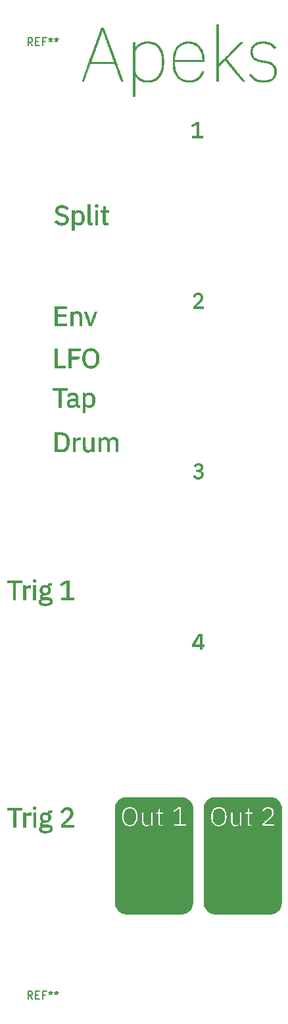
<source format=gbr>
%TF.GenerationSoftware,KiCad,Pcbnew,(6.0.0)*%
%TF.CreationDate,2022-12-11T11:54:41+01:00*%
%TF.ProjectId,Apeks Panel,4170656b-7320-4506-916e-656c2e6b6963,rev?*%
%TF.SameCoordinates,Original*%
%TF.FileFunction,Legend,Top*%
%TF.FilePolarity,Positive*%
%FSLAX46Y46*%
G04 Gerber Fmt 4.6, Leading zero omitted, Abs format (unit mm)*
G04 Created by KiCad (PCBNEW (6.0.0)) date 2022-12-11 11:54:41*
%MOMM*%
%LPD*%
G01*
G04 APERTURE LIST*
%ADD10C,0.150000*%
%ADD11C,0.010000*%
G04 APERTURE END LIST*
D10*
%TO.C,REF\u002A\u002A*%
X85966666Y-162202380D02*
X85633333Y-161726190D01*
X85395238Y-162202380D02*
X85395238Y-161202380D01*
X85776190Y-161202380D01*
X85871428Y-161250000D01*
X85919047Y-161297619D01*
X85966666Y-161392857D01*
X85966666Y-161535714D01*
X85919047Y-161630952D01*
X85871428Y-161678571D01*
X85776190Y-161726190D01*
X85395238Y-161726190D01*
X86395238Y-161678571D02*
X86728571Y-161678571D01*
X86871428Y-162202380D02*
X86395238Y-162202380D01*
X86395238Y-161202380D01*
X86871428Y-161202380D01*
X87633333Y-161678571D02*
X87300000Y-161678571D01*
X87300000Y-162202380D02*
X87300000Y-161202380D01*
X87776190Y-161202380D01*
X88300000Y-161202380D02*
X88300000Y-161440476D01*
X88061904Y-161345238D02*
X88300000Y-161440476D01*
X88538095Y-161345238D01*
X88157142Y-161630952D02*
X88300000Y-161440476D01*
X88442857Y-161630952D01*
X89061904Y-161202380D02*
X89061904Y-161440476D01*
X88823809Y-161345238D02*
X89061904Y-161440476D01*
X89300000Y-161345238D01*
X88919047Y-161630952D02*
X89061904Y-161440476D01*
X89204761Y-161630952D01*
X85966666Y-39702380D02*
X85633333Y-39226190D01*
X85395238Y-39702380D02*
X85395238Y-38702380D01*
X85776190Y-38702380D01*
X85871428Y-38750000D01*
X85919047Y-38797619D01*
X85966666Y-38892857D01*
X85966666Y-39035714D01*
X85919047Y-39130952D01*
X85871428Y-39178571D01*
X85776190Y-39226190D01*
X85395238Y-39226190D01*
X86395238Y-39178571D02*
X86728571Y-39178571D01*
X86871428Y-39702380D02*
X86395238Y-39702380D01*
X86395238Y-38702380D01*
X86871428Y-38702380D01*
X87633333Y-39178571D02*
X87300000Y-39178571D01*
X87300000Y-39702380D02*
X87300000Y-38702380D01*
X87776190Y-38702380D01*
X88300000Y-38702380D02*
X88300000Y-38940476D01*
X88061904Y-38845238D02*
X88300000Y-38940476D01*
X88538095Y-38845238D01*
X88157142Y-39130952D02*
X88300000Y-38940476D01*
X88442857Y-39130952D01*
X89061904Y-38702380D02*
X89061904Y-38940476D01*
X88823809Y-38845238D02*
X89061904Y-38940476D01*
X89300000Y-38845238D01*
X88919047Y-39130952D02*
X89061904Y-38940476D01*
X89204761Y-39130952D01*
D11*
%TO.C,Ref\u002A\u002A*%
X85708267Y-109328016D02*
X85553750Y-109332737D01*
X85553750Y-109332737D02*
X85480338Y-109335744D01*
X85480338Y-109335744D02*
X85420378Y-109340231D01*
X85420378Y-109340231D02*
X85370409Y-109346851D01*
X85370409Y-109346851D02*
X85326970Y-109356256D01*
X85326970Y-109356256D02*
X85286598Y-109369100D01*
X85286598Y-109369100D02*
X85245834Y-109386034D01*
X85245834Y-109386034D02*
X85228909Y-109393971D01*
X85228909Y-109393971D02*
X85171671Y-109428016D01*
X85171671Y-109428016D02*
X85125962Y-109469505D01*
X85125962Y-109469505D02*
X85113435Y-109482987D01*
X85113435Y-109482987D02*
X85102503Y-109494985D01*
X85102503Y-109494985D02*
X85093060Y-109506691D01*
X85093060Y-109506691D02*
X85084997Y-109519296D01*
X85084997Y-109519296D02*
X85078205Y-109533991D01*
X85078205Y-109533991D02*
X85072575Y-109551966D01*
X85072575Y-109551966D02*
X85067998Y-109574413D01*
X85067998Y-109574413D02*
X85064367Y-109602523D01*
X85064367Y-109602523D02*
X85061573Y-109637487D01*
X85061573Y-109637487D02*
X85059508Y-109680496D01*
X85059508Y-109680496D02*
X85058061Y-109732741D01*
X85058061Y-109732741D02*
X85057126Y-109795412D01*
X85057126Y-109795412D02*
X85056594Y-109869701D01*
X85056594Y-109869701D02*
X85056356Y-109956800D01*
X85056356Y-109956800D02*
X85056303Y-110057898D01*
X85056303Y-110057898D02*
X85056327Y-110174187D01*
X85056327Y-110174187D02*
X85056334Y-110233475D01*
X85056334Y-110233475D02*
X85056334Y-110871200D01*
X85056334Y-110871200D02*
X84768467Y-110871200D01*
X84768467Y-110871200D02*
X84768467Y-109042400D01*
X84768467Y-109042400D02*
X85055976Y-109042400D01*
X85055976Y-109042400D02*
X85058271Y-109209617D01*
X85058271Y-109209617D02*
X85060567Y-109376834D01*
X85060567Y-109376834D02*
X85087374Y-109325564D01*
X85087374Y-109325564D02*
X85137732Y-109247107D01*
X85137732Y-109247107D02*
X85200467Y-109179628D01*
X85200467Y-109179628D02*
X85274099Y-109124379D01*
X85274099Y-109124379D02*
X85357144Y-109082608D01*
X85357144Y-109082608D02*
X85388951Y-109071147D01*
X85388951Y-109071147D02*
X85420794Y-109061602D01*
X85420794Y-109061602D02*
X85450868Y-109054807D01*
X85450868Y-109054807D02*
X85483706Y-109050137D01*
X85483706Y-109050137D02*
X85523841Y-109046969D01*
X85523841Y-109046969D02*
X85575807Y-109044681D01*
X85575807Y-109044681D02*
X85583384Y-109044425D01*
X85583384Y-109044425D02*
X85708267Y-109040305D01*
X85708267Y-109040305D02*
X85708267Y-109328016D01*
X85708267Y-109328016D02*
X85708267Y-109328016D01*
G36*
X85708267Y-109328016D02*
G01*
X85553750Y-109332737D01*
X85480338Y-109335744D01*
X85420378Y-109340231D01*
X85370409Y-109346851D01*
X85326970Y-109356256D01*
X85286598Y-109369100D01*
X85245834Y-109386034D01*
X85228909Y-109393971D01*
X85171671Y-109428016D01*
X85125962Y-109469505D01*
X85113435Y-109482987D01*
X85102503Y-109494985D01*
X85093060Y-109506691D01*
X85084997Y-109519296D01*
X85078205Y-109533991D01*
X85072575Y-109551966D01*
X85067998Y-109574413D01*
X85064367Y-109602523D01*
X85061573Y-109637487D01*
X85059508Y-109680496D01*
X85058061Y-109732741D01*
X85057126Y-109795412D01*
X85056594Y-109869701D01*
X85056356Y-109956800D01*
X85056303Y-110057898D01*
X85056327Y-110174187D01*
X85056334Y-110233475D01*
X85056334Y-110871200D01*
X84768467Y-110871200D01*
X84768467Y-109042400D01*
X85055976Y-109042400D01*
X85058271Y-109209617D01*
X85060567Y-109376834D01*
X85087374Y-109325564D01*
X85137732Y-109247107D01*
X85200467Y-109179628D01*
X85274099Y-109124379D01*
X85357144Y-109082608D01*
X85388951Y-109071147D01*
X85420794Y-109061602D01*
X85450868Y-109054807D01*
X85483706Y-109050137D01*
X85523841Y-109046969D01*
X85575807Y-109044681D01*
X85583384Y-109044425D01*
X85708267Y-109040305D01*
X85708267Y-109328016D01*
G37*
X85708267Y-109328016D02*
X85553750Y-109332737D01*
X85480338Y-109335744D01*
X85420378Y-109340231D01*
X85370409Y-109346851D01*
X85326970Y-109356256D01*
X85286598Y-109369100D01*
X85245834Y-109386034D01*
X85228909Y-109393971D01*
X85171671Y-109428016D01*
X85125962Y-109469505D01*
X85113435Y-109482987D01*
X85102503Y-109494985D01*
X85093060Y-109506691D01*
X85084997Y-109519296D01*
X85078205Y-109533991D01*
X85072575Y-109551966D01*
X85067998Y-109574413D01*
X85064367Y-109602523D01*
X85061573Y-109637487D01*
X85059508Y-109680496D01*
X85058061Y-109732741D01*
X85057126Y-109795412D01*
X85056594Y-109869701D01*
X85056356Y-109956800D01*
X85056303Y-110057898D01*
X85056327Y-110174187D01*
X85056334Y-110233475D01*
X85056334Y-110871200D01*
X84768467Y-110871200D01*
X84768467Y-109042400D01*
X85055976Y-109042400D01*
X85058271Y-109209617D01*
X85060567Y-109376834D01*
X85087374Y-109325564D01*
X85137732Y-109247107D01*
X85200467Y-109179628D01*
X85274099Y-109124379D01*
X85357144Y-109082608D01*
X85388951Y-109071147D01*
X85420794Y-109061602D01*
X85450868Y-109054807D01*
X85483706Y-109050137D01*
X85523841Y-109046969D01*
X85575807Y-109044681D01*
X85583384Y-109044425D01*
X85708267Y-109040305D01*
X85708267Y-109328016D01*
X86351734Y-110871200D02*
X86063867Y-110871200D01*
X86063867Y-110871200D02*
X86063867Y-109042400D01*
X86063867Y-109042400D02*
X86351734Y-109042400D01*
X86351734Y-109042400D02*
X86351734Y-110871200D01*
X86351734Y-110871200D02*
X86351734Y-110871200D01*
G36*
X86351734Y-110871200D02*
G01*
X86063867Y-110871200D01*
X86063867Y-109042400D01*
X86351734Y-109042400D01*
X86351734Y-110871200D01*
G37*
X86351734Y-110871200D02*
X86063867Y-110871200D01*
X86063867Y-109042400D01*
X86351734Y-109042400D01*
X86351734Y-110871200D01*
X86262736Y-108256768D02*
X86303253Y-108270255D01*
X86303253Y-108270255D02*
X86317867Y-108279095D01*
X86317867Y-108279095D02*
X86352365Y-108314723D01*
X86352365Y-108314723D02*
X86374383Y-108361388D01*
X86374383Y-108361388D02*
X86383728Y-108418474D01*
X86383728Y-108418474D02*
X86381059Y-108478901D01*
X86381059Y-108478901D02*
X86367882Y-108530674D01*
X86367882Y-108530674D02*
X86342742Y-108570517D01*
X86342742Y-108570517D02*
X86305576Y-108598482D01*
X86305576Y-108598482D02*
X86256322Y-108614615D01*
X86256322Y-108614615D02*
X86203567Y-108619067D01*
X86203567Y-108619067D02*
X86161917Y-108617039D01*
X86161917Y-108617039D02*
X86129577Y-108610014D01*
X86129577Y-108610014D02*
X86105877Y-108600017D01*
X86105877Y-108600017D02*
X86072693Y-108577313D01*
X86072693Y-108577313D02*
X86049735Y-108546647D01*
X86049735Y-108546647D02*
X86035948Y-108505716D01*
X86035948Y-108505716D02*
X86030277Y-108452217D01*
X86030277Y-108452217D02*
X86030000Y-108434402D01*
X86030000Y-108434402D02*
X86032630Y-108381790D01*
X86032630Y-108381790D02*
X86041377Y-108341887D01*
X86041377Y-108341887D02*
X86057527Y-108311173D01*
X86057527Y-108311173D02*
X86082366Y-108286127D01*
X86082366Y-108286127D02*
X86084854Y-108284196D01*
X86084854Y-108284196D02*
X86121006Y-108265367D01*
X86121006Y-108265367D02*
X86166267Y-108254442D01*
X86166267Y-108254442D02*
X86215292Y-108251536D01*
X86215292Y-108251536D02*
X86262736Y-108256768D01*
X86262736Y-108256768D02*
X86262736Y-108256768D01*
G36*
X86262736Y-108256768D02*
G01*
X86303253Y-108270255D01*
X86317867Y-108279095D01*
X86352365Y-108314723D01*
X86374383Y-108361388D01*
X86383728Y-108418474D01*
X86381059Y-108478901D01*
X86367882Y-108530674D01*
X86342742Y-108570517D01*
X86305576Y-108598482D01*
X86256322Y-108614615D01*
X86203567Y-108619067D01*
X86161917Y-108617039D01*
X86129577Y-108610014D01*
X86105877Y-108600017D01*
X86072693Y-108577313D01*
X86049735Y-108546647D01*
X86035948Y-108505716D01*
X86030277Y-108452217D01*
X86030000Y-108434402D01*
X86032630Y-108381790D01*
X86041377Y-108341887D01*
X86057527Y-108311173D01*
X86082366Y-108286127D01*
X86084854Y-108284196D01*
X86121006Y-108265367D01*
X86166267Y-108254442D01*
X86215292Y-108251536D01*
X86262736Y-108256768D01*
G37*
X86262736Y-108256768D02*
X86303253Y-108270255D01*
X86317867Y-108279095D01*
X86352365Y-108314723D01*
X86374383Y-108361388D01*
X86383728Y-108418474D01*
X86381059Y-108478901D01*
X86367882Y-108530674D01*
X86342742Y-108570517D01*
X86305576Y-108598482D01*
X86256322Y-108614615D01*
X86203567Y-108619067D01*
X86161917Y-108617039D01*
X86129577Y-108610014D01*
X86105877Y-108600017D01*
X86072693Y-108577313D01*
X86049735Y-108546647D01*
X86035948Y-108505716D01*
X86030277Y-108452217D01*
X86030000Y-108434402D01*
X86032630Y-108381790D01*
X86041377Y-108341887D01*
X86057527Y-108311173D01*
X86082366Y-108286127D01*
X86084854Y-108284196D01*
X86121006Y-108265367D01*
X86166267Y-108254442D01*
X86215292Y-108251536D01*
X86262736Y-108256768D01*
X89853518Y-60202762D02*
X89980022Y-60222144D01*
X89980022Y-60222144D02*
X90100006Y-60255376D01*
X90100006Y-60255376D02*
X90212265Y-60302115D01*
X90212265Y-60302115D02*
X90315594Y-60362016D01*
X90315594Y-60362016D02*
X90408786Y-60434735D01*
X90408786Y-60434735D02*
X90420237Y-60445247D01*
X90420237Y-60445247D02*
X90444303Y-60468965D01*
X90444303Y-60468965D02*
X90470781Y-60496989D01*
X90470781Y-60496989D02*
X90497372Y-60526618D01*
X90497372Y-60526618D02*
X90521775Y-60555154D01*
X90521775Y-60555154D02*
X90541689Y-60579897D01*
X90541689Y-60579897D02*
X90554814Y-60598148D01*
X90554814Y-60598148D02*
X90558850Y-60607208D01*
X90558850Y-60607208D02*
X90558581Y-60607574D01*
X90558581Y-60607574D02*
X90551022Y-60613065D01*
X90551022Y-60613065D02*
X90532153Y-60626816D01*
X90532153Y-60626816D02*
X90504341Y-60647103D01*
X90504341Y-60647103D02*
X90469952Y-60672199D01*
X90469952Y-60672199D02*
X90445064Y-60690366D01*
X90445064Y-60690366D02*
X90334695Y-60770944D01*
X90334695Y-60770944D02*
X90260403Y-60692288D01*
X90260403Y-60692288D02*
X90187504Y-60622884D01*
X90187504Y-60622884D02*
X90112920Y-60568420D01*
X90112920Y-60568420D02*
X90033199Y-60526995D01*
X90033199Y-60526995D02*
X89944885Y-60496709D01*
X89944885Y-60496709D02*
X89877043Y-60481295D01*
X89877043Y-60481295D02*
X89826019Y-60474607D01*
X89826019Y-60474607D02*
X89765436Y-60471272D01*
X89765436Y-60471272D02*
X89700386Y-60471156D01*
X89700386Y-60471156D02*
X89635961Y-60474128D01*
X89635961Y-60474128D02*
X89577256Y-60480055D01*
X89577256Y-60480055D02*
X89529363Y-60488807D01*
X89529363Y-60488807D02*
X89523033Y-60490464D01*
X89523033Y-60490464D02*
X89440071Y-60520714D01*
X89440071Y-60520714D02*
X89369871Y-60561778D01*
X89369871Y-60561778D02*
X89312847Y-60613088D01*
X89312847Y-60613088D02*
X89269413Y-60674073D01*
X89269413Y-60674073D02*
X89239981Y-60744163D01*
X89239981Y-60744163D02*
X89224966Y-60822788D01*
X89224966Y-60822788D02*
X89224243Y-60902195D01*
X89224243Y-60902195D02*
X89236341Y-60974457D01*
X89236341Y-60974457D02*
X89262448Y-61038261D01*
X89262448Y-61038261D02*
X89303054Y-61094304D01*
X89303054Y-61094304D02*
X89358652Y-61143280D01*
X89358652Y-61143280D02*
X89422413Y-61182150D01*
X89422413Y-61182150D02*
X89456522Y-61198717D01*
X89456522Y-61198717D02*
X89493338Y-61214128D01*
X89493338Y-61214128D02*
X89535170Y-61229095D01*
X89535170Y-61229095D02*
X89584330Y-61244335D01*
X89584330Y-61244335D02*
X89643129Y-61260563D01*
X89643129Y-61260563D02*
X89713877Y-61278493D01*
X89713877Y-61278493D02*
X89798885Y-61298841D01*
X89798885Y-61298841D02*
X89801558Y-61299468D01*
X89801558Y-61299468D02*
X89882403Y-61318752D01*
X89882403Y-61318752D02*
X89949533Y-61335651D01*
X89949533Y-61335651D02*
X90005845Y-61351071D01*
X90005845Y-61351071D02*
X90054235Y-61365917D01*
X90054235Y-61365917D02*
X90097600Y-61381096D01*
X90097600Y-61381096D02*
X90138835Y-61397514D01*
X90138835Y-61397514D02*
X90180837Y-61416077D01*
X90180837Y-61416077D02*
X90194343Y-61422351D01*
X90194343Y-61422351D02*
X90290308Y-61474262D01*
X90290308Y-61474262D02*
X90371277Y-61533259D01*
X90371277Y-61533259D02*
X90437962Y-61600099D01*
X90437962Y-61600099D02*
X90491072Y-61675540D01*
X90491072Y-61675540D02*
X90531321Y-61760341D01*
X90531321Y-61760341D02*
X90543071Y-61794167D01*
X90543071Y-61794167D02*
X90554078Y-61841192D01*
X90554078Y-61841192D02*
X90561964Y-61899985D01*
X90561964Y-61899985D02*
X90566558Y-61965639D01*
X90566558Y-61965639D02*
X90567691Y-62033246D01*
X90567691Y-62033246D02*
X90565194Y-62097901D01*
X90565194Y-62097901D02*
X90558895Y-62154696D01*
X90558895Y-62154696D02*
X90556095Y-62170183D01*
X90556095Y-62170183D02*
X90526485Y-62277674D01*
X90526485Y-62277674D02*
X90483465Y-62375002D01*
X90483465Y-62375002D02*
X90427376Y-62461889D01*
X90427376Y-62461889D02*
X90358556Y-62538055D01*
X90358556Y-62538055D02*
X90277346Y-62603220D01*
X90277346Y-62603220D02*
X90184085Y-62657105D01*
X90184085Y-62657105D02*
X90079115Y-62699430D01*
X90079115Y-62699430D02*
X89962775Y-62729915D01*
X89962775Y-62729915D02*
X89855151Y-62746316D01*
X89855151Y-62746316D02*
X89796704Y-62751047D01*
X89796704Y-62751047D02*
X89735128Y-62753416D01*
X89735128Y-62753416D02*
X89676489Y-62753341D01*
X89676489Y-62753341D02*
X89626850Y-62750740D01*
X89626850Y-62750740D02*
X89615634Y-62749576D01*
X89615634Y-62749576D02*
X89506767Y-62733927D01*
X89506767Y-62733927D02*
X89411129Y-62713942D01*
X89411129Y-62713942D02*
X89325316Y-62688466D01*
X89325316Y-62688466D02*
X89245926Y-62656348D01*
X89245926Y-62656348D02*
X89169554Y-62616433D01*
X89169554Y-62616433D02*
X89106929Y-62577166D01*
X89106929Y-62577166D02*
X89074803Y-62553652D01*
X89074803Y-62553652D02*
X89039119Y-62524243D01*
X89039119Y-62524243D02*
X89001770Y-62490892D01*
X89001770Y-62490892D02*
X88964652Y-62455556D01*
X88964652Y-62455556D02*
X88929660Y-62420189D01*
X88929660Y-62420189D02*
X88898688Y-62386746D01*
X88898688Y-62386746D02*
X88873631Y-62357181D01*
X88873631Y-62357181D02*
X88856384Y-62333449D01*
X88856384Y-62333449D02*
X88848841Y-62317504D01*
X88848841Y-62317504D02*
X88850093Y-62312202D01*
X88850093Y-62312202D02*
X88857432Y-62306108D01*
X88857432Y-62306108D02*
X88875482Y-62290960D01*
X88875482Y-62290960D02*
X88902017Y-62268631D01*
X88902017Y-62268631D02*
X88934811Y-62240994D01*
X88934811Y-62240994D02*
X88960478Y-62219342D01*
X88960478Y-62219342D02*
X89067322Y-62129173D01*
X89067322Y-62129173D02*
X89121345Y-62193136D01*
X89121345Y-62193136D02*
X89203606Y-62278133D01*
X89203606Y-62278133D02*
X89295440Y-62350232D01*
X89295440Y-62350232D02*
X89395188Y-62408326D01*
X89395188Y-62408326D02*
X89501191Y-62451308D01*
X89501191Y-62451308D02*
X89514451Y-62455458D01*
X89514451Y-62455458D02*
X89545377Y-62464365D01*
X89545377Y-62464365D02*
X89572513Y-62470661D01*
X89572513Y-62470661D02*
X89600011Y-62474810D01*
X89600011Y-62474810D02*
X89632020Y-62477272D01*
X89632020Y-62477272D02*
X89672691Y-62478511D01*
X89672691Y-62478511D02*
X89725700Y-62478987D01*
X89725700Y-62478987D02*
X89780552Y-62478882D01*
X89780552Y-62478882D02*
X89822493Y-62477804D01*
X89822493Y-62477804D02*
X89855535Y-62475388D01*
X89855535Y-62475388D02*
X89883690Y-62471269D01*
X89883690Y-62471269D02*
X89910970Y-62465080D01*
X89910970Y-62465080D02*
X89927200Y-62460619D01*
X89927200Y-62460619D02*
X90017098Y-62428015D01*
X90017098Y-62428015D02*
X90093194Y-62385634D01*
X90093194Y-62385634D02*
X90155601Y-62333343D01*
X90155601Y-62333343D02*
X90204436Y-62271010D01*
X90204436Y-62271010D02*
X90239814Y-62198500D01*
X90239814Y-62198500D02*
X90261849Y-62115683D01*
X90261849Y-62115683D02*
X90268116Y-62068027D01*
X90268116Y-62068027D02*
X90268678Y-61982728D01*
X90268678Y-61982728D02*
X90254354Y-61905223D01*
X90254354Y-61905223D02*
X90225344Y-61835897D01*
X90225344Y-61835897D02*
X90181849Y-61775134D01*
X90181849Y-61775134D02*
X90124069Y-61723319D01*
X90124069Y-61723319D02*
X90071690Y-61690674D01*
X90071690Y-61690674D02*
X90033984Y-61672286D01*
X90033984Y-61672286D02*
X89991294Y-61654993D01*
X89991294Y-61654993D02*
X89941272Y-61638061D01*
X89941272Y-61638061D02*
X89881570Y-61620758D01*
X89881570Y-61620758D02*
X89809840Y-61602353D01*
X89809840Y-61602353D02*
X89723733Y-61582112D01*
X89723733Y-61582112D02*
X89723246Y-61582002D01*
X89723246Y-61582002D02*
X89601995Y-61552796D01*
X89601995Y-61552796D02*
X89495990Y-61523561D01*
X89495990Y-61523561D02*
X89403556Y-61493561D01*
X89403556Y-61493561D02*
X89323022Y-61462062D01*
X89323022Y-61462062D02*
X89252713Y-61428327D01*
X89252713Y-61428327D02*
X89190957Y-61391622D01*
X89190957Y-61391622D02*
X89136081Y-61351212D01*
X89136081Y-61351212D02*
X89086411Y-61306361D01*
X89086411Y-61306361D02*
X89079013Y-61298905D01*
X89079013Y-61298905D02*
X89020269Y-61226946D01*
X89020269Y-61226946D02*
X88974507Y-61145159D01*
X88974507Y-61145159D02*
X88942220Y-61055146D01*
X88942220Y-61055146D02*
X88923897Y-60958512D01*
X88923897Y-60958512D02*
X88920031Y-60856860D01*
X88920031Y-60856860D02*
X88924726Y-60795215D01*
X88924726Y-60795215D02*
X88944785Y-60688634D01*
X88944785Y-60688634D02*
X88978527Y-60591915D01*
X88978527Y-60591915D02*
X89025726Y-60505256D01*
X89025726Y-60505256D02*
X89086158Y-60428859D01*
X89086158Y-60428859D02*
X89159598Y-60362922D01*
X89159598Y-60362922D02*
X89245823Y-60307646D01*
X89245823Y-60307646D02*
X89344607Y-60263229D01*
X89344607Y-60263229D02*
X89455727Y-60229873D01*
X89455727Y-60229873D02*
X89578957Y-60207777D01*
X89578957Y-60207777D02*
X89585778Y-60206929D01*
X89585778Y-60206929D02*
X89721702Y-60197576D01*
X89721702Y-60197576D02*
X89853518Y-60202762D01*
X89853518Y-60202762D02*
X89853518Y-60202762D01*
G36*
X89853518Y-60202762D02*
G01*
X89980022Y-60222144D01*
X90100006Y-60255376D01*
X90212265Y-60302115D01*
X90315594Y-60362016D01*
X90408786Y-60434735D01*
X90420237Y-60445247D01*
X90444303Y-60468965D01*
X90470781Y-60496989D01*
X90497372Y-60526618D01*
X90521775Y-60555154D01*
X90541689Y-60579897D01*
X90554814Y-60598148D01*
X90558850Y-60607208D01*
X90558581Y-60607574D01*
X90551022Y-60613065D01*
X90532153Y-60626816D01*
X90504341Y-60647103D01*
X90469952Y-60672199D01*
X90445064Y-60690366D01*
X90334695Y-60770944D01*
X90260403Y-60692288D01*
X90187504Y-60622884D01*
X90112920Y-60568420D01*
X90033199Y-60526995D01*
X89944885Y-60496709D01*
X89877043Y-60481295D01*
X89826019Y-60474607D01*
X89765436Y-60471272D01*
X89700386Y-60471156D01*
X89635961Y-60474128D01*
X89577256Y-60480055D01*
X89529363Y-60488807D01*
X89523033Y-60490464D01*
X89440071Y-60520714D01*
X89369871Y-60561778D01*
X89312847Y-60613088D01*
X89269413Y-60674073D01*
X89239981Y-60744163D01*
X89224966Y-60822788D01*
X89224243Y-60902195D01*
X89236341Y-60974457D01*
X89262448Y-61038261D01*
X89303054Y-61094304D01*
X89358652Y-61143280D01*
X89422413Y-61182150D01*
X89456522Y-61198717D01*
X89493338Y-61214128D01*
X89535170Y-61229095D01*
X89584330Y-61244335D01*
X89643129Y-61260563D01*
X89713877Y-61278493D01*
X89798885Y-61298841D01*
X89801558Y-61299468D01*
X89882403Y-61318752D01*
X89949533Y-61335651D01*
X90005845Y-61351071D01*
X90054235Y-61365917D01*
X90097600Y-61381096D01*
X90138835Y-61397514D01*
X90180837Y-61416077D01*
X90194343Y-61422351D01*
X90290308Y-61474262D01*
X90371277Y-61533259D01*
X90437962Y-61600099D01*
X90491072Y-61675540D01*
X90531321Y-61760341D01*
X90543071Y-61794167D01*
X90554078Y-61841192D01*
X90561964Y-61899985D01*
X90566558Y-61965639D01*
X90567691Y-62033246D01*
X90565194Y-62097901D01*
X90558895Y-62154696D01*
X90556095Y-62170183D01*
X90526485Y-62277674D01*
X90483465Y-62375002D01*
X90427376Y-62461889D01*
X90358556Y-62538055D01*
X90277346Y-62603220D01*
X90184085Y-62657105D01*
X90079115Y-62699430D01*
X89962775Y-62729915D01*
X89855151Y-62746316D01*
X89796704Y-62751047D01*
X89735128Y-62753416D01*
X89676489Y-62753341D01*
X89626850Y-62750740D01*
X89615634Y-62749576D01*
X89506767Y-62733927D01*
X89411129Y-62713942D01*
X89325316Y-62688466D01*
X89245926Y-62656348D01*
X89169554Y-62616433D01*
X89106929Y-62577166D01*
X89074803Y-62553652D01*
X89039119Y-62524243D01*
X89001770Y-62490892D01*
X88964652Y-62455556D01*
X88929660Y-62420189D01*
X88898688Y-62386746D01*
X88873631Y-62357181D01*
X88856384Y-62333449D01*
X88848841Y-62317504D01*
X88850093Y-62312202D01*
X88857432Y-62306108D01*
X88875482Y-62290960D01*
X88902017Y-62268631D01*
X88934811Y-62240994D01*
X88960478Y-62219342D01*
X89067322Y-62129173D01*
X89121345Y-62193136D01*
X89203606Y-62278133D01*
X89295440Y-62350232D01*
X89395188Y-62408326D01*
X89501191Y-62451308D01*
X89514451Y-62455458D01*
X89545377Y-62464365D01*
X89572513Y-62470661D01*
X89600011Y-62474810D01*
X89632020Y-62477272D01*
X89672691Y-62478511D01*
X89725700Y-62478987D01*
X89780552Y-62478882D01*
X89822493Y-62477804D01*
X89855535Y-62475388D01*
X89883690Y-62471269D01*
X89910970Y-62465080D01*
X89927200Y-62460619D01*
X90017098Y-62428015D01*
X90093194Y-62385634D01*
X90155601Y-62333343D01*
X90204436Y-62271010D01*
X90239814Y-62198500D01*
X90261849Y-62115683D01*
X90268116Y-62068027D01*
X90268678Y-61982728D01*
X90254354Y-61905223D01*
X90225344Y-61835897D01*
X90181849Y-61775134D01*
X90124069Y-61723319D01*
X90071690Y-61690674D01*
X90033984Y-61672286D01*
X89991294Y-61654993D01*
X89941272Y-61638061D01*
X89881570Y-61620758D01*
X89809840Y-61602353D01*
X89723733Y-61582112D01*
X89723246Y-61582002D01*
X89601995Y-61552796D01*
X89495990Y-61523561D01*
X89403556Y-61493561D01*
X89323022Y-61462062D01*
X89252713Y-61428327D01*
X89190957Y-61391622D01*
X89136081Y-61351212D01*
X89086411Y-61306361D01*
X89079013Y-61298905D01*
X89020269Y-61226946D01*
X88974507Y-61145159D01*
X88942220Y-61055146D01*
X88923897Y-60958512D01*
X88920031Y-60856860D01*
X88924726Y-60795215D01*
X88944785Y-60688634D01*
X88978527Y-60591915D01*
X89025726Y-60505256D01*
X89086158Y-60428859D01*
X89159598Y-60362922D01*
X89245823Y-60307646D01*
X89344607Y-60263229D01*
X89455727Y-60229873D01*
X89578957Y-60207777D01*
X89585778Y-60206929D01*
X89721702Y-60197576D01*
X89853518Y-60202762D01*
G37*
X89853518Y-60202762D02*
X89980022Y-60222144D01*
X90100006Y-60255376D01*
X90212265Y-60302115D01*
X90315594Y-60362016D01*
X90408786Y-60434735D01*
X90420237Y-60445247D01*
X90444303Y-60468965D01*
X90470781Y-60496989D01*
X90497372Y-60526618D01*
X90521775Y-60555154D01*
X90541689Y-60579897D01*
X90554814Y-60598148D01*
X90558850Y-60607208D01*
X90558581Y-60607574D01*
X90551022Y-60613065D01*
X90532153Y-60626816D01*
X90504341Y-60647103D01*
X90469952Y-60672199D01*
X90445064Y-60690366D01*
X90334695Y-60770944D01*
X90260403Y-60692288D01*
X90187504Y-60622884D01*
X90112920Y-60568420D01*
X90033199Y-60526995D01*
X89944885Y-60496709D01*
X89877043Y-60481295D01*
X89826019Y-60474607D01*
X89765436Y-60471272D01*
X89700386Y-60471156D01*
X89635961Y-60474128D01*
X89577256Y-60480055D01*
X89529363Y-60488807D01*
X89523033Y-60490464D01*
X89440071Y-60520714D01*
X89369871Y-60561778D01*
X89312847Y-60613088D01*
X89269413Y-60674073D01*
X89239981Y-60744163D01*
X89224966Y-60822788D01*
X89224243Y-60902195D01*
X89236341Y-60974457D01*
X89262448Y-61038261D01*
X89303054Y-61094304D01*
X89358652Y-61143280D01*
X89422413Y-61182150D01*
X89456522Y-61198717D01*
X89493338Y-61214128D01*
X89535170Y-61229095D01*
X89584330Y-61244335D01*
X89643129Y-61260563D01*
X89713877Y-61278493D01*
X89798885Y-61298841D01*
X89801558Y-61299468D01*
X89882403Y-61318752D01*
X89949533Y-61335651D01*
X90005845Y-61351071D01*
X90054235Y-61365917D01*
X90097600Y-61381096D01*
X90138835Y-61397514D01*
X90180837Y-61416077D01*
X90194343Y-61422351D01*
X90290308Y-61474262D01*
X90371277Y-61533259D01*
X90437962Y-61600099D01*
X90491072Y-61675540D01*
X90531321Y-61760341D01*
X90543071Y-61794167D01*
X90554078Y-61841192D01*
X90561964Y-61899985D01*
X90566558Y-61965639D01*
X90567691Y-62033246D01*
X90565194Y-62097901D01*
X90558895Y-62154696D01*
X90556095Y-62170183D01*
X90526485Y-62277674D01*
X90483465Y-62375002D01*
X90427376Y-62461889D01*
X90358556Y-62538055D01*
X90277346Y-62603220D01*
X90184085Y-62657105D01*
X90079115Y-62699430D01*
X89962775Y-62729915D01*
X89855151Y-62746316D01*
X89796704Y-62751047D01*
X89735128Y-62753416D01*
X89676489Y-62753341D01*
X89626850Y-62750740D01*
X89615634Y-62749576D01*
X89506767Y-62733927D01*
X89411129Y-62713942D01*
X89325316Y-62688466D01*
X89245926Y-62656348D01*
X89169554Y-62616433D01*
X89106929Y-62577166D01*
X89074803Y-62553652D01*
X89039119Y-62524243D01*
X89001770Y-62490892D01*
X88964652Y-62455556D01*
X88929660Y-62420189D01*
X88898688Y-62386746D01*
X88873631Y-62357181D01*
X88856384Y-62333449D01*
X88848841Y-62317504D01*
X88850093Y-62312202D01*
X88857432Y-62306108D01*
X88875482Y-62290960D01*
X88902017Y-62268631D01*
X88934811Y-62240994D01*
X88960478Y-62219342D01*
X89067322Y-62129173D01*
X89121345Y-62193136D01*
X89203606Y-62278133D01*
X89295440Y-62350232D01*
X89395188Y-62408326D01*
X89501191Y-62451308D01*
X89514451Y-62455458D01*
X89545377Y-62464365D01*
X89572513Y-62470661D01*
X89600011Y-62474810D01*
X89632020Y-62477272D01*
X89672691Y-62478511D01*
X89725700Y-62478987D01*
X89780552Y-62478882D01*
X89822493Y-62477804D01*
X89855535Y-62475388D01*
X89883690Y-62471269D01*
X89910970Y-62465080D01*
X89927200Y-62460619D01*
X90017098Y-62428015D01*
X90093194Y-62385634D01*
X90155601Y-62333343D01*
X90204436Y-62271010D01*
X90239814Y-62198500D01*
X90261849Y-62115683D01*
X90268116Y-62068027D01*
X90268678Y-61982728D01*
X90254354Y-61905223D01*
X90225344Y-61835897D01*
X90181849Y-61775134D01*
X90124069Y-61723319D01*
X90071690Y-61690674D01*
X90033984Y-61672286D01*
X89991294Y-61654993D01*
X89941272Y-61638061D01*
X89881570Y-61620758D01*
X89809840Y-61602353D01*
X89723733Y-61582112D01*
X89723246Y-61582002D01*
X89601995Y-61552796D01*
X89495990Y-61523561D01*
X89403556Y-61493561D01*
X89323022Y-61462062D01*
X89252713Y-61428327D01*
X89190957Y-61391622D01*
X89136081Y-61351212D01*
X89086411Y-61306361D01*
X89079013Y-61298905D01*
X89020269Y-61226946D01*
X88974507Y-61145159D01*
X88942220Y-61055146D01*
X88923897Y-60958512D01*
X88920031Y-60856860D01*
X88924726Y-60795215D01*
X88944785Y-60688634D01*
X88978527Y-60591915D01*
X89025726Y-60505256D01*
X89086158Y-60428859D01*
X89159598Y-60362922D01*
X89245823Y-60307646D01*
X89344607Y-60263229D01*
X89455727Y-60229873D01*
X89578957Y-60207777D01*
X89585778Y-60206929D01*
X89721702Y-60197576D01*
X89853518Y-60202762D01*
X113157270Y-136246091D02*
X113372871Y-136246126D01*
X113372871Y-136246126D02*
X113587300Y-136246187D01*
X113587300Y-136246187D02*
X113799862Y-136246277D01*
X113799862Y-136246277D02*
X114009861Y-136246393D01*
X114009861Y-136246393D02*
X114216599Y-136246537D01*
X114216599Y-136246537D02*
X114419382Y-136246709D01*
X114419382Y-136246709D02*
X114617511Y-136246908D01*
X114617511Y-136246908D02*
X114810291Y-136247134D01*
X114810291Y-136247134D02*
X114997027Y-136247387D01*
X114997027Y-136247387D02*
X115177020Y-136247668D01*
X115177020Y-136247668D02*
X115349576Y-136247976D01*
X115349576Y-136247976D02*
X115513997Y-136248312D01*
X115513997Y-136248312D02*
X115669588Y-136248675D01*
X115669588Y-136248675D02*
X115815651Y-136249065D01*
X115815651Y-136249065D02*
X115951492Y-136249482D01*
X115951492Y-136249482D02*
X116076413Y-136249927D01*
X116076413Y-136249927D02*
X116189718Y-136250399D01*
X116189718Y-136250399D02*
X116290711Y-136250898D01*
X116290711Y-136250898D02*
X116378695Y-136251425D01*
X116378695Y-136251425D02*
X116452974Y-136251979D01*
X116452974Y-136251979D02*
X116512852Y-136252560D01*
X116512852Y-136252560D02*
X116557633Y-136253168D01*
X116557633Y-136253168D02*
X116586620Y-136253804D01*
X116586620Y-136253804D02*
X116596485Y-136254220D01*
X116596485Y-136254220D02*
X116756433Y-136272029D01*
X116756433Y-136272029D02*
X116908420Y-136304380D01*
X116908420Y-136304380D02*
X117053687Y-136351601D01*
X117053687Y-136351601D02*
X117184222Y-136409339D01*
X117184222Y-136409339D02*
X117323296Y-136488284D01*
X117323296Y-136488284D02*
X117451396Y-136579735D01*
X117451396Y-136579735D02*
X117567936Y-136682829D01*
X117567936Y-136682829D02*
X117672329Y-136796699D01*
X117672329Y-136796699D02*
X117763990Y-136920482D01*
X117763990Y-136920482D02*
X117842334Y-137053312D01*
X117842334Y-137053312D02*
X117906775Y-137194324D01*
X117906775Y-137194324D02*
X117956726Y-137342654D01*
X117956726Y-137342654D02*
X117991603Y-137497436D01*
X117991603Y-137497436D02*
X118008341Y-137626281D01*
X118008341Y-137626281D02*
X118008896Y-137641027D01*
X118008896Y-137641027D02*
X118009433Y-137672178D01*
X118009433Y-137672178D02*
X118009953Y-137719212D01*
X118009953Y-137719212D02*
X118010455Y-137781605D01*
X118010455Y-137781605D02*
X118010939Y-137858836D01*
X118010939Y-137858836D02*
X118011405Y-137950381D01*
X118011405Y-137950381D02*
X118011854Y-138055720D01*
X118011854Y-138055720D02*
X118012285Y-138174328D01*
X118012285Y-138174328D02*
X118012699Y-138305684D01*
X118012699Y-138305684D02*
X118013094Y-138449266D01*
X118013094Y-138449266D02*
X118013473Y-138604550D01*
X118013473Y-138604550D02*
X118013833Y-138771014D01*
X118013833Y-138771014D02*
X118014176Y-138948137D01*
X118014176Y-138948137D02*
X118014502Y-139135394D01*
X118014502Y-139135394D02*
X118014810Y-139332265D01*
X118014810Y-139332265D02*
X118015100Y-139538227D01*
X118015100Y-139538227D02*
X118015373Y-139752756D01*
X118015373Y-139752756D02*
X118015628Y-139975332D01*
X118015628Y-139975332D02*
X118015866Y-140205430D01*
X118015866Y-140205430D02*
X118016086Y-140442530D01*
X118016086Y-140442530D02*
X118016288Y-140686108D01*
X118016288Y-140686108D02*
X118016474Y-140935641D01*
X118016474Y-140935641D02*
X118016641Y-141190609D01*
X118016641Y-141190609D02*
X118016791Y-141450487D01*
X118016791Y-141450487D02*
X118016924Y-141714754D01*
X118016924Y-141714754D02*
X118017039Y-141982887D01*
X118017039Y-141982887D02*
X118017137Y-142254364D01*
X118017137Y-142254364D02*
X118017217Y-142528662D01*
X118017217Y-142528662D02*
X118017280Y-142805259D01*
X118017280Y-142805259D02*
X118017325Y-143083632D01*
X118017325Y-143083632D02*
X118017353Y-143363259D01*
X118017353Y-143363259D02*
X118017363Y-143643618D01*
X118017363Y-143643618D02*
X118017357Y-143924186D01*
X118017357Y-143924186D02*
X118017332Y-144204440D01*
X118017332Y-144204440D02*
X118017291Y-144483859D01*
X118017291Y-144483859D02*
X118017231Y-144761920D01*
X118017231Y-144761920D02*
X118017155Y-145038099D01*
X118017155Y-145038099D02*
X118017061Y-145311876D01*
X118017061Y-145311876D02*
X118016950Y-145582727D01*
X118016950Y-145582727D02*
X118016822Y-145850130D01*
X118016822Y-145850130D02*
X118016676Y-146113563D01*
X118016676Y-146113563D02*
X118016513Y-146372502D01*
X118016513Y-146372502D02*
X118016332Y-146626427D01*
X118016332Y-146626427D02*
X118016135Y-146874813D01*
X118016135Y-146874813D02*
X118015920Y-147117140D01*
X118015920Y-147117140D02*
X118015687Y-147352883D01*
X118015687Y-147352883D02*
X118015438Y-147581522D01*
X118015438Y-147581522D02*
X118015171Y-147802533D01*
X118015171Y-147802533D02*
X118014887Y-148015394D01*
X118014887Y-148015394D02*
X118014586Y-148219583D01*
X118014586Y-148219583D02*
X118014267Y-148414577D01*
X118014267Y-148414577D02*
X118013932Y-148599853D01*
X118013932Y-148599853D02*
X118013579Y-148774890D01*
X118013579Y-148774890D02*
X118013209Y-148939164D01*
X118013209Y-148939164D02*
X118012821Y-149092154D01*
X118012821Y-149092154D02*
X118012417Y-149233337D01*
X118012417Y-149233337D02*
X118011995Y-149362190D01*
X118011995Y-149362190D02*
X118011556Y-149478191D01*
X118011556Y-149478191D02*
X118011100Y-149580818D01*
X118011100Y-149580818D02*
X118010627Y-149669548D01*
X118010627Y-149669548D02*
X118010137Y-149743859D01*
X118010137Y-149743859D02*
X118009630Y-149803228D01*
X118009630Y-149803228D02*
X118009105Y-149847133D01*
X118009105Y-149847133D02*
X118008563Y-149875051D01*
X118008563Y-149875051D02*
X118008111Y-149885600D01*
X118008111Y-149885600D02*
X117985575Y-150042799D01*
X117985575Y-150042799D02*
X117947655Y-150194450D01*
X117947655Y-150194450D02*
X117895112Y-150339658D01*
X117895112Y-150339658D02*
X117828704Y-150477530D01*
X117828704Y-150477530D02*
X117749190Y-150607173D01*
X117749190Y-150607173D02*
X117657328Y-150727693D01*
X117657328Y-150727693D02*
X117553879Y-150838196D01*
X117553879Y-150838196D02*
X117439601Y-150937788D01*
X117439601Y-150937788D02*
X117315252Y-151025577D01*
X117315252Y-151025577D02*
X117181593Y-151100667D01*
X117181593Y-151100667D02*
X117039381Y-151162166D01*
X117039381Y-151162166D02*
X116889376Y-151209180D01*
X116889376Y-151209180D02*
X116882534Y-151210921D01*
X116882534Y-151210921D02*
X116868094Y-151214656D01*
X116868094Y-151214656D02*
X116854934Y-151218186D01*
X116854934Y-151218186D02*
X116842567Y-151221516D01*
X116842567Y-151221516D02*
X116830507Y-151224651D01*
X116830507Y-151224651D02*
X116818265Y-151227598D01*
X116818265Y-151227598D02*
X116805356Y-151230362D01*
X116805356Y-151230362D02*
X116791293Y-151232949D01*
X116791293Y-151232949D02*
X116775588Y-151235364D01*
X116775588Y-151235364D02*
X116757754Y-151237613D01*
X116757754Y-151237613D02*
X116737306Y-151239702D01*
X116737306Y-151239702D02*
X116713756Y-151241636D01*
X116713756Y-151241636D02*
X116686617Y-151243421D01*
X116686617Y-151243421D02*
X116655403Y-151245063D01*
X116655403Y-151245063D02*
X116619626Y-151246568D01*
X116619626Y-151246568D02*
X116578800Y-151247940D01*
X116578800Y-151247940D02*
X116532437Y-151249187D01*
X116532437Y-151249187D02*
X116480052Y-151250313D01*
X116480052Y-151250313D02*
X116421157Y-151251323D01*
X116421157Y-151251323D02*
X116355264Y-151252225D01*
X116355264Y-151252225D02*
X116281889Y-151253023D01*
X116281889Y-151253023D02*
X116200543Y-151253723D01*
X116200543Y-151253723D02*
X116110739Y-151254331D01*
X116110739Y-151254331D02*
X116011991Y-151254853D01*
X116011991Y-151254853D02*
X115903813Y-151255293D01*
X115903813Y-151255293D02*
X115785716Y-151255658D01*
X115785716Y-151255658D02*
X115657215Y-151255954D01*
X115657215Y-151255954D02*
X115517822Y-151256186D01*
X115517822Y-151256186D02*
X115367050Y-151256360D01*
X115367050Y-151256360D02*
X115204414Y-151256481D01*
X115204414Y-151256481D02*
X115029425Y-151256555D01*
X115029425Y-151256555D02*
X114841597Y-151256588D01*
X114841597Y-151256588D02*
X114640443Y-151256585D01*
X114640443Y-151256585D02*
X114425477Y-151256553D01*
X114425477Y-151256553D02*
X114196211Y-151256496D01*
X114196211Y-151256496D02*
X113952158Y-151256421D01*
X113952158Y-151256421D02*
X113692832Y-151256333D01*
X113692832Y-151256333D02*
X113417746Y-151256237D01*
X113417746Y-151256237D02*
X113126413Y-151256141D01*
X113126413Y-151256141D02*
X113002250Y-151256102D01*
X113002250Y-151256102D02*
X112755667Y-151256010D01*
X112755667Y-151256010D02*
X112513125Y-151255886D01*
X112513125Y-151255886D02*
X112275187Y-151255733D01*
X112275187Y-151255733D02*
X112042414Y-151255550D01*
X112042414Y-151255550D02*
X111815370Y-151255339D01*
X111815370Y-151255339D02*
X111594618Y-151255103D01*
X111594618Y-151255103D02*
X111380720Y-151254841D01*
X111380720Y-151254841D02*
X111174239Y-151254555D01*
X111174239Y-151254555D02*
X110975737Y-151254246D01*
X110975737Y-151254246D02*
X110785778Y-151253917D01*
X110785778Y-151253917D02*
X110604924Y-151253567D01*
X110604924Y-151253567D02*
X110433737Y-151253198D01*
X110433737Y-151253198D02*
X110272781Y-151252812D01*
X110272781Y-151252812D02*
X110122618Y-151252410D01*
X110122618Y-151252410D02*
X109983812Y-151251992D01*
X109983812Y-151251992D02*
X109856923Y-151251561D01*
X109856923Y-151251561D02*
X109742516Y-151251118D01*
X109742516Y-151251118D02*
X109641153Y-151250663D01*
X109641153Y-151250663D02*
X109553397Y-151250199D01*
X109553397Y-151250199D02*
X109479810Y-151249726D01*
X109479810Y-151249726D02*
X109420956Y-151249245D01*
X109420956Y-151249245D02*
X109377396Y-151248759D01*
X109377396Y-151248759D02*
X109349694Y-151248268D01*
X109349694Y-151248268D02*
X109338733Y-151247817D01*
X109338733Y-151247817D02*
X109195814Y-151224616D01*
X109195814Y-151224616D02*
X109057163Y-151187451D01*
X109057163Y-151187451D02*
X108919617Y-151135366D01*
X108919617Y-151135366D02*
X108834967Y-151095892D01*
X108834967Y-151095892D02*
X108696479Y-151017665D01*
X108696479Y-151017665D02*
X108568788Y-150926764D01*
X108568788Y-150926764D02*
X108452509Y-150824044D01*
X108452509Y-150824044D02*
X108348259Y-150710361D01*
X108348259Y-150710361D02*
X108256652Y-150586572D01*
X108256652Y-150586572D02*
X108178304Y-150453531D01*
X108178304Y-150453531D02*
X108113830Y-150312095D01*
X108113830Y-150312095D02*
X108063846Y-150163120D01*
X108063846Y-150163120D02*
X108028968Y-150007461D01*
X108028968Y-150007461D02*
X108022455Y-149966033D01*
X108022455Y-149966033D02*
X108021609Y-149959094D01*
X108021609Y-149959094D02*
X108020800Y-149950071D01*
X108020800Y-149950071D02*
X108020027Y-149938604D01*
X108020027Y-149938604D02*
X108019290Y-149924329D01*
X108019290Y-149924329D02*
X108018588Y-149906886D01*
X108018588Y-149906886D02*
X108017920Y-149885912D01*
X108017920Y-149885912D02*
X108017286Y-149861046D01*
X108017286Y-149861046D02*
X108016685Y-149831925D01*
X108016685Y-149831925D02*
X108016117Y-149798187D01*
X108016117Y-149798187D02*
X108015580Y-149759472D01*
X108015580Y-149759472D02*
X108015075Y-149715416D01*
X108015075Y-149715416D02*
X108014600Y-149665658D01*
X108014600Y-149665658D02*
X108014155Y-149609836D01*
X108014155Y-149609836D02*
X108013740Y-149547588D01*
X108013740Y-149547588D02*
X108013353Y-149478552D01*
X108013353Y-149478552D02*
X108012994Y-149402366D01*
X108012994Y-149402366D02*
X108012662Y-149318668D01*
X108012662Y-149318668D02*
X108012357Y-149227097D01*
X108012357Y-149227097D02*
X108012078Y-149127290D01*
X108012078Y-149127290D02*
X108011825Y-149018886D01*
X108011825Y-149018886D02*
X108011596Y-148901522D01*
X108011596Y-148901522D02*
X108011391Y-148774837D01*
X108011391Y-148774837D02*
X108011210Y-148638468D01*
X108011210Y-148638468D02*
X108011052Y-148492055D01*
X108011052Y-148492055D02*
X108010916Y-148335234D01*
X108010916Y-148335234D02*
X108010802Y-148167645D01*
X108010802Y-148167645D02*
X108010708Y-147988924D01*
X108010708Y-147988924D02*
X108010635Y-147798711D01*
X108010635Y-147798711D02*
X108010581Y-147596642D01*
X108010581Y-147596642D02*
X108010547Y-147382358D01*
X108010547Y-147382358D02*
X108010531Y-147155494D01*
X108010531Y-147155494D02*
X108010532Y-146915690D01*
X108010532Y-146915690D02*
X108010551Y-146662584D01*
X108010551Y-146662584D02*
X108010586Y-146395813D01*
X108010586Y-146395813D02*
X108010637Y-146115017D01*
X108010637Y-146115017D02*
X108010703Y-145819831D01*
X108010703Y-145819831D02*
X108010784Y-145509896D01*
X108010784Y-145509896D02*
X108010878Y-145184849D01*
X108010878Y-145184849D02*
X108010986Y-144844328D01*
X108010986Y-144844328D02*
X108011107Y-144487971D01*
X108011107Y-144487971D02*
X108011239Y-144115416D01*
X108011239Y-144115416D02*
X108011383Y-143726302D01*
X108011383Y-143726302D02*
X108011387Y-143713400D01*
X108011387Y-143713400D02*
X108013280Y-138671046D01*
X108013280Y-138671046D02*
X108891389Y-138671046D01*
X108891389Y-138671046D02*
X108891775Y-138820748D01*
X108891775Y-138820748D02*
X108902815Y-138969271D01*
X108902815Y-138969271D02*
X108924590Y-139114161D01*
X108924590Y-139114161D02*
X108957181Y-139252965D01*
X108957181Y-139252965D02*
X109000606Y-139383075D01*
X109000606Y-139383075D02*
X109056303Y-139504622D01*
X109056303Y-139504622D02*
X109123334Y-139613758D01*
X109123334Y-139613758D02*
X109201345Y-139710193D01*
X109201345Y-139710193D02*
X109289982Y-139793640D01*
X109289982Y-139793640D02*
X109388891Y-139863810D01*
X109388891Y-139863810D02*
X109497717Y-139920415D01*
X109497717Y-139920415D02*
X109616105Y-139963165D01*
X109616105Y-139963165D02*
X109743703Y-139991773D01*
X109743703Y-139991773D02*
X109749367Y-139992678D01*
X109749367Y-139992678D02*
X109809679Y-139999434D01*
X109809679Y-139999434D02*
X109880460Y-140003034D01*
X109880460Y-140003034D02*
X109955545Y-140003476D01*
X109955545Y-140003476D02*
X110028767Y-140000757D01*
X110028767Y-140000757D02*
X110093957Y-139994877D01*
X110093957Y-139994877D02*
X110109235Y-139992770D01*
X110109235Y-139992770D02*
X110233234Y-139966743D01*
X110233234Y-139966743D02*
X110347941Y-139927201D01*
X110347941Y-139927201D02*
X110455052Y-139873513D01*
X110455052Y-139873513D02*
X110492639Y-139850235D01*
X110492639Y-139850235D02*
X110590206Y-139776572D01*
X110590206Y-139776572D02*
X110676857Y-139689972D01*
X110676857Y-139689972D02*
X110752585Y-139590449D01*
X110752585Y-139590449D02*
X110817380Y-139478021D01*
X110817380Y-139478021D02*
X110871236Y-139352701D01*
X110871236Y-139352701D02*
X110914142Y-139214506D01*
X110914142Y-139214506D02*
X110946092Y-139063452D01*
X110946092Y-139063452D02*
X110957192Y-138989000D01*
X110957192Y-138989000D02*
X110962118Y-138937326D01*
X110962118Y-138937326D02*
X110965420Y-138872990D01*
X110965420Y-138872990D02*
X110967131Y-138800182D01*
X110967131Y-138800182D02*
X110967286Y-138723091D01*
X110967286Y-138723091D02*
X110965915Y-138645908D01*
X110965915Y-138645908D02*
X110963054Y-138572823D01*
X110963054Y-138572823D02*
X110958734Y-138508025D01*
X110958734Y-138508025D02*
X110952990Y-138455704D01*
X110952990Y-138455704D02*
X110952975Y-138455600D01*
X110952975Y-138455600D02*
X110927020Y-138313156D01*
X110927020Y-138313156D02*
X110892015Y-138181410D01*
X110892015Y-138181410D02*
X110880859Y-138150800D01*
X110880859Y-138150800D02*
X111463867Y-138150800D01*
X111463867Y-138150800D02*
X111463931Y-138754050D01*
X111463931Y-138754050D02*
X111464055Y-138855692D01*
X111464055Y-138855692D02*
X111464391Y-138953931D01*
X111464391Y-138953931D02*
X111464922Y-139047208D01*
X111464922Y-139047208D02*
X111465627Y-139133963D01*
X111465627Y-139133963D02*
X111466489Y-139212639D01*
X111466489Y-139212639D02*
X111467489Y-139281677D01*
X111467489Y-139281677D02*
X111468608Y-139339518D01*
X111468608Y-139339518D02*
X111469826Y-139384603D01*
X111469826Y-139384603D02*
X111471126Y-139415374D01*
X111471126Y-139415374D02*
X111472047Y-139427329D01*
X111472047Y-139427329D02*
X111491745Y-139540825D01*
X111491745Y-139540825D02*
X111523289Y-139642677D01*
X111523289Y-139642677D02*
X111566483Y-139732647D01*
X111566483Y-139732647D02*
X111621134Y-139810495D01*
X111621134Y-139810495D02*
X111687046Y-139875985D01*
X111687046Y-139875985D02*
X111764025Y-139928877D01*
X111764025Y-139928877D02*
X111851877Y-139968934D01*
X111851877Y-139968934D02*
X111933767Y-139992452D01*
X111933767Y-139992452D02*
X111981833Y-139999663D01*
X111981833Y-139999663D02*
X112040058Y-140003278D01*
X112040058Y-140003278D02*
X112102055Y-140003301D01*
X112102055Y-140003301D02*
X112161438Y-139999735D01*
X112161438Y-139999735D02*
X112211818Y-139992585D01*
X112211818Y-139992585D02*
X112213167Y-139992306D01*
X112213167Y-139992306D02*
X112249877Y-139982243D01*
X112249877Y-139982243D02*
X112293041Y-139966913D01*
X112293041Y-139966913D02*
X112334338Y-139949320D01*
X112334338Y-139949320D02*
X112341084Y-139946070D01*
X112341084Y-139946070D02*
X112410768Y-139902608D01*
X112410768Y-139902608D02*
X112473331Y-139845194D01*
X112473331Y-139845194D02*
X112526551Y-139776086D01*
X112526551Y-139776086D02*
X112552302Y-139731458D01*
X112552302Y-139731458D02*
X112568534Y-139702074D01*
X112568534Y-139702074D02*
X112583138Y-139679587D01*
X112583138Y-139679587D02*
X112593743Y-139667504D01*
X112593743Y-139667504D02*
X112596283Y-139666370D01*
X112596283Y-139666370D02*
X112600311Y-139670491D01*
X112600311Y-139670491D02*
X112603256Y-139684062D01*
X112603256Y-139684062D02*
X112605243Y-139708840D01*
X112605243Y-139708840D02*
X112606399Y-139746588D01*
X112606399Y-139746588D02*
X112606850Y-139799065D01*
X112606850Y-139799065D02*
X112606867Y-139814500D01*
X112606867Y-139814500D02*
X112606867Y-139962667D01*
X112606867Y-139962667D02*
X112877800Y-139962667D01*
X112877800Y-139962667D02*
X112877800Y-138152049D01*
X112877800Y-138152049D02*
X113292667Y-138152049D01*
X113292667Y-138152049D02*
X113292667Y-138387867D01*
X113292667Y-138387867D02*
X113589000Y-138387867D01*
X113589000Y-138387867D02*
X113589000Y-139042621D01*
X113589000Y-139042621D02*
X113589101Y-139181109D01*
X113589101Y-139181109D02*
X113589408Y-139303176D01*
X113589408Y-139303176D02*
X113589929Y-139409338D01*
X113589929Y-139409338D02*
X113590670Y-139500105D01*
X113590670Y-139500105D02*
X113591639Y-139575990D01*
X113591639Y-139575990D02*
X113592843Y-139637508D01*
X113592843Y-139637508D02*
X113594288Y-139685169D01*
X113594288Y-139685169D02*
X113595983Y-139719488D01*
X113595983Y-139719488D02*
X113597933Y-139740976D01*
X113597933Y-139740976D02*
X113598700Y-139745677D01*
X113598700Y-139745677D02*
X113617461Y-139804188D01*
X113617461Y-139804188D02*
X113647789Y-139856511D01*
X113647789Y-139856511D02*
X113687030Y-139898436D01*
X113687030Y-139898436D02*
X113702255Y-139909791D01*
X113702255Y-139909791D02*
X113726005Y-139924887D01*
X113726005Y-139924887D02*
X113748536Y-139936745D01*
X113748536Y-139936745D02*
X113772297Y-139945758D01*
X113772297Y-139945758D02*
X113799737Y-139952321D01*
X113799737Y-139952321D02*
X113833305Y-139956827D01*
X113833305Y-139956827D02*
X113875450Y-139959672D01*
X113875450Y-139959672D02*
X113928620Y-139961248D01*
X113928620Y-139961248D02*
X113995264Y-139961950D01*
X113995264Y-139961950D02*
X114027150Y-139962077D01*
X114027150Y-139962077D02*
X114232467Y-139962667D01*
X114232467Y-139962667D02*
X114232467Y-139725600D01*
X114232467Y-139725600D02*
X113859831Y-139725600D01*
X113859831Y-139725600D02*
X113864167Y-138392100D01*
X113864167Y-138392100D02*
X114065250Y-138389830D01*
X114065250Y-138389830D02*
X114266334Y-138387560D01*
X114266334Y-138387560D02*
X114266334Y-138150800D01*
X114266334Y-138150800D02*
X113859934Y-138150800D01*
X113859934Y-138150800D02*
X113859934Y-138039248D01*
X113859934Y-138039248D02*
X115503742Y-138039248D01*
X115503742Y-138039248D02*
X115614025Y-138082377D01*
X115614025Y-138082377D02*
X115665460Y-138102506D01*
X115665460Y-138102506D02*
X115703325Y-138116916D01*
X115703325Y-138116916D02*
X115729907Y-138125837D01*
X115729907Y-138125837D02*
X115747491Y-138129501D01*
X115747491Y-138129501D02*
X115758361Y-138128138D01*
X115758361Y-138128138D02*
X115764803Y-138121979D01*
X115764803Y-138121979D02*
X115769101Y-138111254D01*
X115769101Y-138111254D02*
X115772865Y-138098424D01*
X115772865Y-138098424D02*
X115782289Y-138072340D01*
X115782289Y-138072340D02*
X115796666Y-138038477D01*
X115796666Y-138038477D02*
X115812956Y-138003982D01*
X115812956Y-138003982D02*
X115813633Y-138002634D01*
X115813633Y-138002634D02*
X115861825Y-137921493D01*
X115861825Y-137921493D02*
X115917619Y-137855123D01*
X115917619Y-137855123D02*
X115981729Y-137803096D01*
X115981729Y-137803096D02*
X116054872Y-137764983D01*
X116054872Y-137764983D02*
X116137763Y-137740356D01*
X116137763Y-137740356D02*
X116231118Y-137728786D01*
X116231118Y-137728786D02*
X116272934Y-137727717D01*
X116272934Y-137727717D02*
X116365031Y-137733037D01*
X116365031Y-137733037D02*
X116445373Y-137749364D01*
X116445373Y-137749364D02*
X116515525Y-137777252D01*
X116515525Y-137777252D02*
X116577052Y-137817253D01*
X116577052Y-137817253D02*
X116610028Y-137846847D01*
X116610028Y-137846847D02*
X116655841Y-137901961D01*
X116655841Y-137901961D02*
X116690196Y-137964937D01*
X116690196Y-137964937D02*
X116713643Y-138037402D01*
X116713643Y-138037402D02*
X116726735Y-138120987D01*
X116726735Y-138120987D02*
X116730134Y-138201600D01*
X116730134Y-138201600D02*
X116726573Y-138284319D01*
X116726573Y-138284319D02*
X116714989Y-138357970D01*
X116714989Y-138357970D02*
X116694029Y-138429051D01*
X116694029Y-138429051D02*
X116671049Y-138485234D01*
X116671049Y-138485234D02*
X116642580Y-138540528D01*
X116642580Y-138540528D02*
X116604370Y-138603112D01*
X116604370Y-138603112D02*
X116559205Y-138668880D01*
X116559205Y-138668880D02*
X116509870Y-138733730D01*
X116509870Y-138733730D02*
X116469822Y-138781567D01*
X116469822Y-138781567D02*
X116452273Y-138800182D01*
X116452273Y-138800182D02*
X116423423Y-138829064D01*
X116423423Y-138829064D02*
X116384479Y-138867069D01*
X116384479Y-138867069D02*
X116336650Y-138913049D01*
X116336650Y-138913049D02*
X116281144Y-138965858D01*
X116281144Y-138965858D02*
X116219167Y-139024351D01*
X116219167Y-139024351D02*
X116151928Y-139087382D01*
X116151928Y-139087382D02*
X116080635Y-139153804D01*
X116080635Y-139153804D02*
X116006494Y-139222472D01*
X116006494Y-139222472D02*
X115961262Y-139264167D01*
X115961262Y-139264167D02*
X115519579Y-139670567D01*
X115519579Y-139670567D02*
X115519490Y-139816617D01*
X115519490Y-139816617D02*
X115519400Y-139962667D01*
X115519400Y-139962667D02*
X117128067Y-139962667D01*
X117128067Y-139962667D02*
X117128067Y-139708667D01*
X117128067Y-139708667D02*
X116484600Y-139708667D01*
X116484600Y-139708667D02*
X116381901Y-139708585D01*
X116381901Y-139708585D02*
X116284281Y-139708350D01*
X116284281Y-139708350D02*
X116193038Y-139707973D01*
X116193038Y-139707973D02*
X116109470Y-139707467D01*
X116109470Y-139707467D02*
X116034876Y-139706846D01*
X116034876Y-139706846D02*
X115970555Y-139706121D01*
X115970555Y-139706121D02*
X115917803Y-139705307D01*
X115917803Y-139705307D02*
X115877921Y-139704415D01*
X115877921Y-139704415D02*
X115852206Y-139703459D01*
X115852206Y-139703459D02*
X115841956Y-139702451D01*
X115841956Y-139702451D02*
X115841828Y-139702317D01*
X115841828Y-139702317D02*
X115848093Y-139695661D01*
X115848093Y-139695661D02*
X115865879Y-139678766D01*
X115865879Y-139678766D02*
X115894059Y-139652656D01*
X115894059Y-139652656D02*
X115931510Y-139618355D01*
X115931510Y-139618355D02*
X115977105Y-139576887D01*
X115977105Y-139576887D02*
X116029721Y-139529275D01*
X116029721Y-139529275D02*
X116088232Y-139476545D01*
X116088232Y-139476545D02*
X116151513Y-139419718D01*
X116151513Y-139419718D02*
X116202314Y-139374234D01*
X116202314Y-139374234D02*
X116309690Y-139277788D01*
X116309690Y-139277788D02*
X116404910Y-139191303D01*
X116404910Y-139191303D02*
X116488842Y-139113923D01*
X116488842Y-139113923D02*
X116562355Y-139044790D01*
X116562355Y-139044790D02*
X116626320Y-138983045D01*
X116626320Y-138983045D02*
X116681606Y-138927831D01*
X116681606Y-138927831D02*
X116729081Y-138878290D01*
X116729081Y-138878290D02*
X116769616Y-138833565D01*
X116769616Y-138833565D02*
X116804079Y-138792799D01*
X116804079Y-138792799D02*
X116833340Y-138755132D01*
X116833340Y-138755132D02*
X116842266Y-138742868D01*
X116842266Y-138742868D02*
X116895337Y-138661361D01*
X116895337Y-138661361D02*
X116942980Y-138573944D01*
X116942980Y-138573944D02*
X116982326Y-138486298D01*
X116982326Y-138486298D02*
X117006611Y-138417500D01*
X117006611Y-138417500D02*
X117014993Y-138388567D01*
X117014993Y-138388567D02*
X117021077Y-138363229D01*
X117021077Y-138363229D02*
X117025241Y-138337822D01*
X117025241Y-138337822D02*
X117027863Y-138308684D01*
X117027863Y-138308684D02*
X117029320Y-138272153D01*
X117029320Y-138272153D02*
X117029989Y-138224566D01*
X117029989Y-138224566D02*
X117030170Y-138188900D01*
X117030170Y-138188900D02*
X117029655Y-138118254D01*
X117029655Y-138118254D02*
X117027081Y-138060585D01*
X117027081Y-138060585D02*
X117021728Y-138011987D01*
X117021728Y-138011987D02*
X117012874Y-137968556D01*
X117012874Y-137968556D02*
X116999795Y-137926387D01*
X116999795Y-137926387D02*
X116981772Y-137881577D01*
X116981772Y-137881577D02*
X116967554Y-137850234D01*
X116967554Y-137850234D02*
X116916585Y-137760145D01*
X116916585Y-137760145D02*
X116853456Y-137681704D01*
X116853456Y-137681704D02*
X116778493Y-137615122D01*
X116778493Y-137615122D02*
X116692024Y-137560609D01*
X116692024Y-137560609D02*
X116594375Y-137518376D01*
X116594375Y-137518376D02*
X116485875Y-137488634D01*
X116485875Y-137488634D02*
X116382796Y-137473074D01*
X116382796Y-137473074D02*
X116280990Y-137468667D01*
X116280990Y-137468667D02*
X116177419Y-137474892D01*
X116177419Y-137474892D02*
X116076642Y-137491104D01*
X116076642Y-137491104D02*
X115983217Y-137516656D01*
X115983217Y-137516656D02*
X115930488Y-137537125D01*
X115930488Y-137537125D02*
X115838300Y-137586989D01*
X115838300Y-137586989D02*
X115753217Y-137651319D01*
X115753217Y-137651319D02*
X115676496Y-137728690D01*
X115676496Y-137728690D02*
X115609395Y-137817677D01*
X115609395Y-137817677D02*
X115553172Y-137916853D01*
X115553172Y-137916853D02*
X115514824Y-138008241D01*
X115514824Y-138008241D02*
X115503742Y-138039248D01*
X115503742Y-138039248D02*
X113859934Y-138039248D01*
X113859934Y-138039248D02*
X113859934Y-137651267D01*
X113859934Y-137651267D02*
X113614400Y-137651267D01*
X113614400Y-137651267D02*
X113614387Y-137852350D01*
X113614387Y-137852350D02*
X113614159Y-137922621D01*
X113614159Y-137922621D02*
X113613205Y-137978135D01*
X113613205Y-137978135D02*
X113611105Y-138021068D01*
X113611105Y-138021068D02*
X113607437Y-138053595D01*
X113607437Y-138053595D02*
X113601783Y-138077889D01*
X113601783Y-138077889D02*
X113593721Y-138096127D01*
X113593721Y-138096127D02*
X113582831Y-138110481D01*
X113582831Y-138110481D02*
X113568692Y-138123127D01*
X113568692Y-138123127D02*
X113560896Y-138129032D01*
X113560896Y-138129032D02*
X113549570Y-138136075D01*
X113549570Y-138136075D02*
X113535822Y-138141106D01*
X113535822Y-138141106D02*
X113516538Y-138144556D01*
X113516538Y-138144556D02*
X113488601Y-138146858D01*
X113488601Y-138146858D02*
X113448897Y-138148445D01*
X113448897Y-138148445D02*
X113414846Y-138149308D01*
X113414846Y-138149308D02*
X113292667Y-138152049D01*
X113292667Y-138152049D02*
X112877800Y-138152049D01*
X112877800Y-138152049D02*
X112877800Y-138150800D01*
X112877800Y-138150800D02*
X112606867Y-138150800D01*
X112606867Y-138150800D02*
X112606867Y-138796721D01*
X112606867Y-138796721D02*
X112606859Y-138922288D01*
X112606859Y-138922288D02*
X112606781Y-139032114D01*
X112606781Y-139032114D02*
X112606555Y-139127391D01*
X112606555Y-139127391D02*
X112606102Y-139209313D01*
X112606102Y-139209313D02*
X112605342Y-139279072D01*
X112605342Y-139279072D02*
X112604196Y-139337860D01*
X112604196Y-139337860D02*
X112602585Y-139386870D01*
X112602585Y-139386870D02*
X112600430Y-139427295D01*
X112600430Y-139427295D02*
X112597651Y-139460327D01*
X112597651Y-139460327D02*
X112594171Y-139487159D01*
X112594171Y-139487159D02*
X112589909Y-139508982D01*
X112589909Y-139508982D02*
X112584786Y-139526991D01*
X112584786Y-139526991D02*
X112578723Y-139542377D01*
X112578723Y-139542377D02*
X112571641Y-139556333D01*
X112571641Y-139556333D02*
X112563461Y-139570052D01*
X112563461Y-139570052D02*
X112554626Y-139583912D01*
X112554626Y-139583912D02*
X112509091Y-139639481D01*
X112509091Y-139639481D02*
X112450885Y-139685150D01*
X112450885Y-139685150D02*
X112381498Y-139720305D01*
X112381498Y-139720305D02*
X112302419Y-139744334D01*
X112302419Y-139744334D02*
X112215137Y-139756623D01*
X112215137Y-139756623D02*
X112133557Y-139757281D01*
X112133557Y-139757281D02*
X112046492Y-139746888D01*
X112046492Y-139746888D02*
X111971309Y-139724645D01*
X111971309Y-139724645D02*
X111907323Y-139690055D01*
X111907323Y-139690055D02*
X111853850Y-139642618D01*
X111853850Y-139642618D02*
X111810204Y-139581835D01*
X111810204Y-139581835D02*
X111775702Y-139507207D01*
X111775702Y-139507207D02*
X111770580Y-139492767D01*
X111770580Y-139492767D02*
X111747500Y-139425034D01*
X111747500Y-139425034D02*
X111742658Y-138150800D01*
X111742658Y-138150800D02*
X111463867Y-138150800D01*
X111463867Y-138150800D02*
X110880859Y-138150800D01*
X110880859Y-138150800D02*
X110848411Y-138061773D01*
X110848411Y-138061773D02*
X110796658Y-137955657D01*
X110796658Y-137955657D02*
X110789611Y-137943367D01*
X110789611Y-137943367D02*
X110718010Y-137836122D01*
X110718010Y-137836122D02*
X110636206Y-137741853D01*
X110636206Y-137741853D02*
X110544752Y-137661048D01*
X110544752Y-137661048D02*
X110444201Y-137594194D01*
X110444201Y-137594194D02*
X110335106Y-137541779D01*
X110335106Y-137541779D02*
X110334322Y-137541468D01*
X110334322Y-137541468D02*
X110219613Y-137504378D01*
X110219613Y-137504378D02*
X110097130Y-137480303D01*
X110097130Y-137480303D02*
X109970149Y-137469428D01*
X109970149Y-137469428D02*
X109841945Y-137471938D01*
X109841945Y-137471938D02*
X109715795Y-137488016D01*
X109715795Y-137488016D02*
X109647867Y-137502863D01*
X109647867Y-137502863D02*
X109527611Y-137541667D01*
X109527611Y-137541667D02*
X109416626Y-137594573D01*
X109416626Y-137594573D02*
X109315307Y-137661257D01*
X109315307Y-137661257D02*
X109224050Y-137741400D01*
X109224050Y-137741400D02*
X109143251Y-137834681D01*
X109143251Y-137834681D02*
X109073306Y-137940777D01*
X109073306Y-137940777D02*
X109046440Y-137990705D01*
X109046440Y-137990705D02*
X108994768Y-138109506D01*
X108994768Y-138109506D02*
X108953346Y-138239394D01*
X108953346Y-138239394D02*
X108922255Y-138377916D01*
X108922255Y-138377916D02*
X108901576Y-138522617D01*
X108901576Y-138522617D02*
X108891389Y-138671046D01*
X108891389Y-138671046D02*
X108013280Y-138671046D01*
X108013280Y-138671046D02*
X108013700Y-137553900D01*
X108013700Y-137553900D02*
X108033266Y-137461795D01*
X108033266Y-137461795D02*
X108074698Y-137305421D01*
X108074698Y-137305421D02*
X108130680Y-137156357D01*
X108130680Y-137156357D02*
X108200531Y-137015477D01*
X108200531Y-137015477D02*
X108283574Y-136883659D01*
X108283574Y-136883659D02*
X108379129Y-136761777D01*
X108379129Y-136761777D02*
X108486520Y-136650710D01*
X108486520Y-136650710D02*
X108605067Y-136551332D01*
X108605067Y-136551332D02*
X108734091Y-136464521D01*
X108734091Y-136464521D02*
X108856250Y-136398983D01*
X108856250Y-136398983D02*
X108994469Y-136341003D01*
X108994469Y-136341003D02*
X109136155Y-136297809D01*
X109136155Y-136297809D02*
X109283916Y-136268738D01*
X109283916Y-136268738D02*
X109423400Y-136254152D01*
X109423400Y-136254152D02*
X109441973Y-136253499D01*
X109441973Y-136253499D02*
X109476782Y-136252874D01*
X109476782Y-136252874D02*
X109527132Y-136252277D01*
X109527132Y-136252277D02*
X109592327Y-136251707D01*
X109592327Y-136251707D02*
X109671670Y-136251164D01*
X109671670Y-136251164D02*
X109764464Y-136250650D01*
X109764464Y-136250650D02*
X109870014Y-136250162D01*
X109870014Y-136250162D02*
X109987622Y-136249703D01*
X109987622Y-136249703D02*
X110116594Y-136249270D01*
X110116594Y-136249270D02*
X110256232Y-136248866D01*
X110256232Y-136248866D02*
X110405840Y-136248488D01*
X110405840Y-136248488D02*
X110564721Y-136248139D01*
X110564721Y-136248139D02*
X110732180Y-136247816D01*
X110732180Y-136247816D02*
X110907521Y-136247522D01*
X110907521Y-136247522D02*
X111090046Y-136247254D01*
X111090046Y-136247254D02*
X111279059Y-136247015D01*
X111279059Y-136247015D02*
X111473865Y-136246802D01*
X111473865Y-136246802D02*
X111673767Y-136246617D01*
X111673767Y-136246617D02*
X111878068Y-136246460D01*
X111878068Y-136246460D02*
X112086072Y-136246330D01*
X112086072Y-136246330D02*
X112297083Y-136246227D01*
X112297083Y-136246227D02*
X112510405Y-136246152D01*
X112510405Y-136246152D02*
X112725341Y-136246104D01*
X112725341Y-136246104D02*
X112941195Y-136246084D01*
X112941195Y-136246084D02*
X113157270Y-136246091D01*
X113157270Y-136246091D02*
X113157270Y-136246091D01*
G36*
X108033266Y-137461795D02*
G01*
X108074698Y-137305421D01*
X108130680Y-137156357D01*
X108200531Y-137015477D01*
X108283574Y-136883659D01*
X108379129Y-136761777D01*
X108486520Y-136650710D01*
X108605067Y-136551332D01*
X108734091Y-136464521D01*
X108856250Y-136398983D01*
X108994469Y-136341003D01*
X109136155Y-136297809D01*
X109283916Y-136268738D01*
X109423400Y-136254152D01*
X109441973Y-136253499D01*
X109476782Y-136252874D01*
X109527132Y-136252277D01*
X109592327Y-136251707D01*
X109671670Y-136251164D01*
X109764464Y-136250650D01*
X109870014Y-136250162D01*
X109987622Y-136249703D01*
X110116594Y-136249270D01*
X110256232Y-136248866D01*
X110405840Y-136248488D01*
X110564721Y-136248139D01*
X110732180Y-136247816D01*
X110907521Y-136247522D01*
X111090046Y-136247254D01*
X111279059Y-136247015D01*
X111473865Y-136246802D01*
X111673767Y-136246617D01*
X111878068Y-136246460D01*
X112086072Y-136246330D01*
X112297083Y-136246227D01*
X112510405Y-136246152D01*
X112725341Y-136246104D01*
X112941195Y-136246084D01*
X113157270Y-136246091D01*
X113372871Y-136246126D01*
X113587300Y-136246187D01*
X113799862Y-136246277D01*
X114009861Y-136246393D01*
X114216599Y-136246537D01*
X114419382Y-136246709D01*
X114617511Y-136246908D01*
X114810291Y-136247134D01*
X114997027Y-136247387D01*
X115177020Y-136247668D01*
X115349576Y-136247976D01*
X115513997Y-136248312D01*
X115669588Y-136248675D01*
X115815651Y-136249065D01*
X115951492Y-136249482D01*
X116076413Y-136249927D01*
X116189718Y-136250399D01*
X116290711Y-136250898D01*
X116378695Y-136251425D01*
X116452974Y-136251979D01*
X116512852Y-136252560D01*
X116557633Y-136253168D01*
X116586620Y-136253804D01*
X116596485Y-136254220D01*
X116756433Y-136272029D01*
X116908420Y-136304380D01*
X117053687Y-136351601D01*
X117184222Y-136409339D01*
X117323296Y-136488284D01*
X117451396Y-136579735D01*
X117567936Y-136682829D01*
X117672329Y-136796699D01*
X117763990Y-136920482D01*
X117842334Y-137053312D01*
X117906775Y-137194324D01*
X117956726Y-137342654D01*
X117991603Y-137497436D01*
X118008341Y-137626281D01*
X118008896Y-137641027D01*
X118009433Y-137672178D01*
X118009953Y-137719212D01*
X118010455Y-137781605D01*
X118010939Y-137858836D01*
X118011405Y-137950381D01*
X118011854Y-138055720D01*
X118012285Y-138174328D01*
X118012699Y-138305684D01*
X118013094Y-138449266D01*
X118013473Y-138604550D01*
X118013833Y-138771014D01*
X118014176Y-138948137D01*
X118014502Y-139135394D01*
X118014810Y-139332265D01*
X118015100Y-139538227D01*
X118015373Y-139752756D01*
X118015628Y-139975332D01*
X118015866Y-140205430D01*
X118016086Y-140442530D01*
X118016288Y-140686108D01*
X118016474Y-140935641D01*
X118016641Y-141190609D01*
X118016791Y-141450487D01*
X118016924Y-141714754D01*
X118017039Y-141982887D01*
X118017137Y-142254364D01*
X118017217Y-142528662D01*
X118017280Y-142805259D01*
X118017325Y-143083632D01*
X118017353Y-143363259D01*
X118017363Y-143643618D01*
X118017357Y-143924186D01*
X118017332Y-144204440D01*
X118017291Y-144483859D01*
X118017231Y-144761920D01*
X118017155Y-145038099D01*
X118017061Y-145311876D01*
X118016950Y-145582727D01*
X118016822Y-145850130D01*
X118016676Y-146113563D01*
X118016513Y-146372502D01*
X118016332Y-146626427D01*
X118016135Y-146874813D01*
X118015920Y-147117140D01*
X118015687Y-147352883D01*
X118015438Y-147581522D01*
X118015171Y-147802533D01*
X118014887Y-148015394D01*
X118014586Y-148219583D01*
X118014267Y-148414577D01*
X118013932Y-148599853D01*
X118013579Y-148774890D01*
X118013209Y-148939164D01*
X118012821Y-149092154D01*
X118012417Y-149233337D01*
X118011995Y-149362190D01*
X118011556Y-149478191D01*
X118011100Y-149580818D01*
X118010627Y-149669548D01*
X118010137Y-149743859D01*
X118009630Y-149803228D01*
X118009105Y-149847133D01*
X118008563Y-149875051D01*
X118008111Y-149885600D01*
X117985575Y-150042799D01*
X117947655Y-150194450D01*
X117895112Y-150339658D01*
X117828704Y-150477530D01*
X117749190Y-150607173D01*
X117657328Y-150727693D01*
X117553879Y-150838196D01*
X117439601Y-150937788D01*
X117315252Y-151025577D01*
X117181593Y-151100667D01*
X117039381Y-151162166D01*
X116889376Y-151209180D01*
X116882534Y-151210921D01*
X116868094Y-151214656D01*
X116854934Y-151218186D01*
X116842567Y-151221516D01*
X116830507Y-151224651D01*
X116818265Y-151227598D01*
X116805356Y-151230362D01*
X116791293Y-151232949D01*
X116775588Y-151235364D01*
X116757754Y-151237613D01*
X116737306Y-151239702D01*
X116713756Y-151241636D01*
X116686617Y-151243421D01*
X116655403Y-151245063D01*
X116619626Y-151246568D01*
X116578800Y-151247940D01*
X116532437Y-151249187D01*
X116480052Y-151250313D01*
X116421157Y-151251323D01*
X116355264Y-151252225D01*
X116281889Y-151253023D01*
X116200543Y-151253723D01*
X116110739Y-151254331D01*
X116011991Y-151254853D01*
X115903813Y-151255293D01*
X115785716Y-151255658D01*
X115657215Y-151255954D01*
X115517822Y-151256186D01*
X115367050Y-151256360D01*
X115204414Y-151256481D01*
X115029425Y-151256555D01*
X114841597Y-151256588D01*
X114640443Y-151256585D01*
X114425477Y-151256553D01*
X114196211Y-151256496D01*
X113952158Y-151256421D01*
X113692832Y-151256333D01*
X113417746Y-151256237D01*
X113126413Y-151256141D01*
X113002250Y-151256102D01*
X112755667Y-151256010D01*
X112513125Y-151255886D01*
X112275187Y-151255733D01*
X112042414Y-151255550D01*
X111815370Y-151255339D01*
X111594618Y-151255103D01*
X111380720Y-151254841D01*
X111174239Y-151254555D01*
X110975737Y-151254246D01*
X110785778Y-151253917D01*
X110604924Y-151253567D01*
X110433737Y-151253198D01*
X110272781Y-151252812D01*
X110122618Y-151252410D01*
X109983812Y-151251992D01*
X109856923Y-151251561D01*
X109742516Y-151251118D01*
X109641153Y-151250663D01*
X109553397Y-151250199D01*
X109479810Y-151249726D01*
X109420956Y-151249245D01*
X109377396Y-151248759D01*
X109349694Y-151248268D01*
X109338733Y-151247817D01*
X109195814Y-151224616D01*
X109057163Y-151187451D01*
X108919617Y-151135366D01*
X108834967Y-151095892D01*
X108696479Y-151017665D01*
X108568788Y-150926764D01*
X108452509Y-150824044D01*
X108348259Y-150710361D01*
X108256652Y-150586572D01*
X108178304Y-150453531D01*
X108113830Y-150312095D01*
X108063846Y-150163120D01*
X108028968Y-150007461D01*
X108022455Y-149966033D01*
X108021609Y-149959094D01*
X108020800Y-149950071D01*
X108020027Y-149938604D01*
X108019290Y-149924329D01*
X108018588Y-149906886D01*
X108017920Y-149885912D01*
X108017286Y-149861046D01*
X108016685Y-149831925D01*
X108016117Y-149798187D01*
X108015580Y-149759472D01*
X108015075Y-149715416D01*
X108014600Y-149665658D01*
X108014155Y-149609836D01*
X108013740Y-149547588D01*
X108013353Y-149478552D01*
X108012994Y-149402366D01*
X108012662Y-149318668D01*
X108012357Y-149227097D01*
X108012078Y-149127290D01*
X108011825Y-149018886D01*
X108011596Y-148901522D01*
X108011391Y-148774837D01*
X108011210Y-148638468D01*
X108011052Y-148492055D01*
X108010916Y-148335234D01*
X108010802Y-148167645D01*
X108010708Y-147988924D01*
X108010635Y-147798711D01*
X108010581Y-147596642D01*
X108010547Y-147382358D01*
X108010531Y-147155494D01*
X108010532Y-146915690D01*
X108010551Y-146662584D01*
X108010586Y-146395813D01*
X108010637Y-146115017D01*
X108010703Y-145819831D01*
X108010784Y-145509896D01*
X108010878Y-145184849D01*
X108010986Y-144844328D01*
X108011107Y-144487971D01*
X108011239Y-144115416D01*
X108011383Y-143726302D01*
X108011387Y-143713400D01*
X108013280Y-138671046D01*
X108891389Y-138671046D01*
X108891775Y-138820748D01*
X108902815Y-138969271D01*
X108924590Y-139114161D01*
X108957181Y-139252965D01*
X109000606Y-139383075D01*
X109056303Y-139504622D01*
X109123334Y-139613758D01*
X109201345Y-139710193D01*
X109289982Y-139793640D01*
X109388891Y-139863810D01*
X109497717Y-139920415D01*
X109616105Y-139963165D01*
X109743703Y-139991773D01*
X109749367Y-139992678D01*
X109809679Y-139999434D01*
X109880460Y-140003034D01*
X109955545Y-140003476D01*
X110028767Y-140000757D01*
X110093957Y-139994877D01*
X110109235Y-139992770D01*
X110233234Y-139966743D01*
X110347941Y-139927201D01*
X110455052Y-139873513D01*
X110492639Y-139850235D01*
X110590206Y-139776572D01*
X110676857Y-139689972D01*
X110752585Y-139590449D01*
X110817380Y-139478021D01*
X110871236Y-139352701D01*
X110914142Y-139214506D01*
X110946092Y-139063452D01*
X110957192Y-138989000D01*
X110962118Y-138937326D01*
X110965420Y-138872990D01*
X110967131Y-138800182D01*
X110967286Y-138723091D01*
X110965915Y-138645908D01*
X110963054Y-138572823D01*
X110958734Y-138508025D01*
X110952990Y-138455704D01*
X110952975Y-138455600D01*
X110927020Y-138313156D01*
X110892015Y-138181410D01*
X110880859Y-138150800D01*
X111463867Y-138150800D01*
X111463931Y-138754050D01*
X111464055Y-138855692D01*
X111464391Y-138953931D01*
X111464922Y-139047208D01*
X111465627Y-139133963D01*
X111466489Y-139212639D01*
X111467489Y-139281677D01*
X111468608Y-139339518D01*
X111469826Y-139384603D01*
X111471126Y-139415374D01*
X111472047Y-139427329D01*
X111491745Y-139540825D01*
X111523289Y-139642677D01*
X111566483Y-139732647D01*
X111621134Y-139810495D01*
X111687046Y-139875985D01*
X111764025Y-139928877D01*
X111851877Y-139968934D01*
X111933767Y-139992452D01*
X111981833Y-139999663D01*
X112040058Y-140003278D01*
X112102055Y-140003301D01*
X112161438Y-139999735D01*
X112211818Y-139992585D01*
X112213167Y-139992306D01*
X112249877Y-139982243D01*
X112293041Y-139966913D01*
X112334338Y-139949320D01*
X112341084Y-139946070D01*
X112410768Y-139902608D01*
X112473331Y-139845194D01*
X112526551Y-139776086D01*
X112552302Y-139731458D01*
X112568534Y-139702074D01*
X112583138Y-139679587D01*
X112593743Y-139667504D01*
X112596283Y-139666370D01*
X112600311Y-139670491D01*
X112603256Y-139684062D01*
X112605243Y-139708840D01*
X112606399Y-139746588D01*
X112606850Y-139799065D01*
X112606867Y-139814500D01*
X112606867Y-139962667D01*
X112877800Y-139962667D01*
X112877800Y-138387867D01*
X113292667Y-138387867D01*
X113589000Y-138387867D01*
X113589000Y-139042621D01*
X113589101Y-139181109D01*
X113589408Y-139303176D01*
X113589929Y-139409338D01*
X113590670Y-139500105D01*
X113591639Y-139575990D01*
X113592843Y-139637508D01*
X113594288Y-139685169D01*
X113595983Y-139719488D01*
X113597933Y-139740976D01*
X113598700Y-139745677D01*
X113617461Y-139804188D01*
X113647789Y-139856511D01*
X113687030Y-139898436D01*
X113702255Y-139909791D01*
X113726005Y-139924887D01*
X113748536Y-139936745D01*
X113772297Y-139945758D01*
X113799737Y-139952321D01*
X113833305Y-139956827D01*
X113875450Y-139959672D01*
X113928620Y-139961248D01*
X113995264Y-139961950D01*
X114027150Y-139962077D01*
X114232467Y-139962667D01*
X114232467Y-139725600D01*
X113859831Y-139725600D01*
X113864167Y-138392100D01*
X114065250Y-138389830D01*
X114266334Y-138387560D01*
X114266334Y-138150800D01*
X113859934Y-138150800D01*
X113859934Y-138039248D01*
X115503742Y-138039248D01*
X115614025Y-138082377D01*
X115665460Y-138102506D01*
X115703325Y-138116916D01*
X115729907Y-138125837D01*
X115747491Y-138129501D01*
X115758361Y-138128138D01*
X115764803Y-138121979D01*
X115769101Y-138111254D01*
X115772865Y-138098424D01*
X115782289Y-138072340D01*
X115796666Y-138038477D01*
X115812956Y-138003982D01*
X115813633Y-138002634D01*
X115861825Y-137921493D01*
X115917619Y-137855123D01*
X115981729Y-137803096D01*
X116054872Y-137764983D01*
X116137763Y-137740356D01*
X116231118Y-137728786D01*
X116272934Y-137727717D01*
X116365031Y-137733037D01*
X116445373Y-137749364D01*
X116515525Y-137777252D01*
X116577052Y-137817253D01*
X116610028Y-137846847D01*
X116655841Y-137901961D01*
X116690196Y-137964937D01*
X116713643Y-138037402D01*
X116726735Y-138120987D01*
X116730134Y-138201600D01*
X116726573Y-138284319D01*
X116714989Y-138357970D01*
X116694029Y-138429051D01*
X116671049Y-138485234D01*
X116642580Y-138540528D01*
X116604370Y-138603112D01*
X116559205Y-138668880D01*
X116509870Y-138733730D01*
X116469822Y-138781567D01*
X116452273Y-138800182D01*
X116423423Y-138829064D01*
X116384479Y-138867069D01*
X116336650Y-138913049D01*
X116281144Y-138965858D01*
X116219167Y-139024351D01*
X116151928Y-139087382D01*
X116080635Y-139153804D01*
X116006494Y-139222472D01*
X115961262Y-139264167D01*
X115519579Y-139670567D01*
X115519490Y-139816617D01*
X115519400Y-139962667D01*
X117128067Y-139962667D01*
X117128067Y-139708667D01*
X116484600Y-139708667D01*
X116381901Y-139708585D01*
X116284281Y-139708350D01*
X116193038Y-139707973D01*
X116109470Y-139707467D01*
X116034876Y-139706846D01*
X115970555Y-139706121D01*
X115917803Y-139705307D01*
X115877921Y-139704415D01*
X115852206Y-139703459D01*
X115841956Y-139702451D01*
X115841828Y-139702317D01*
X115848093Y-139695661D01*
X115865879Y-139678766D01*
X115894059Y-139652656D01*
X115931510Y-139618355D01*
X115977105Y-139576887D01*
X116029721Y-139529275D01*
X116088232Y-139476545D01*
X116151513Y-139419718D01*
X116202314Y-139374234D01*
X116309690Y-139277788D01*
X116404910Y-139191303D01*
X116488842Y-139113923D01*
X116562355Y-139044790D01*
X116626320Y-138983045D01*
X116681606Y-138927831D01*
X116729081Y-138878290D01*
X116769616Y-138833565D01*
X116804079Y-138792799D01*
X116833340Y-138755132D01*
X116842266Y-138742868D01*
X116895337Y-138661361D01*
X116942980Y-138573944D01*
X116982326Y-138486298D01*
X117006611Y-138417500D01*
X117014993Y-138388567D01*
X117021077Y-138363229D01*
X117025241Y-138337822D01*
X117027863Y-138308684D01*
X117029320Y-138272153D01*
X117029989Y-138224566D01*
X117030170Y-138188900D01*
X117029655Y-138118254D01*
X117027081Y-138060585D01*
X117021728Y-138011987D01*
X117012874Y-137968556D01*
X116999795Y-137926387D01*
X116981772Y-137881577D01*
X116967554Y-137850234D01*
X116916585Y-137760145D01*
X116853456Y-137681704D01*
X116778493Y-137615122D01*
X116692024Y-137560609D01*
X116594375Y-137518376D01*
X116485875Y-137488634D01*
X116382796Y-137473074D01*
X116280990Y-137468667D01*
X116177419Y-137474892D01*
X116076642Y-137491104D01*
X115983217Y-137516656D01*
X115930488Y-137537125D01*
X115838300Y-137586989D01*
X115753217Y-137651319D01*
X115676496Y-137728690D01*
X115609395Y-137817677D01*
X115553172Y-137916853D01*
X115514824Y-138008241D01*
X115503742Y-138039248D01*
X113859934Y-138039248D01*
X113859934Y-137651267D01*
X113614400Y-137651267D01*
X113614387Y-137852350D01*
X113614159Y-137922621D01*
X113613205Y-137978135D01*
X113611105Y-138021068D01*
X113607437Y-138053595D01*
X113601783Y-138077889D01*
X113593721Y-138096127D01*
X113582831Y-138110481D01*
X113568692Y-138123127D01*
X113560896Y-138129032D01*
X113549570Y-138136075D01*
X113535822Y-138141106D01*
X113516538Y-138144556D01*
X113488601Y-138146858D01*
X113448897Y-138148445D01*
X113414846Y-138149308D01*
X113292667Y-138152049D01*
X113292667Y-138387867D01*
X112877800Y-138387867D01*
X112877800Y-138150800D01*
X112606867Y-138150800D01*
X112606867Y-138796721D01*
X112606859Y-138922288D01*
X112606781Y-139032114D01*
X112606555Y-139127391D01*
X112606102Y-139209313D01*
X112605342Y-139279072D01*
X112604196Y-139337860D01*
X112602585Y-139386870D01*
X112600430Y-139427295D01*
X112597651Y-139460327D01*
X112594171Y-139487159D01*
X112589909Y-139508982D01*
X112584786Y-139526991D01*
X112578723Y-139542377D01*
X112571641Y-139556333D01*
X112563461Y-139570052D01*
X112554626Y-139583912D01*
X112509091Y-139639481D01*
X112450885Y-139685150D01*
X112381498Y-139720305D01*
X112302419Y-139744334D01*
X112215137Y-139756623D01*
X112133557Y-139757281D01*
X112046492Y-139746888D01*
X111971309Y-139724645D01*
X111907323Y-139690055D01*
X111853850Y-139642618D01*
X111810204Y-139581835D01*
X111775702Y-139507207D01*
X111770580Y-139492767D01*
X111747500Y-139425034D01*
X111742658Y-138150800D01*
X111463867Y-138150800D01*
X110880859Y-138150800D01*
X110848411Y-138061773D01*
X110796658Y-137955657D01*
X110789611Y-137943367D01*
X110718010Y-137836122D01*
X110636206Y-137741853D01*
X110544752Y-137661048D01*
X110444201Y-137594194D01*
X110335106Y-137541779D01*
X110334322Y-137541468D01*
X110219613Y-137504378D01*
X110097130Y-137480303D01*
X109970149Y-137469428D01*
X109841945Y-137471938D01*
X109715795Y-137488016D01*
X109647867Y-137502863D01*
X109527611Y-137541667D01*
X109416626Y-137594573D01*
X109315307Y-137661257D01*
X109224050Y-137741400D01*
X109143251Y-137834681D01*
X109073306Y-137940777D01*
X109046440Y-137990705D01*
X108994768Y-138109506D01*
X108953346Y-138239394D01*
X108922255Y-138377916D01*
X108901576Y-138522617D01*
X108891389Y-138671046D01*
X108013280Y-138671046D01*
X108013700Y-137553900D01*
X108033266Y-137461795D01*
G37*
X108033266Y-137461795D02*
X108074698Y-137305421D01*
X108130680Y-137156357D01*
X108200531Y-137015477D01*
X108283574Y-136883659D01*
X108379129Y-136761777D01*
X108486520Y-136650710D01*
X108605067Y-136551332D01*
X108734091Y-136464521D01*
X108856250Y-136398983D01*
X108994469Y-136341003D01*
X109136155Y-136297809D01*
X109283916Y-136268738D01*
X109423400Y-136254152D01*
X109441973Y-136253499D01*
X109476782Y-136252874D01*
X109527132Y-136252277D01*
X109592327Y-136251707D01*
X109671670Y-136251164D01*
X109764464Y-136250650D01*
X109870014Y-136250162D01*
X109987622Y-136249703D01*
X110116594Y-136249270D01*
X110256232Y-136248866D01*
X110405840Y-136248488D01*
X110564721Y-136248139D01*
X110732180Y-136247816D01*
X110907521Y-136247522D01*
X111090046Y-136247254D01*
X111279059Y-136247015D01*
X111473865Y-136246802D01*
X111673767Y-136246617D01*
X111878068Y-136246460D01*
X112086072Y-136246330D01*
X112297083Y-136246227D01*
X112510405Y-136246152D01*
X112725341Y-136246104D01*
X112941195Y-136246084D01*
X113157270Y-136246091D01*
X113372871Y-136246126D01*
X113587300Y-136246187D01*
X113799862Y-136246277D01*
X114009861Y-136246393D01*
X114216599Y-136246537D01*
X114419382Y-136246709D01*
X114617511Y-136246908D01*
X114810291Y-136247134D01*
X114997027Y-136247387D01*
X115177020Y-136247668D01*
X115349576Y-136247976D01*
X115513997Y-136248312D01*
X115669588Y-136248675D01*
X115815651Y-136249065D01*
X115951492Y-136249482D01*
X116076413Y-136249927D01*
X116189718Y-136250399D01*
X116290711Y-136250898D01*
X116378695Y-136251425D01*
X116452974Y-136251979D01*
X116512852Y-136252560D01*
X116557633Y-136253168D01*
X116586620Y-136253804D01*
X116596485Y-136254220D01*
X116756433Y-136272029D01*
X116908420Y-136304380D01*
X117053687Y-136351601D01*
X117184222Y-136409339D01*
X117323296Y-136488284D01*
X117451396Y-136579735D01*
X117567936Y-136682829D01*
X117672329Y-136796699D01*
X117763990Y-136920482D01*
X117842334Y-137053312D01*
X117906775Y-137194324D01*
X117956726Y-137342654D01*
X117991603Y-137497436D01*
X118008341Y-137626281D01*
X118008896Y-137641027D01*
X118009433Y-137672178D01*
X118009953Y-137719212D01*
X118010455Y-137781605D01*
X118010939Y-137858836D01*
X118011405Y-137950381D01*
X118011854Y-138055720D01*
X118012285Y-138174328D01*
X118012699Y-138305684D01*
X118013094Y-138449266D01*
X118013473Y-138604550D01*
X118013833Y-138771014D01*
X118014176Y-138948137D01*
X118014502Y-139135394D01*
X118014810Y-139332265D01*
X118015100Y-139538227D01*
X118015373Y-139752756D01*
X118015628Y-139975332D01*
X118015866Y-140205430D01*
X118016086Y-140442530D01*
X118016288Y-140686108D01*
X118016474Y-140935641D01*
X118016641Y-141190609D01*
X118016791Y-141450487D01*
X118016924Y-141714754D01*
X118017039Y-141982887D01*
X118017137Y-142254364D01*
X118017217Y-142528662D01*
X118017280Y-142805259D01*
X118017325Y-143083632D01*
X118017353Y-143363259D01*
X118017363Y-143643618D01*
X118017357Y-143924186D01*
X118017332Y-144204440D01*
X118017291Y-144483859D01*
X118017231Y-144761920D01*
X118017155Y-145038099D01*
X118017061Y-145311876D01*
X118016950Y-145582727D01*
X118016822Y-145850130D01*
X118016676Y-146113563D01*
X118016513Y-146372502D01*
X118016332Y-146626427D01*
X118016135Y-146874813D01*
X118015920Y-147117140D01*
X118015687Y-147352883D01*
X118015438Y-147581522D01*
X118015171Y-147802533D01*
X118014887Y-148015394D01*
X118014586Y-148219583D01*
X118014267Y-148414577D01*
X118013932Y-148599853D01*
X118013579Y-148774890D01*
X118013209Y-148939164D01*
X118012821Y-149092154D01*
X118012417Y-149233337D01*
X118011995Y-149362190D01*
X118011556Y-149478191D01*
X118011100Y-149580818D01*
X118010627Y-149669548D01*
X118010137Y-149743859D01*
X118009630Y-149803228D01*
X118009105Y-149847133D01*
X118008563Y-149875051D01*
X118008111Y-149885600D01*
X117985575Y-150042799D01*
X117947655Y-150194450D01*
X117895112Y-150339658D01*
X117828704Y-150477530D01*
X117749190Y-150607173D01*
X117657328Y-150727693D01*
X117553879Y-150838196D01*
X117439601Y-150937788D01*
X117315252Y-151025577D01*
X117181593Y-151100667D01*
X117039381Y-151162166D01*
X116889376Y-151209180D01*
X116882534Y-151210921D01*
X116868094Y-151214656D01*
X116854934Y-151218186D01*
X116842567Y-151221516D01*
X116830507Y-151224651D01*
X116818265Y-151227598D01*
X116805356Y-151230362D01*
X116791293Y-151232949D01*
X116775588Y-151235364D01*
X116757754Y-151237613D01*
X116737306Y-151239702D01*
X116713756Y-151241636D01*
X116686617Y-151243421D01*
X116655403Y-151245063D01*
X116619626Y-151246568D01*
X116578800Y-151247940D01*
X116532437Y-151249187D01*
X116480052Y-151250313D01*
X116421157Y-151251323D01*
X116355264Y-151252225D01*
X116281889Y-151253023D01*
X116200543Y-151253723D01*
X116110739Y-151254331D01*
X116011991Y-151254853D01*
X115903813Y-151255293D01*
X115785716Y-151255658D01*
X115657215Y-151255954D01*
X115517822Y-151256186D01*
X115367050Y-151256360D01*
X115204414Y-151256481D01*
X115029425Y-151256555D01*
X114841597Y-151256588D01*
X114640443Y-151256585D01*
X114425477Y-151256553D01*
X114196211Y-151256496D01*
X113952158Y-151256421D01*
X113692832Y-151256333D01*
X113417746Y-151256237D01*
X113126413Y-151256141D01*
X113002250Y-151256102D01*
X112755667Y-151256010D01*
X112513125Y-151255886D01*
X112275187Y-151255733D01*
X112042414Y-151255550D01*
X111815370Y-151255339D01*
X111594618Y-151255103D01*
X111380720Y-151254841D01*
X111174239Y-151254555D01*
X110975737Y-151254246D01*
X110785778Y-151253917D01*
X110604924Y-151253567D01*
X110433737Y-151253198D01*
X110272781Y-151252812D01*
X110122618Y-151252410D01*
X109983812Y-151251992D01*
X109856923Y-151251561D01*
X109742516Y-151251118D01*
X109641153Y-151250663D01*
X109553397Y-151250199D01*
X109479810Y-151249726D01*
X109420956Y-151249245D01*
X109377396Y-151248759D01*
X109349694Y-151248268D01*
X109338733Y-151247817D01*
X109195814Y-151224616D01*
X109057163Y-151187451D01*
X108919617Y-151135366D01*
X108834967Y-151095892D01*
X108696479Y-151017665D01*
X108568788Y-150926764D01*
X108452509Y-150824044D01*
X108348259Y-150710361D01*
X108256652Y-150586572D01*
X108178304Y-150453531D01*
X108113830Y-150312095D01*
X108063846Y-150163120D01*
X108028968Y-150007461D01*
X108022455Y-149966033D01*
X108021609Y-149959094D01*
X108020800Y-149950071D01*
X108020027Y-149938604D01*
X108019290Y-149924329D01*
X108018588Y-149906886D01*
X108017920Y-149885912D01*
X108017286Y-149861046D01*
X108016685Y-149831925D01*
X108016117Y-149798187D01*
X108015580Y-149759472D01*
X108015075Y-149715416D01*
X108014600Y-149665658D01*
X108014155Y-149609836D01*
X108013740Y-149547588D01*
X108013353Y-149478552D01*
X108012994Y-149402366D01*
X108012662Y-149318668D01*
X108012357Y-149227097D01*
X108012078Y-149127290D01*
X108011825Y-149018886D01*
X108011596Y-148901522D01*
X108011391Y-148774837D01*
X108011210Y-148638468D01*
X108011052Y-148492055D01*
X108010916Y-148335234D01*
X108010802Y-148167645D01*
X108010708Y-147988924D01*
X108010635Y-147798711D01*
X108010581Y-147596642D01*
X108010547Y-147382358D01*
X108010531Y-147155494D01*
X108010532Y-146915690D01*
X108010551Y-146662584D01*
X108010586Y-146395813D01*
X108010637Y-146115017D01*
X108010703Y-145819831D01*
X108010784Y-145509896D01*
X108010878Y-145184849D01*
X108010986Y-144844328D01*
X108011107Y-144487971D01*
X108011239Y-144115416D01*
X108011383Y-143726302D01*
X108011387Y-143713400D01*
X108013280Y-138671046D01*
X108891389Y-138671046D01*
X108891775Y-138820748D01*
X108902815Y-138969271D01*
X108924590Y-139114161D01*
X108957181Y-139252965D01*
X109000606Y-139383075D01*
X109056303Y-139504622D01*
X109123334Y-139613758D01*
X109201345Y-139710193D01*
X109289982Y-139793640D01*
X109388891Y-139863810D01*
X109497717Y-139920415D01*
X109616105Y-139963165D01*
X109743703Y-139991773D01*
X109749367Y-139992678D01*
X109809679Y-139999434D01*
X109880460Y-140003034D01*
X109955545Y-140003476D01*
X110028767Y-140000757D01*
X110093957Y-139994877D01*
X110109235Y-139992770D01*
X110233234Y-139966743D01*
X110347941Y-139927201D01*
X110455052Y-139873513D01*
X110492639Y-139850235D01*
X110590206Y-139776572D01*
X110676857Y-139689972D01*
X110752585Y-139590449D01*
X110817380Y-139478021D01*
X110871236Y-139352701D01*
X110914142Y-139214506D01*
X110946092Y-139063452D01*
X110957192Y-138989000D01*
X110962118Y-138937326D01*
X110965420Y-138872990D01*
X110967131Y-138800182D01*
X110967286Y-138723091D01*
X110965915Y-138645908D01*
X110963054Y-138572823D01*
X110958734Y-138508025D01*
X110952990Y-138455704D01*
X110952975Y-138455600D01*
X110927020Y-138313156D01*
X110892015Y-138181410D01*
X110880859Y-138150800D01*
X111463867Y-138150800D01*
X111463931Y-138754050D01*
X111464055Y-138855692D01*
X111464391Y-138953931D01*
X111464922Y-139047208D01*
X111465627Y-139133963D01*
X111466489Y-139212639D01*
X111467489Y-139281677D01*
X111468608Y-139339518D01*
X111469826Y-139384603D01*
X111471126Y-139415374D01*
X111472047Y-139427329D01*
X111491745Y-139540825D01*
X111523289Y-139642677D01*
X111566483Y-139732647D01*
X111621134Y-139810495D01*
X111687046Y-139875985D01*
X111764025Y-139928877D01*
X111851877Y-139968934D01*
X111933767Y-139992452D01*
X111981833Y-139999663D01*
X112040058Y-140003278D01*
X112102055Y-140003301D01*
X112161438Y-139999735D01*
X112211818Y-139992585D01*
X112213167Y-139992306D01*
X112249877Y-139982243D01*
X112293041Y-139966913D01*
X112334338Y-139949320D01*
X112341084Y-139946070D01*
X112410768Y-139902608D01*
X112473331Y-139845194D01*
X112526551Y-139776086D01*
X112552302Y-139731458D01*
X112568534Y-139702074D01*
X112583138Y-139679587D01*
X112593743Y-139667504D01*
X112596283Y-139666370D01*
X112600311Y-139670491D01*
X112603256Y-139684062D01*
X112605243Y-139708840D01*
X112606399Y-139746588D01*
X112606850Y-139799065D01*
X112606867Y-139814500D01*
X112606867Y-139962667D01*
X112877800Y-139962667D01*
X112877800Y-138387867D01*
X113292667Y-138387867D01*
X113589000Y-138387867D01*
X113589000Y-139042621D01*
X113589101Y-139181109D01*
X113589408Y-139303176D01*
X113589929Y-139409338D01*
X113590670Y-139500105D01*
X113591639Y-139575990D01*
X113592843Y-139637508D01*
X113594288Y-139685169D01*
X113595983Y-139719488D01*
X113597933Y-139740976D01*
X113598700Y-139745677D01*
X113617461Y-139804188D01*
X113647789Y-139856511D01*
X113687030Y-139898436D01*
X113702255Y-139909791D01*
X113726005Y-139924887D01*
X113748536Y-139936745D01*
X113772297Y-139945758D01*
X113799737Y-139952321D01*
X113833305Y-139956827D01*
X113875450Y-139959672D01*
X113928620Y-139961248D01*
X113995264Y-139961950D01*
X114027150Y-139962077D01*
X114232467Y-139962667D01*
X114232467Y-139725600D01*
X113859831Y-139725600D01*
X113864167Y-138392100D01*
X114065250Y-138389830D01*
X114266334Y-138387560D01*
X114266334Y-138150800D01*
X113859934Y-138150800D01*
X113859934Y-138039248D01*
X115503742Y-138039248D01*
X115614025Y-138082377D01*
X115665460Y-138102506D01*
X115703325Y-138116916D01*
X115729907Y-138125837D01*
X115747491Y-138129501D01*
X115758361Y-138128138D01*
X115764803Y-138121979D01*
X115769101Y-138111254D01*
X115772865Y-138098424D01*
X115782289Y-138072340D01*
X115796666Y-138038477D01*
X115812956Y-138003982D01*
X115813633Y-138002634D01*
X115861825Y-137921493D01*
X115917619Y-137855123D01*
X115981729Y-137803096D01*
X116054872Y-137764983D01*
X116137763Y-137740356D01*
X116231118Y-137728786D01*
X116272934Y-137727717D01*
X116365031Y-137733037D01*
X116445373Y-137749364D01*
X116515525Y-137777252D01*
X116577052Y-137817253D01*
X116610028Y-137846847D01*
X116655841Y-137901961D01*
X116690196Y-137964937D01*
X116713643Y-138037402D01*
X116726735Y-138120987D01*
X116730134Y-138201600D01*
X116726573Y-138284319D01*
X116714989Y-138357970D01*
X116694029Y-138429051D01*
X116671049Y-138485234D01*
X116642580Y-138540528D01*
X116604370Y-138603112D01*
X116559205Y-138668880D01*
X116509870Y-138733730D01*
X116469822Y-138781567D01*
X116452273Y-138800182D01*
X116423423Y-138829064D01*
X116384479Y-138867069D01*
X116336650Y-138913049D01*
X116281144Y-138965858D01*
X116219167Y-139024351D01*
X116151928Y-139087382D01*
X116080635Y-139153804D01*
X116006494Y-139222472D01*
X115961262Y-139264167D01*
X115519579Y-139670567D01*
X115519490Y-139816617D01*
X115519400Y-139962667D01*
X117128067Y-139962667D01*
X117128067Y-139708667D01*
X116484600Y-139708667D01*
X116381901Y-139708585D01*
X116284281Y-139708350D01*
X116193038Y-139707973D01*
X116109470Y-139707467D01*
X116034876Y-139706846D01*
X115970555Y-139706121D01*
X115917803Y-139705307D01*
X115877921Y-139704415D01*
X115852206Y-139703459D01*
X115841956Y-139702451D01*
X115841828Y-139702317D01*
X115848093Y-139695661D01*
X115865879Y-139678766D01*
X115894059Y-139652656D01*
X115931510Y-139618355D01*
X115977105Y-139576887D01*
X116029721Y-139529275D01*
X116088232Y-139476545D01*
X116151513Y-139419718D01*
X116202314Y-139374234D01*
X116309690Y-139277788D01*
X116404910Y-139191303D01*
X116488842Y-139113923D01*
X116562355Y-139044790D01*
X116626320Y-138983045D01*
X116681606Y-138927831D01*
X116729081Y-138878290D01*
X116769616Y-138833565D01*
X116804079Y-138792799D01*
X116833340Y-138755132D01*
X116842266Y-138742868D01*
X116895337Y-138661361D01*
X116942980Y-138573944D01*
X116982326Y-138486298D01*
X117006611Y-138417500D01*
X117014993Y-138388567D01*
X117021077Y-138363229D01*
X117025241Y-138337822D01*
X117027863Y-138308684D01*
X117029320Y-138272153D01*
X117029989Y-138224566D01*
X117030170Y-138188900D01*
X117029655Y-138118254D01*
X117027081Y-138060585D01*
X117021728Y-138011987D01*
X117012874Y-137968556D01*
X116999795Y-137926387D01*
X116981772Y-137881577D01*
X116967554Y-137850234D01*
X116916585Y-137760145D01*
X116853456Y-137681704D01*
X116778493Y-137615122D01*
X116692024Y-137560609D01*
X116594375Y-137518376D01*
X116485875Y-137488634D01*
X116382796Y-137473074D01*
X116280990Y-137468667D01*
X116177419Y-137474892D01*
X116076642Y-137491104D01*
X115983217Y-137516656D01*
X115930488Y-137537125D01*
X115838300Y-137586989D01*
X115753217Y-137651319D01*
X115676496Y-137728690D01*
X115609395Y-137817677D01*
X115553172Y-137916853D01*
X115514824Y-138008241D01*
X115503742Y-138039248D01*
X113859934Y-138039248D01*
X113859934Y-137651267D01*
X113614400Y-137651267D01*
X113614387Y-137852350D01*
X113614159Y-137922621D01*
X113613205Y-137978135D01*
X113611105Y-138021068D01*
X113607437Y-138053595D01*
X113601783Y-138077889D01*
X113593721Y-138096127D01*
X113582831Y-138110481D01*
X113568692Y-138123127D01*
X113560896Y-138129032D01*
X113549570Y-138136075D01*
X113535822Y-138141106D01*
X113516538Y-138144556D01*
X113488601Y-138146858D01*
X113448897Y-138148445D01*
X113414846Y-138149308D01*
X113292667Y-138152049D01*
X113292667Y-138387867D01*
X112877800Y-138387867D01*
X112877800Y-138150800D01*
X112606867Y-138150800D01*
X112606867Y-138796721D01*
X112606859Y-138922288D01*
X112606781Y-139032114D01*
X112606555Y-139127391D01*
X112606102Y-139209313D01*
X112605342Y-139279072D01*
X112604196Y-139337860D01*
X112602585Y-139386870D01*
X112600430Y-139427295D01*
X112597651Y-139460327D01*
X112594171Y-139487159D01*
X112589909Y-139508982D01*
X112584786Y-139526991D01*
X112578723Y-139542377D01*
X112571641Y-139556333D01*
X112563461Y-139570052D01*
X112554626Y-139583912D01*
X112509091Y-139639481D01*
X112450885Y-139685150D01*
X112381498Y-139720305D01*
X112302419Y-139744334D01*
X112215137Y-139756623D01*
X112133557Y-139757281D01*
X112046492Y-139746888D01*
X111971309Y-139724645D01*
X111907323Y-139690055D01*
X111853850Y-139642618D01*
X111810204Y-139581835D01*
X111775702Y-139507207D01*
X111770580Y-139492767D01*
X111747500Y-139425034D01*
X111742658Y-138150800D01*
X111463867Y-138150800D01*
X110880859Y-138150800D01*
X110848411Y-138061773D01*
X110796658Y-137955657D01*
X110789611Y-137943367D01*
X110718010Y-137836122D01*
X110636206Y-137741853D01*
X110544752Y-137661048D01*
X110444201Y-137594194D01*
X110335106Y-137541779D01*
X110334322Y-137541468D01*
X110219613Y-137504378D01*
X110097130Y-137480303D01*
X109970149Y-137469428D01*
X109841945Y-137471938D01*
X109715795Y-137488016D01*
X109647867Y-137502863D01*
X109527611Y-137541667D01*
X109416626Y-137594573D01*
X109315307Y-137661257D01*
X109224050Y-137741400D01*
X109143251Y-137834681D01*
X109073306Y-137940777D01*
X109046440Y-137990705D01*
X108994768Y-138109506D01*
X108953346Y-138239394D01*
X108922255Y-138377916D01*
X108901576Y-138522617D01*
X108891389Y-138671046D01*
X108013280Y-138671046D01*
X108013700Y-137553900D01*
X108033266Y-137461795D01*
X92754563Y-90671850D02*
X92755088Y-90793320D01*
X92755088Y-90793320D02*
X92755590Y-90899131D01*
X92755590Y-90899131D02*
X92756155Y-90990557D01*
X92756155Y-90990557D02*
X92756870Y-91068871D01*
X92756870Y-91068871D02*
X92757823Y-91135347D01*
X92757823Y-91135347D02*
X92759101Y-91191259D01*
X92759101Y-91191259D02*
X92760790Y-91237881D01*
X92760790Y-91237881D02*
X92762978Y-91276487D01*
X92762978Y-91276487D02*
X92765752Y-91308350D01*
X92765752Y-91308350D02*
X92769199Y-91334743D01*
X92769199Y-91334743D02*
X92773406Y-91356942D01*
X92773406Y-91356942D02*
X92778459Y-91376220D01*
X92778459Y-91376220D02*
X92784447Y-91393850D01*
X92784447Y-91393850D02*
X92791456Y-91411106D01*
X92791456Y-91411106D02*
X92799572Y-91429262D01*
X92799572Y-91429262D02*
X92807508Y-91446573D01*
X92807508Y-91446573D02*
X92844160Y-91507248D01*
X92844160Y-91507248D02*
X92893174Y-91557758D01*
X92893174Y-91557758D02*
X92952989Y-91597569D01*
X92952989Y-91597569D02*
X93022040Y-91626150D01*
X93022040Y-91626150D02*
X93098763Y-91642967D01*
X93098763Y-91642967D02*
X93181597Y-91647488D01*
X93181597Y-91647488D02*
X93268977Y-91639179D01*
X93268977Y-91639179D02*
X93332287Y-91625371D01*
X93332287Y-91625371D02*
X93401050Y-91599497D01*
X93401050Y-91599497D02*
X93464165Y-91561475D01*
X93464165Y-91561475D02*
X93518295Y-91513860D01*
X93518295Y-91513860D02*
X93560106Y-91459205D01*
X93560106Y-91459205D02*
X93568240Y-91444744D01*
X93568240Y-91444744D02*
X93594967Y-91393633D01*
X93594967Y-91393633D02*
X93597280Y-90718417D01*
X93597280Y-90718417D02*
X93599592Y-90043200D01*
X93599592Y-90043200D02*
X93895609Y-90043200D01*
X93895609Y-90043200D02*
X93893455Y-90955483D01*
X93893455Y-90955483D02*
X93891300Y-91867767D01*
X93891300Y-91867767D02*
X93745250Y-91870083D01*
X93745250Y-91870083D02*
X93599200Y-91872400D01*
X93599200Y-91872400D02*
X93599008Y-91721917D01*
X93599008Y-91721917D02*
X93598816Y-91571433D01*
X93598816Y-91571433D02*
X93570830Y-91623350D01*
X93570830Y-91623350D02*
X93522727Y-91701601D01*
X93522727Y-91701601D02*
X93470203Y-91765068D01*
X93470203Y-91765068D02*
X93411376Y-91815708D01*
X93411376Y-91815708D02*
X93351239Y-91852064D01*
X93351239Y-91852064D02*
X93289553Y-91876734D01*
X93289553Y-91876734D02*
X93216872Y-91894981D01*
X93216872Y-91894981D02*
X93138150Y-91906066D01*
X93138150Y-91906066D02*
X93058344Y-91909252D01*
X93058344Y-91909252D02*
X92993979Y-91905270D01*
X92993979Y-91905270D02*
X92937186Y-91897190D01*
X92937186Y-91897190D02*
X92889540Y-91886299D01*
X92889540Y-91886299D02*
X92843526Y-91870414D01*
X92843526Y-91870414D02*
X92791626Y-91847352D01*
X92791626Y-91847352D02*
X92787053Y-91845160D01*
X92787053Y-91845160D02*
X92709954Y-91798773D01*
X92709954Y-91798773D02*
X92641789Y-91738620D01*
X92641789Y-91738620D02*
X92583913Y-91666076D01*
X92583913Y-91666076D02*
X92546254Y-91600701D01*
X92546254Y-91600701D02*
X92526669Y-91557790D01*
X92526669Y-91557790D02*
X92507811Y-91511108D01*
X92507811Y-91511108D02*
X92492696Y-91468322D01*
X92492696Y-91468322D02*
X92488063Y-91452900D01*
X92488063Y-91452900D02*
X92484640Y-91440260D01*
X92484640Y-91440260D02*
X92481654Y-91427906D01*
X92481654Y-91427906D02*
X92479072Y-91414629D01*
X92479072Y-91414629D02*
X92476858Y-91399216D01*
X92476858Y-91399216D02*
X92474977Y-91380458D01*
X92474977Y-91380458D02*
X92473394Y-91357142D01*
X92473394Y-91357142D02*
X92472074Y-91328058D01*
X92472074Y-91328058D02*
X92470981Y-91291995D01*
X92470981Y-91291995D02*
X92470081Y-91247741D01*
X92470081Y-91247741D02*
X92469338Y-91194086D01*
X92469338Y-91194086D02*
X92468718Y-91129818D01*
X92468718Y-91129818D02*
X92468184Y-91053727D01*
X92468184Y-91053727D02*
X92467703Y-90964600D01*
X92467703Y-90964600D02*
X92467239Y-90861229D01*
X92467239Y-90861229D02*
X92466756Y-90742400D01*
X92466756Y-90742400D02*
X92466645Y-90714183D01*
X92466645Y-90714183D02*
X92463996Y-90043200D01*
X92463996Y-90043200D02*
X92751822Y-90043200D01*
X92751822Y-90043200D02*
X92754563Y-90671850D01*
X92754563Y-90671850D02*
X92754563Y-90671850D01*
G36*
X92754563Y-90671850D02*
G01*
X92755088Y-90793320D01*
X92755590Y-90899131D01*
X92756155Y-90990557D01*
X92756870Y-91068871D01*
X92757823Y-91135347D01*
X92759101Y-91191259D01*
X92760790Y-91237881D01*
X92762978Y-91276487D01*
X92765752Y-91308350D01*
X92769199Y-91334743D01*
X92773406Y-91356942D01*
X92778459Y-91376220D01*
X92784447Y-91393850D01*
X92791456Y-91411106D01*
X92799572Y-91429262D01*
X92807508Y-91446573D01*
X92844160Y-91507248D01*
X92893174Y-91557758D01*
X92952989Y-91597569D01*
X93022040Y-91626150D01*
X93098763Y-91642967D01*
X93181597Y-91647488D01*
X93268977Y-91639179D01*
X93332287Y-91625371D01*
X93401050Y-91599497D01*
X93464165Y-91561475D01*
X93518295Y-91513860D01*
X93560106Y-91459205D01*
X93568240Y-91444744D01*
X93594967Y-91393633D01*
X93597280Y-90718417D01*
X93599592Y-90043200D01*
X93895609Y-90043200D01*
X93893455Y-90955483D01*
X93891300Y-91867767D01*
X93745250Y-91870083D01*
X93599200Y-91872400D01*
X93599008Y-91721917D01*
X93598816Y-91571433D01*
X93570830Y-91623350D01*
X93522727Y-91701601D01*
X93470203Y-91765068D01*
X93411376Y-91815708D01*
X93351239Y-91852064D01*
X93289553Y-91876734D01*
X93216872Y-91894981D01*
X93138150Y-91906066D01*
X93058344Y-91909252D01*
X92993979Y-91905270D01*
X92937186Y-91897190D01*
X92889540Y-91886299D01*
X92843526Y-91870414D01*
X92791626Y-91847352D01*
X92787053Y-91845160D01*
X92709954Y-91798773D01*
X92641789Y-91738620D01*
X92583913Y-91666076D01*
X92546254Y-91600701D01*
X92526669Y-91557790D01*
X92507811Y-91511108D01*
X92492696Y-91468322D01*
X92488063Y-91452900D01*
X92484640Y-91440260D01*
X92481654Y-91427906D01*
X92479072Y-91414629D01*
X92476858Y-91399216D01*
X92474977Y-91380458D01*
X92473394Y-91357142D01*
X92472074Y-91328058D01*
X92470981Y-91291995D01*
X92470081Y-91247741D01*
X92469338Y-91194086D01*
X92468718Y-91129818D01*
X92468184Y-91053727D01*
X92467703Y-90964600D01*
X92467239Y-90861229D01*
X92466756Y-90742400D01*
X92466645Y-90714183D01*
X92463996Y-90043200D01*
X92751822Y-90043200D01*
X92754563Y-90671850D01*
G37*
X92754563Y-90671850D02*
X92755088Y-90793320D01*
X92755590Y-90899131D01*
X92756155Y-90990557D01*
X92756870Y-91068871D01*
X92757823Y-91135347D01*
X92759101Y-91191259D01*
X92760790Y-91237881D01*
X92762978Y-91276487D01*
X92765752Y-91308350D01*
X92769199Y-91334743D01*
X92773406Y-91356942D01*
X92778459Y-91376220D01*
X92784447Y-91393850D01*
X92791456Y-91411106D01*
X92799572Y-91429262D01*
X92807508Y-91446573D01*
X92844160Y-91507248D01*
X92893174Y-91557758D01*
X92952989Y-91597569D01*
X93022040Y-91626150D01*
X93098763Y-91642967D01*
X93181597Y-91647488D01*
X93268977Y-91639179D01*
X93332287Y-91625371D01*
X93401050Y-91599497D01*
X93464165Y-91561475D01*
X93518295Y-91513860D01*
X93560106Y-91459205D01*
X93568240Y-91444744D01*
X93594967Y-91393633D01*
X93597280Y-90718417D01*
X93599592Y-90043200D01*
X93895609Y-90043200D01*
X93893455Y-90955483D01*
X93891300Y-91867767D01*
X93745250Y-91870083D01*
X93599200Y-91872400D01*
X93599008Y-91721917D01*
X93598816Y-91571433D01*
X93570830Y-91623350D01*
X93522727Y-91701601D01*
X93470203Y-91765068D01*
X93411376Y-91815708D01*
X93351239Y-91852064D01*
X93289553Y-91876734D01*
X93216872Y-91894981D01*
X93138150Y-91906066D01*
X93058344Y-91909252D01*
X92993979Y-91905270D01*
X92937186Y-91897190D01*
X92889540Y-91886299D01*
X92843526Y-91870414D01*
X92791626Y-91847352D01*
X92787053Y-91845160D01*
X92709954Y-91798773D01*
X92641789Y-91738620D01*
X92583913Y-91666076D01*
X92546254Y-91600701D01*
X92526669Y-91557790D01*
X92507811Y-91511108D01*
X92492696Y-91468322D01*
X92488063Y-91452900D01*
X92484640Y-91440260D01*
X92481654Y-91427906D01*
X92479072Y-91414629D01*
X92476858Y-91399216D01*
X92474977Y-91380458D01*
X92473394Y-91357142D01*
X92472074Y-91328058D01*
X92470981Y-91291995D01*
X92470081Y-91247741D01*
X92469338Y-91194086D01*
X92468718Y-91129818D01*
X92468184Y-91053727D01*
X92467703Y-90964600D01*
X92467239Y-90861229D01*
X92466756Y-90742400D01*
X92466645Y-90714183D01*
X92463996Y-90043200D01*
X92751822Y-90043200D01*
X92754563Y-90671850D01*
X91951041Y-60845610D02*
X92010968Y-60852397D01*
X92010968Y-60852397D02*
X92019165Y-60853855D01*
X92019165Y-60853855D02*
X92123020Y-60881481D01*
X92123020Y-60881481D02*
X92217959Y-60923374D01*
X92217959Y-60923374D02*
X92303757Y-60979268D01*
X92303757Y-60979268D02*
X92380185Y-61048896D01*
X92380185Y-61048896D02*
X92447018Y-61131992D01*
X92447018Y-61131992D02*
X92504030Y-61228289D01*
X92504030Y-61228289D02*
X92550994Y-61337521D01*
X92550994Y-61337521D02*
X92587684Y-61459421D01*
X92587684Y-61459421D02*
X92605749Y-61544400D01*
X92605749Y-61544400D02*
X92612563Y-61595169D01*
X92612563Y-61595169D02*
X92617373Y-61658413D01*
X92617373Y-61658413D02*
X92620174Y-61729796D01*
X92620174Y-61729796D02*
X92620962Y-61804977D01*
X92620962Y-61804977D02*
X92619730Y-61879617D01*
X92619730Y-61879617D02*
X92616474Y-61949379D01*
X92616474Y-61949379D02*
X92611188Y-62009923D01*
X92611188Y-62009923D02*
X92606358Y-62044034D01*
X92606358Y-62044034D02*
X92576958Y-62175926D01*
X92576958Y-62175926D02*
X92537173Y-62294460D01*
X92537173Y-62294460D02*
X92486978Y-62399670D01*
X92486978Y-62399670D02*
X92426352Y-62491591D01*
X92426352Y-62491591D02*
X92355272Y-62570256D01*
X92355272Y-62570256D02*
X92273715Y-62635700D01*
X92273715Y-62635700D02*
X92181658Y-62687957D01*
X92181658Y-62687957D02*
X92175448Y-62690835D01*
X92175448Y-62690835D02*
X92114898Y-62715911D01*
X92114898Y-62715911D02*
X92057802Y-62733206D01*
X92057802Y-62733206D02*
X91998635Y-62743839D01*
X91998635Y-62743839D02*
X91931871Y-62748932D01*
X91931871Y-62748932D02*
X91884700Y-62749797D01*
X91884700Y-62749797D02*
X91815804Y-62748275D01*
X91815804Y-62748275D02*
X91758119Y-62742594D01*
X91758119Y-62742594D02*
X91706198Y-62731624D01*
X91706198Y-62731624D02*
X91654591Y-62714234D01*
X91654591Y-62714234D02*
X91601468Y-62691009D01*
X91601468Y-62691009D02*
X91551924Y-62661616D01*
X91551924Y-62661616D02*
X91500150Y-62620581D01*
X91500150Y-62620581D02*
X91450288Y-62571950D01*
X91450288Y-62571950D02*
X91406481Y-62519769D01*
X91406481Y-62519769D02*
X91372871Y-62468084D01*
X91372871Y-62468084D02*
X91372430Y-62467267D01*
X91372430Y-62467267D02*
X91342834Y-62412233D01*
X91342834Y-62412233D02*
X91338466Y-63415533D01*
X91338466Y-63415533D02*
X91050734Y-63415533D01*
X91050734Y-63415533D02*
X91050734Y-61585786D01*
X91050734Y-61585786D02*
X91339655Y-61585786D01*
X91339655Y-61585786D02*
X91339671Y-61654777D01*
X91339671Y-61654777D02*
X91339982Y-61737973D01*
X91339982Y-61737973D02*
X91340397Y-61812249D01*
X91340397Y-61812249D02*
X91342834Y-62209033D01*
X91342834Y-62209033D02*
X91365504Y-62257401D01*
X91365504Y-62257401D02*
X91393907Y-62309738D01*
X91393907Y-62309738D02*
X91426459Y-62351118D01*
X91426459Y-62351118D02*
X91468245Y-62387460D01*
X91468245Y-62387460D02*
X91491000Y-62403468D01*
X91491000Y-62403468D02*
X91565600Y-62443756D01*
X91565600Y-62443756D02*
X91648990Y-62471894D01*
X91648990Y-62471894D02*
X91737750Y-62487466D01*
X91737750Y-62487466D02*
X91828461Y-62490058D01*
X91828461Y-62490058D02*
X91917704Y-62479253D01*
X91917704Y-62479253D02*
X91979423Y-62462846D01*
X91979423Y-62462846D02*
X92062963Y-62426827D01*
X92062963Y-62426827D02*
X92134754Y-62378631D01*
X92134754Y-62378631D02*
X92194733Y-62318340D01*
X92194733Y-62318340D02*
X92242833Y-62246034D01*
X92242833Y-62246034D02*
X92278990Y-62161794D01*
X92278990Y-62161794D02*
X92303137Y-62065702D01*
X92303137Y-62065702D02*
X92304251Y-62059279D01*
X92304251Y-62059279D02*
X92307551Y-62029328D01*
X92307551Y-62029328D02*
X92309863Y-61986455D01*
X92309863Y-61986455D02*
X92311244Y-61933464D01*
X92311244Y-61933464D02*
X92311747Y-61873158D01*
X92311747Y-61873158D02*
X92311430Y-61808341D01*
X92311430Y-61808341D02*
X92310348Y-61741816D01*
X92310348Y-61741816D02*
X92308556Y-61676386D01*
X92308556Y-61676386D02*
X92306110Y-61614856D01*
X92306110Y-61614856D02*
X92303066Y-61560028D01*
X92303066Y-61560028D02*
X92299478Y-61514706D01*
X92299478Y-61514706D02*
X92295403Y-61481694D01*
X92295403Y-61481694D02*
X92292530Y-61468200D01*
X92292530Y-61468200D02*
X92258251Y-61378141D01*
X92258251Y-61378141D02*
X92212223Y-61300050D01*
X92212223Y-61300050D02*
X92155136Y-61234405D01*
X92155136Y-61234405D02*
X92087680Y-61181687D01*
X92087680Y-61181687D02*
X92010545Y-61142375D01*
X92010545Y-61142375D02*
X91924422Y-61116948D01*
X91924422Y-61116948D02*
X91830002Y-61105885D01*
X91830002Y-61105885D02*
X91771223Y-61106263D01*
X91771223Y-61106263D02*
X91682627Y-61116718D01*
X91682627Y-61116718D02*
X91600765Y-61138436D01*
X91600765Y-61138436D02*
X91527230Y-61170415D01*
X91527230Y-61170415D02*
X91463615Y-61211650D01*
X91463615Y-61211650D02*
X91411514Y-61261139D01*
X91411514Y-61261139D02*
X91372520Y-61317879D01*
X91372520Y-61317879D02*
X91350925Y-61370871D01*
X91350925Y-61370871D02*
X91347838Y-61383667D01*
X91347838Y-61383667D02*
X91345305Y-61399857D01*
X91345305Y-61399857D02*
X91343289Y-61420987D01*
X91343289Y-61420987D02*
X91341753Y-61448601D01*
X91341753Y-61448601D02*
X91340659Y-61484242D01*
X91340659Y-61484242D02*
X91339973Y-61529456D01*
X91339973Y-61529456D02*
X91339655Y-61585786D01*
X91339655Y-61585786D02*
X91050734Y-61585786D01*
X91050734Y-61585786D02*
X91050734Y-60884000D01*
X91050734Y-60884000D02*
X91338600Y-60884000D01*
X91338600Y-60884000D02*
X91338792Y-61034284D01*
X91338792Y-61034284D02*
X91338985Y-61184567D01*
X91338985Y-61184567D02*
X91367481Y-61131695D01*
X91367481Y-61131695D02*
X91419644Y-61049251D01*
X91419644Y-61049251D02*
X91479760Y-60981432D01*
X91479760Y-60981432D02*
X91548832Y-60927420D01*
X91548832Y-60927420D02*
X91627868Y-60886397D01*
X91627868Y-60886397D02*
X91698434Y-60862520D01*
X91698434Y-60862520D02*
X91751679Y-60852004D01*
X91751679Y-60852004D02*
X91815476Y-60845574D01*
X91815476Y-60845574D02*
X91883903Y-60843389D01*
X91883903Y-60843389D02*
X91951041Y-60845610D01*
X91951041Y-60845610D02*
X91951041Y-60845610D01*
G36*
X91338600Y-60884000D02*
G01*
X91338792Y-61034284D01*
X91338985Y-61184567D01*
X91367481Y-61131695D01*
X91419644Y-61049251D01*
X91479760Y-60981432D01*
X91548832Y-60927420D01*
X91627868Y-60886397D01*
X91698434Y-60862520D01*
X91751679Y-60852004D01*
X91815476Y-60845574D01*
X91883903Y-60843389D01*
X91951041Y-60845610D01*
X92010968Y-60852397D01*
X92019165Y-60853855D01*
X92123020Y-60881481D01*
X92217959Y-60923374D01*
X92303757Y-60979268D01*
X92380185Y-61048896D01*
X92447018Y-61131992D01*
X92504030Y-61228289D01*
X92550994Y-61337521D01*
X92587684Y-61459421D01*
X92605749Y-61544400D01*
X92612563Y-61595169D01*
X92617373Y-61658413D01*
X92620174Y-61729796D01*
X92620962Y-61804977D01*
X92619730Y-61879617D01*
X92616474Y-61949379D01*
X92611188Y-62009923D01*
X92606358Y-62044034D01*
X92576958Y-62175926D01*
X92537173Y-62294460D01*
X92486978Y-62399670D01*
X92426352Y-62491591D01*
X92355272Y-62570256D01*
X92273715Y-62635700D01*
X92181658Y-62687957D01*
X92175448Y-62690835D01*
X92114898Y-62715911D01*
X92057802Y-62733206D01*
X91998635Y-62743839D01*
X91931871Y-62748932D01*
X91884700Y-62749797D01*
X91815804Y-62748275D01*
X91758119Y-62742594D01*
X91706198Y-62731624D01*
X91654591Y-62714234D01*
X91601468Y-62691009D01*
X91551924Y-62661616D01*
X91500150Y-62620581D01*
X91450288Y-62571950D01*
X91406481Y-62519769D01*
X91372871Y-62468084D01*
X91372430Y-62467267D01*
X91342834Y-62412233D01*
X91338466Y-63415533D01*
X91050734Y-63415533D01*
X91050734Y-61585786D01*
X91339655Y-61585786D01*
X91339671Y-61654777D01*
X91339982Y-61737973D01*
X91340397Y-61812249D01*
X91342834Y-62209033D01*
X91365504Y-62257401D01*
X91393907Y-62309738D01*
X91426459Y-62351118D01*
X91468245Y-62387460D01*
X91491000Y-62403468D01*
X91565600Y-62443756D01*
X91648990Y-62471894D01*
X91737750Y-62487466D01*
X91828461Y-62490058D01*
X91917704Y-62479253D01*
X91979423Y-62462846D01*
X92062963Y-62426827D01*
X92134754Y-62378631D01*
X92194733Y-62318340D01*
X92242833Y-62246034D01*
X92278990Y-62161794D01*
X92303137Y-62065702D01*
X92304251Y-62059279D01*
X92307551Y-62029328D01*
X92309863Y-61986455D01*
X92311244Y-61933464D01*
X92311747Y-61873158D01*
X92311430Y-61808341D01*
X92310348Y-61741816D01*
X92308556Y-61676386D01*
X92306110Y-61614856D01*
X92303066Y-61560028D01*
X92299478Y-61514706D01*
X92295403Y-61481694D01*
X92292530Y-61468200D01*
X92258251Y-61378141D01*
X92212223Y-61300050D01*
X92155136Y-61234405D01*
X92087680Y-61181687D01*
X92010545Y-61142375D01*
X91924422Y-61116948D01*
X91830002Y-61105885D01*
X91771223Y-61106263D01*
X91682627Y-61116718D01*
X91600765Y-61138436D01*
X91527230Y-61170415D01*
X91463615Y-61211650D01*
X91411514Y-61261139D01*
X91372520Y-61317879D01*
X91350925Y-61370871D01*
X91347838Y-61383667D01*
X91345305Y-61399857D01*
X91343289Y-61420987D01*
X91341753Y-61448601D01*
X91340659Y-61484242D01*
X91339973Y-61529456D01*
X91339655Y-61585786D01*
X91050734Y-61585786D01*
X91050734Y-60884000D01*
X91338600Y-60884000D01*
G37*
X91338600Y-60884000D02*
X91338792Y-61034284D01*
X91338985Y-61184567D01*
X91367481Y-61131695D01*
X91419644Y-61049251D01*
X91479760Y-60981432D01*
X91548832Y-60927420D01*
X91627868Y-60886397D01*
X91698434Y-60862520D01*
X91751679Y-60852004D01*
X91815476Y-60845574D01*
X91883903Y-60843389D01*
X91951041Y-60845610D01*
X92010968Y-60852397D01*
X92019165Y-60853855D01*
X92123020Y-60881481D01*
X92217959Y-60923374D01*
X92303757Y-60979268D01*
X92380185Y-61048896D01*
X92447018Y-61131992D01*
X92504030Y-61228289D01*
X92550994Y-61337521D01*
X92587684Y-61459421D01*
X92605749Y-61544400D01*
X92612563Y-61595169D01*
X92617373Y-61658413D01*
X92620174Y-61729796D01*
X92620962Y-61804977D01*
X92619730Y-61879617D01*
X92616474Y-61949379D01*
X92611188Y-62009923D01*
X92606358Y-62044034D01*
X92576958Y-62175926D01*
X92537173Y-62294460D01*
X92486978Y-62399670D01*
X92426352Y-62491591D01*
X92355272Y-62570256D01*
X92273715Y-62635700D01*
X92181658Y-62687957D01*
X92175448Y-62690835D01*
X92114898Y-62715911D01*
X92057802Y-62733206D01*
X91998635Y-62743839D01*
X91931871Y-62748932D01*
X91884700Y-62749797D01*
X91815804Y-62748275D01*
X91758119Y-62742594D01*
X91706198Y-62731624D01*
X91654591Y-62714234D01*
X91601468Y-62691009D01*
X91551924Y-62661616D01*
X91500150Y-62620581D01*
X91450288Y-62571950D01*
X91406481Y-62519769D01*
X91372871Y-62468084D01*
X91372430Y-62467267D01*
X91342834Y-62412233D01*
X91338466Y-63415533D01*
X91050734Y-63415533D01*
X91050734Y-61585786D01*
X91339655Y-61585786D01*
X91339671Y-61654777D01*
X91339982Y-61737973D01*
X91340397Y-61812249D01*
X91342834Y-62209033D01*
X91365504Y-62257401D01*
X91393907Y-62309738D01*
X91426459Y-62351118D01*
X91468245Y-62387460D01*
X91491000Y-62403468D01*
X91565600Y-62443756D01*
X91648990Y-62471894D01*
X91737750Y-62487466D01*
X91828461Y-62490058D01*
X91917704Y-62479253D01*
X91979423Y-62462846D01*
X92062963Y-62426827D01*
X92134754Y-62378631D01*
X92194733Y-62318340D01*
X92242833Y-62246034D01*
X92278990Y-62161794D01*
X92303137Y-62065702D01*
X92304251Y-62059279D01*
X92307551Y-62029328D01*
X92309863Y-61986455D01*
X92311244Y-61933464D01*
X92311747Y-61873158D01*
X92311430Y-61808341D01*
X92310348Y-61741816D01*
X92308556Y-61676386D01*
X92306110Y-61614856D01*
X92303066Y-61560028D01*
X92299478Y-61514706D01*
X92295403Y-61481694D01*
X92292530Y-61468200D01*
X92258251Y-61378141D01*
X92212223Y-61300050D01*
X92155136Y-61234405D01*
X92087680Y-61181687D01*
X92010545Y-61142375D01*
X91924422Y-61116948D01*
X91830002Y-61105885D01*
X91771223Y-61106263D01*
X91682627Y-61116718D01*
X91600765Y-61138436D01*
X91527230Y-61170415D01*
X91463615Y-61211650D01*
X91411514Y-61261139D01*
X91372520Y-61317879D01*
X91350925Y-61370871D01*
X91347838Y-61383667D01*
X91345305Y-61399857D01*
X91343289Y-61420987D01*
X91341753Y-61448601D01*
X91340659Y-61484242D01*
X91339973Y-61529456D01*
X91339655Y-61585786D01*
X91050734Y-61585786D01*
X91050734Y-60884000D01*
X91338600Y-60884000D01*
X88441110Y-138131750D02*
X88438767Y-138256634D01*
X88438767Y-138256634D02*
X88267317Y-138258925D01*
X88267317Y-138258925D02*
X88095867Y-138261217D01*
X88095867Y-138261217D02*
X88095867Y-138312409D01*
X88095867Y-138312409D02*
X88096434Y-138338709D01*
X88096434Y-138338709D02*
X88099704Y-138357647D01*
X88099704Y-138357647D02*
X88108034Y-138374604D01*
X88108034Y-138374604D02*
X88123780Y-138394959D01*
X88123780Y-138394959D02*
X88140317Y-138413932D01*
X88140317Y-138413932D02*
X88198103Y-138488495D01*
X88198103Y-138488495D02*
X88242035Y-138566842D01*
X88242035Y-138566842D02*
X88270467Y-138639493D01*
X88270467Y-138639493D02*
X88279892Y-138669390D01*
X88279892Y-138669390D02*
X88286504Y-138694760D01*
X88286504Y-138694760D02*
X88290781Y-138719726D01*
X88290781Y-138719726D02*
X88293204Y-138748414D01*
X88293204Y-138748414D02*
X88294252Y-138784950D01*
X88294252Y-138784950D02*
X88294405Y-138833458D01*
X88294405Y-138833458D02*
X88294370Y-138845067D01*
X88294370Y-138845067D02*
X88293933Y-138897126D01*
X88293933Y-138897126D02*
X88292733Y-138936304D01*
X88292733Y-138936304D02*
X88290301Y-138966652D01*
X88290301Y-138966652D02*
X88286165Y-138992220D01*
X88286165Y-138992220D02*
X88279858Y-139017058D01*
X88279858Y-139017058D02*
X88271303Y-139044034D01*
X88271303Y-139044034D02*
X88232030Y-139136308D01*
X88232030Y-139136308D02*
X88179665Y-139218617D01*
X88179665Y-139218617D02*
X88115229Y-139290355D01*
X88115229Y-139290355D02*
X88039744Y-139350918D01*
X88039744Y-139350918D02*
X87954229Y-139399699D01*
X87954229Y-139399699D02*
X87859705Y-139436093D01*
X87859705Y-139436093D02*
X87757192Y-139459494D01*
X87757192Y-139459494D02*
X87647711Y-139469298D01*
X87647711Y-139469298D02*
X87558233Y-139467122D01*
X87558233Y-139467122D02*
X87504809Y-139463475D01*
X87504809Y-139463475D02*
X87464765Y-139461531D01*
X87464765Y-139461531D02*
X87434613Y-139461504D01*
X87434613Y-139461504D02*
X87410867Y-139463610D01*
X87410867Y-139463610D02*
X87390038Y-139468061D01*
X87390038Y-139468061D02*
X87368640Y-139475074D01*
X87368640Y-139475074D02*
X87356877Y-139479516D01*
X87356877Y-139479516D02*
X87300662Y-139507003D01*
X87300662Y-139507003D02*
X87255094Y-139541139D01*
X87255094Y-139541139D02*
X87221871Y-139580074D01*
X87221871Y-139580074D02*
X87202695Y-139621956D01*
X87202695Y-139621956D02*
X87198539Y-139651937D01*
X87198539Y-139651937D02*
X87203848Y-139691413D01*
X87203848Y-139691413D02*
X87221397Y-139722401D01*
X87221397Y-139722401D02*
X87253044Y-139747542D01*
X87253044Y-139747542D02*
X87273086Y-139757983D01*
X87273086Y-139757983D02*
X87321167Y-139780411D01*
X87321167Y-139780411D02*
X87664067Y-139785848D01*
X87664067Y-139785848D02*
X87751653Y-139787309D01*
X87751653Y-139787309D02*
X87824290Y-139788731D01*
X87824290Y-139788731D02*
X87883961Y-139790223D01*
X87883961Y-139790223D02*
X87932650Y-139791895D01*
X87932650Y-139791895D02*
X87972341Y-139793856D01*
X87972341Y-139793856D02*
X88005017Y-139796216D01*
X88005017Y-139796216D02*
X88032661Y-139799084D01*
X88032661Y-139799084D02*
X88057258Y-139802569D01*
X88057258Y-139802569D02*
X88080791Y-139806782D01*
X88080791Y-139806782D02*
X88094879Y-139809632D01*
X88094879Y-139809632D02*
X88191288Y-139834688D01*
X88191288Y-139834688D02*
X88273102Y-139866998D01*
X88273102Y-139866998D02*
X88341416Y-139907442D01*
X88341416Y-139907442D02*
X88397322Y-139956901D01*
X88397322Y-139956901D02*
X88441913Y-140016253D01*
X88441913Y-140016253D02*
X88476282Y-140086379D01*
X88476282Y-140086379D02*
X88490702Y-140128128D01*
X88490702Y-140128128D02*
X88498630Y-140161348D01*
X88498630Y-140161348D02*
X88503421Y-140200462D01*
X88503421Y-140200462D02*
X88505502Y-140249823D01*
X88505502Y-140249823D02*
X88505658Y-140280167D01*
X88505658Y-140280167D02*
X88504971Y-140327367D01*
X88504971Y-140327367D02*
X88502806Y-140363076D01*
X88502806Y-140363076D02*
X88498405Y-140392721D01*
X88498405Y-140392721D02*
X88491010Y-140421728D01*
X88491010Y-140421728D02*
X88482063Y-140449192D01*
X88482063Y-140449192D02*
X88446666Y-140528015D01*
X88446666Y-140528015D02*
X88397996Y-140597179D01*
X88397996Y-140597179D02*
X88335843Y-140656835D01*
X88335843Y-140656835D02*
X88259998Y-140707128D01*
X88259998Y-140707128D02*
X88170252Y-140748208D01*
X88170252Y-140748208D02*
X88066397Y-140780222D01*
X88066397Y-140780222D02*
X87992130Y-140796076D01*
X87992130Y-140796076D02*
X87903031Y-140809108D01*
X87903031Y-140809108D02*
X87802451Y-140818423D01*
X87802451Y-140818423D02*
X87695471Y-140823842D01*
X87695471Y-140823842D02*
X87587170Y-140825186D01*
X87587170Y-140825186D02*
X87482627Y-140822273D01*
X87482627Y-140822273D02*
X87405833Y-140816826D01*
X87405833Y-140816826D02*
X87287232Y-140801085D01*
X87287232Y-140801085D02*
X87180843Y-140777406D01*
X87180843Y-140777406D02*
X87087441Y-140746062D01*
X87087441Y-140746062D02*
X87007802Y-140707328D01*
X87007802Y-140707328D02*
X86942698Y-140661477D01*
X86942698Y-140661477D02*
X86927569Y-140647775D01*
X86927569Y-140647775D02*
X86882957Y-140593739D01*
X86882957Y-140593739D02*
X86849591Y-140529650D01*
X86849591Y-140529650D02*
X86828104Y-140458649D01*
X86828104Y-140458649D02*
X86819129Y-140383880D01*
X86819129Y-140383880D02*
X86823300Y-140308483D01*
X86823300Y-140308483D02*
X86824982Y-140301650D01*
X86824982Y-140301650D02*
X87093665Y-140301650D01*
X87093665Y-140301650D02*
X87100258Y-140368460D01*
X87100258Y-140368460D02*
X87121668Y-140427819D01*
X87121668Y-140427819D02*
X87157162Y-140478979D01*
X87157162Y-140478979D02*
X87206007Y-140521193D01*
X87206007Y-140521193D02*
X87267471Y-140553716D01*
X87267471Y-140553716D02*
X87340821Y-140575799D01*
X87340821Y-140575799D02*
X87367315Y-140580637D01*
X87367315Y-140580637D02*
X87388106Y-140582486D01*
X87388106Y-140582486D02*
X87423118Y-140584008D01*
X87423118Y-140584008D02*
X87469640Y-140585155D01*
X87469640Y-140585155D02*
X87524963Y-140585878D01*
X87524963Y-140585878D02*
X87586376Y-140586129D01*
X87586376Y-140586129D02*
X87651169Y-140585859D01*
X87651169Y-140585859D02*
X87655600Y-140585821D01*
X87655600Y-140585821D02*
X87731292Y-140584962D01*
X87731292Y-140584962D02*
X87792371Y-140583796D01*
X87792371Y-140583796D02*
X87841156Y-140582192D01*
X87841156Y-140582192D02*
X87879966Y-140580017D01*
X87879966Y-140580017D02*
X87911120Y-140577142D01*
X87911120Y-140577142D02*
X87936938Y-140573435D01*
X87936938Y-140573435D02*
X87959739Y-140568765D01*
X87959739Y-140568765D02*
X87960400Y-140568609D01*
X87960400Y-140568609D02*
X88043547Y-140543368D01*
X88043547Y-140543368D02*
X88111562Y-140510623D01*
X88111562Y-140510623D02*
X88164538Y-140470281D01*
X88164538Y-140470281D02*
X88202567Y-140422251D01*
X88202567Y-140422251D02*
X88225742Y-140366443D01*
X88225742Y-140366443D02*
X88234155Y-140302764D01*
X88234155Y-140302764D02*
X88234193Y-140298443D01*
X88234193Y-140298443D02*
X88232084Y-140257650D01*
X88232084Y-140257650D02*
X88226229Y-140222986D01*
X88226229Y-140222986D02*
X88221331Y-140207944D01*
X88221331Y-140207944D02*
X88197543Y-140169872D01*
X88197543Y-140169872D02*
X88162274Y-140134258D01*
X88162274Y-140134258D02*
X88120746Y-140106341D01*
X88120746Y-140106341D02*
X88119391Y-140105643D01*
X88119391Y-140105643D02*
X88099676Y-140096278D01*
X88099676Y-140096278D02*
X88079306Y-140088436D01*
X88079306Y-140088436D02*
X88056630Y-140081985D01*
X88056630Y-140081985D02*
X88029996Y-140076790D01*
X88029996Y-140076790D02*
X87997756Y-140072718D01*
X87997756Y-140072718D02*
X87958257Y-140069637D01*
X87958257Y-140069637D02*
X87909850Y-140067412D01*
X87909850Y-140067412D02*
X87850884Y-140065910D01*
X87850884Y-140065910D02*
X87779707Y-140064998D01*
X87779707Y-140064998D02*
X87694671Y-140064542D01*
X87694671Y-140064542D02*
X87609107Y-140064414D01*
X87609107Y-140064414D02*
X87245113Y-140064267D01*
X87245113Y-140064267D02*
X87201426Y-140094355D01*
X87201426Y-140094355D02*
X87154093Y-140133704D01*
X87154093Y-140133704D02*
X87121399Y-140177700D01*
X87121399Y-140177700D02*
X87101847Y-140229223D01*
X87101847Y-140229223D02*
X87093941Y-140291151D01*
X87093941Y-140291151D02*
X87093665Y-140301650D01*
X87093665Y-140301650D02*
X86824982Y-140301650D01*
X86824982Y-140301650D02*
X86841250Y-140235602D01*
X86841250Y-140235602D02*
X86843344Y-140229857D01*
X86843344Y-140229857D02*
X86870235Y-140178941D01*
X86870235Y-140178941D02*
X86910330Y-140130165D01*
X86910330Y-140130165D02*
X86959929Y-140086693D01*
X86959929Y-140086693D02*
X87015335Y-140051685D01*
X87015335Y-140051685D02*
X87072846Y-140028305D01*
X87072846Y-140028305D02*
X87081983Y-140025858D01*
X87081983Y-140025858D02*
X87101105Y-140015715D01*
X87101105Y-140015715D02*
X87105746Y-140000380D01*
X87105746Y-140000380D02*
X87096253Y-139982842D01*
X87096253Y-139982842D02*
X87075206Y-139967262D01*
X87075206Y-139967262D02*
X87038533Y-139940660D01*
X87038533Y-139940660D02*
X87003309Y-139903081D01*
X87003309Y-139903081D02*
X86974488Y-139860115D01*
X86974488Y-139860115D02*
X86966982Y-139845170D01*
X86966982Y-139845170D02*
X86957267Y-139818977D01*
X86957267Y-139818977D02*
X86951620Y-139789513D01*
X86951620Y-139789513D02*
X86949173Y-139751250D01*
X86949173Y-139751250D02*
X86948886Y-139729655D01*
X86948886Y-139729655D02*
X86949343Y-139690968D01*
X86949343Y-139690968D02*
X86951904Y-139662858D01*
X86951904Y-139662858D02*
X86957895Y-139638985D01*
X86957895Y-139638985D02*
X86968642Y-139613012D01*
X86968642Y-139613012D02*
X86976860Y-139595941D01*
X86976860Y-139595941D02*
X87013325Y-139540642D01*
X87013325Y-139540642D02*
X87063910Y-139492823D01*
X87063910Y-139492823D02*
X87127027Y-139453648D01*
X87127027Y-139453648D02*
X87201085Y-139424277D01*
X87201085Y-139424277D02*
X87218519Y-139419292D01*
X87218519Y-139419292D02*
X87241338Y-139412319D01*
X87241338Y-139412319D02*
X87255448Y-139406332D01*
X87255448Y-139406332D02*
X87257667Y-139404213D01*
X87257667Y-139404213D02*
X87250862Y-139397963D01*
X87250862Y-139397963D02*
X87233479Y-139387074D01*
X87233479Y-139387074D02*
X87220186Y-139379721D01*
X87220186Y-139379721D02*
X87146067Y-139331122D01*
X87146067Y-139331122D02*
X87079749Y-139269086D01*
X87079749Y-139269086D02*
X87022823Y-139195929D01*
X87022823Y-139195929D02*
X86976879Y-139113967D01*
X86976879Y-139113967D02*
X86943506Y-139025516D01*
X86943506Y-139025516D02*
X86927117Y-138952838D01*
X86927117Y-138952838D02*
X86921032Y-138891859D01*
X86921032Y-138891859D02*
X86920400Y-138835375D01*
X86920400Y-138835375D02*
X87224007Y-138835375D01*
X87224007Y-138835375D02*
X87224704Y-138881515D01*
X87224704Y-138881515D02*
X87226460Y-138924838D01*
X87226460Y-138924838D02*
X87229021Y-138960849D01*
X87229021Y-138960849D02*
X87232132Y-138985052D01*
X87232132Y-138985052D02*
X87232595Y-138987234D01*
X87232595Y-138987234D02*
X87255994Y-139055709D01*
X87255994Y-139055709D02*
X87292242Y-139113427D01*
X87292242Y-139113427D02*
X87341575Y-139160620D01*
X87341575Y-139160620D02*
X87404231Y-139197519D01*
X87404231Y-139197519D02*
X87472058Y-139222079D01*
X87472058Y-139222079D02*
X87509865Y-139228857D01*
X87509865Y-139228857D02*
X87559056Y-139232267D01*
X87559056Y-139232267D02*
X87614520Y-139232495D01*
X87614520Y-139232495D02*
X87671150Y-139229725D01*
X87671150Y-139229725D02*
X87723834Y-139224141D01*
X87723834Y-139224141D02*
X87767463Y-139215928D01*
X87767463Y-139215928D02*
X87784574Y-139210789D01*
X87784574Y-139210789D02*
X87851826Y-139179014D01*
X87851826Y-139179014D02*
X87905798Y-139136937D01*
X87905798Y-139136937D02*
X87947108Y-139083922D01*
X87947108Y-139083922D02*
X87976377Y-139019336D01*
X87976377Y-139019336D02*
X87978619Y-139012369D01*
X87978619Y-139012369D02*
X87987440Y-138971314D01*
X87987440Y-138971314D02*
X87993022Y-138918589D01*
X87993022Y-138918589D02*
X87995387Y-138859139D01*
X87995387Y-138859139D02*
X87994555Y-138797909D01*
X87994555Y-138797909D02*
X87990548Y-138739846D01*
X87990548Y-138739846D02*
X87983388Y-138689894D01*
X87983388Y-138689894D02*
X87977103Y-138664282D01*
X87977103Y-138664282D02*
X87948853Y-138598907D01*
X87948853Y-138598907D02*
X87908081Y-138544832D01*
X87908081Y-138544832D02*
X87854979Y-138502173D01*
X87854979Y-138502173D02*
X87789737Y-138471042D01*
X87789737Y-138471042D02*
X87712548Y-138451556D01*
X87712548Y-138451556D02*
X87623602Y-138443829D01*
X87623602Y-138443829D02*
X87609033Y-138443691D01*
X87609033Y-138443691D02*
X87518313Y-138449617D01*
X87518313Y-138449617D02*
X87439321Y-138467319D01*
X87439321Y-138467319D02*
X87372247Y-138496684D01*
X87372247Y-138496684D02*
X87317283Y-138537595D01*
X87317283Y-138537595D02*
X87274621Y-138589938D01*
X87274621Y-138589938D02*
X87244451Y-138653599D01*
X87244451Y-138653599D02*
X87240964Y-138664282D01*
X87240964Y-138664282D02*
X87233340Y-138692799D01*
X87233340Y-138692799D02*
X87228279Y-138722660D01*
X87228279Y-138722660D02*
X87225350Y-138758239D01*
X87225350Y-138758239D02*
X87224118Y-138803908D01*
X87224118Y-138803908D02*
X87224007Y-138835375D01*
X87224007Y-138835375D02*
X86920400Y-138835375D01*
X86920400Y-138835375D02*
X86920272Y-138824030D01*
X86920272Y-138824030D02*
X86924497Y-138755386D01*
X86924497Y-138755386D02*
X86933364Y-138691960D01*
X86933364Y-138691960D02*
X86944471Y-138646100D01*
X86944471Y-138646100D02*
X86981019Y-138555034D01*
X86981019Y-138555034D02*
X87030548Y-138472031D01*
X87030548Y-138472031D02*
X87091500Y-138399005D01*
X87091500Y-138399005D02*
X87162317Y-138337872D01*
X87162317Y-138337872D02*
X87228451Y-138297026D01*
X87228451Y-138297026D02*
X87299534Y-138263890D01*
X87299534Y-138263890D02*
X87368509Y-138240034D01*
X87368509Y-138240034D02*
X87440537Y-138224182D01*
X87440537Y-138224182D02*
X87520783Y-138215060D01*
X87520783Y-138215060D02*
X87570933Y-138212425D01*
X87570933Y-138212425D02*
X87661727Y-138211975D01*
X87661727Y-138211975D02*
X87741388Y-138217969D01*
X87741388Y-138217969D02*
X87814680Y-138231008D01*
X87814680Y-138231008D02*
X87886364Y-138251692D01*
X87886364Y-138251692D02*
X87888654Y-138252476D01*
X87888654Y-138252476D02*
X87914952Y-138260810D01*
X87914952Y-138260810D02*
X87934120Y-138265549D01*
X87934120Y-138265549D02*
X87941327Y-138265829D01*
X87941327Y-138265829D02*
X87944057Y-138256273D01*
X87944057Y-138256273D02*
X87947904Y-138234468D01*
X87947904Y-138234468D02*
X87952067Y-138204987D01*
X87952067Y-138204987D02*
X87952354Y-138202713D01*
X87952354Y-138202713D02*
X87963914Y-138142190D01*
X87963914Y-138142190D02*
X87982504Y-138095231D01*
X87982504Y-138095231D02*
X88009655Y-138059382D01*
X88009655Y-138059382D02*
X88046895Y-138032192D01*
X88046895Y-138032192D02*
X88064082Y-138023588D01*
X88064082Y-138023588D02*
X88078267Y-138017932D01*
X88078267Y-138017932D02*
X88094173Y-138013728D01*
X88094173Y-138013728D02*
X88114468Y-138010762D01*
X88114468Y-138010762D02*
X88141821Y-138008823D01*
X88141821Y-138008823D02*
X88178901Y-138007698D01*
X88178901Y-138007698D02*
X88228377Y-138007175D01*
X88228377Y-138007175D02*
X88271777Y-138007053D01*
X88271777Y-138007053D02*
X88443453Y-138006867D01*
X88443453Y-138006867D02*
X88441110Y-138131750D01*
X88441110Y-138131750D02*
X88441110Y-138131750D01*
G36*
X86843344Y-140229857D02*
G01*
X86870235Y-140178941D01*
X86910330Y-140130165D01*
X86959929Y-140086693D01*
X87015335Y-140051685D01*
X87072846Y-140028305D01*
X87081983Y-140025858D01*
X87101105Y-140015715D01*
X87105746Y-140000380D01*
X87096253Y-139982842D01*
X87075206Y-139967262D01*
X87038533Y-139940660D01*
X87003309Y-139903081D01*
X86974488Y-139860115D01*
X86966982Y-139845170D01*
X86957267Y-139818977D01*
X86951620Y-139789513D01*
X86949173Y-139751250D01*
X86948886Y-139729655D01*
X86949343Y-139690968D01*
X86951904Y-139662858D01*
X86957895Y-139638985D01*
X86968642Y-139613012D01*
X86976860Y-139595941D01*
X87013325Y-139540642D01*
X87063910Y-139492823D01*
X87127027Y-139453648D01*
X87201085Y-139424277D01*
X87218519Y-139419292D01*
X87241338Y-139412319D01*
X87255448Y-139406332D01*
X87257667Y-139404213D01*
X87250862Y-139397963D01*
X87233479Y-139387074D01*
X87220186Y-139379721D01*
X87146067Y-139331122D01*
X87079749Y-139269086D01*
X87022823Y-139195929D01*
X86976879Y-139113967D01*
X86943506Y-139025516D01*
X86927117Y-138952838D01*
X86921032Y-138891859D01*
X86920400Y-138835375D01*
X87224007Y-138835375D01*
X87224704Y-138881515D01*
X87226460Y-138924838D01*
X87229021Y-138960849D01*
X87232132Y-138985052D01*
X87232595Y-138987234D01*
X87255994Y-139055709D01*
X87292242Y-139113427D01*
X87341575Y-139160620D01*
X87404231Y-139197519D01*
X87472058Y-139222079D01*
X87509865Y-139228857D01*
X87559056Y-139232267D01*
X87614520Y-139232495D01*
X87671150Y-139229725D01*
X87723834Y-139224141D01*
X87767463Y-139215928D01*
X87784574Y-139210789D01*
X87851826Y-139179014D01*
X87905798Y-139136937D01*
X87947108Y-139083922D01*
X87976377Y-139019336D01*
X87978619Y-139012369D01*
X87987440Y-138971314D01*
X87993022Y-138918589D01*
X87995387Y-138859139D01*
X87994555Y-138797909D01*
X87990548Y-138739846D01*
X87983388Y-138689894D01*
X87977103Y-138664282D01*
X87948853Y-138598907D01*
X87908081Y-138544832D01*
X87854979Y-138502173D01*
X87789737Y-138471042D01*
X87712548Y-138451556D01*
X87623602Y-138443829D01*
X87609033Y-138443691D01*
X87518313Y-138449617D01*
X87439321Y-138467319D01*
X87372247Y-138496684D01*
X87317283Y-138537595D01*
X87274621Y-138589938D01*
X87244451Y-138653599D01*
X87240964Y-138664282D01*
X87233340Y-138692799D01*
X87228279Y-138722660D01*
X87225350Y-138758239D01*
X87224118Y-138803908D01*
X87224007Y-138835375D01*
X86920400Y-138835375D01*
X86920272Y-138824030D01*
X86924497Y-138755386D01*
X86933364Y-138691960D01*
X86944471Y-138646100D01*
X86981019Y-138555034D01*
X87030548Y-138472031D01*
X87091500Y-138399005D01*
X87162317Y-138337872D01*
X87228451Y-138297026D01*
X87299534Y-138263890D01*
X87368509Y-138240034D01*
X87440537Y-138224182D01*
X87520783Y-138215060D01*
X87570933Y-138212425D01*
X87661727Y-138211975D01*
X87741388Y-138217969D01*
X87814680Y-138231008D01*
X87886364Y-138251692D01*
X87888654Y-138252476D01*
X87914952Y-138260810D01*
X87934120Y-138265549D01*
X87941327Y-138265829D01*
X87944057Y-138256273D01*
X87947904Y-138234468D01*
X87952067Y-138204987D01*
X87952354Y-138202713D01*
X87963914Y-138142190D01*
X87982504Y-138095231D01*
X88009655Y-138059382D01*
X88046895Y-138032192D01*
X88064082Y-138023588D01*
X88078267Y-138017932D01*
X88094173Y-138013728D01*
X88114468Y-138010762D01*
X88141821Y-138008823D01*
X88178901Y-138007698D01*
X88228377Y-138007175D01*
X88271777Y-138007053D01*
X88443453Y-138006867D01*
X88441110Y-138131750D01*
X88438767Y-138256634D01*
X88267317Y-138258925D01*
X88095867Y-138261217D01*
X88095867Y-138312409D01*
X88096434Y-138338709D01*
X88099704Y-138357647D01*
X88108034Y-138374604D01*
X88123780Y-138394959D01*
X88140317Y-138413932D01*
X88198103Y-138488495D01*
X88242035Y-138566842D01*
X88270467Y-138639493D01*
X88279892Y-138669390D01*
X88286504Y-138694760D01*
X88290781Y-138719726D01*
X88293204Y-138748414D01*
X88294252Y-138784950D01*
X88294405Y-138833458D01*
X88294370Y-138845067D01*
X88293933Y-138897126D01*
X88292733Y-138936304D01*
X88290301Y-138966652D01*
X88286165Y-138992220D01*
X88279858Y-139017058D01*
X88271303Y-139044034D01*
X88232030Y-139136308D01*
X88179665Y-139218617D01*
X88115229Y-139290355D01*
X88039744Y-139350918D01*
X87954229Y-139399699D01*
X87859705Y-139436093D01*
X87757192Y-139459494D01*
X87647711Y-139469298D01*
X87558233Y-139467122D01*
X87504809Y-139463475D01*
X87464765Y-139461531D01*
X87434613Y-139461504D01*
X87410867Y-139463610D01*
X87390038Y-139468061D01*
X87368640Y-139475074D01*
X87356877Y-139479516D01*
X87300662Y-139507003D01*
X87255094Y-139541139D01*
X87221871Y-139580074D01*
X87202695Y-139621956D01*
X87198539Y-139651937D01*
X87203848Y-139691413D01*
X87221397Y-139722401D01*
X87253044Y-139747542D01*
X87273086Y-139757983D01*
X87321167Y-139780411D01*
X87664067Y-139785848D01*
X87751653Y-139787309D01*
X87824290Y-139788731D01*
X87883961Y-139790223D01*
X87932650Y-139791895D01*
X87972341Y-139793856D01*
X88005017Y-139796216D01*
X88032661Y-139799084D01*
X88057258Y-139802569D01*
X88080791Y-139806782D01*
X88094879Y-139809632D01*
X88191288Y-139834688D01*
X88273102Y-139866998D01*
X88341416Y-139907442D01*
X88397322Y-139956901D01*
X88441913Y-140016253D01*
X88476282Y-140086379D01*
X88490702Y-140128128D01*
X88498630Y-140161348D01*
X88503421Y-140200462D01*
X88505502Y-140249823D01*
X88505658Y-140280167D01*
X88504971Y-140327367D01*
X88502806Y-140363076D01*
X88498405Y-140392721D01*
X88491010Y-140421728D01*
X88482063Y-140449192D01*
X88446666Y-140528015D01*
X88397996Y-140597179D01*
X88335843Y-140656835D01*
X88259998Y-140707128D01*
X88170252Y-140748208D01*
X88066397Y-140780222D01*
X87992130Y-140796076D01*
X87903031Y-140809108D01*
X87802451Y-140818423D01*
X87695471Y-140823842D01*
X87587170Y-140825186D01*
X87482627Y-140822273D01*
X87405833Y-140816826D01*
X87287232Y-140801085D01*
X87180843Y-140777406D01*
X87087441Y-140746062D01*
X87007802Y-140707328D01*
X86942698Y-140661477D01*
X86927569Y-140647775D01*
X86882957Y-140593739D01*
X86849591Y-140529650D01*
X86828104Y-140458649D01*
X86819129Y-140383880D01*
X86823300Y-140308483D01*
X86824982Y-140301650D01*
X87093665Y-140301650D01*
X87100258Y-140368460D01*
X87121668Y-140427819D01*
X87157162Y-140478979D01*
X87206007Y-140521193D01*
X87267471Y-140553716D01*
X87340821Y-140575799D01*
X87367315Y-140580637D01*
X87388106Y-140582486D01*
X87423118Y-140584008D01*
X87469640Y-140585155D01*
X87524963Y-140585878D01*
X87586376Y-140586129D01*
X87651169Y-140585859D01*
X87655600Y-140585821D01*
X87731292Y-140584962D01*
X87792371Y-140583796D01*
X87841156Y-140582192D01*
X87879966Y-140580017D01*
X87911120Y-140577142D01*
X87936938Y-140573435D01*
X87959739Y-140568765D01*
X87960400Y-140568609D01*
X88043547Y-140543368D01*
X88111562Y-140510623D01*
X88164538Y-140470281D01*
X88202567Y-140422251D01*
X88225742Y-140366443D01*
X88234155Y-140302764D01*
X88234193Y-140298443D01*
X88232084Y-140257650D01*
X88226229Y-140222986D01*
X88221331Y-140207944D01*
X88197543Y-140169872D01*
X88162274Y-140134258D01*
X88120746Y-140106341D01*
X88119391Y-140105643D01*
X88099676Y-140096278D01*
X88079306Y-140088436D01*
X88056630Y-140081985D01*
X88029996Y-140076790D01*
X87997756Y-140072718D01*
X87958257Y-140069637D01*
X87909850Y-140067412D01*
X87850884Y-140065910D01*
X87779707Y-140064998D01*
X87694671Y-140064542D01*
X87609107Y-140064414D01*
X87245113Y-140064267D01*
X87201426Y-140094355D01*
X87154093Y-140133704D01*
X87121399Y-140177700D01*
X87101847Y-140229223D01*
X87093941Y-140291151D01*
X87093665Y-140301650D01*
X86824982Y-140301650D01*
X86841250Y-140235602D01*
X86843344Y-140229857D01*
G37*
X86843344Y-140229857D02*
X86870235Y-140178941D01*
X86910330Y-140130165D01*
X86959929Y-140086693D01*
X87015335Y-140051685D01*
X87072846Y-140028305D01*
X87081983Y-140025858D01*
X87101105Y-140015715D01*
X87105746Y-140000380D01*
X87096253Y-139982842D01*
X87075206Y-139967262D01*
X87038533Y-139940660D01*
X87003309Y-139903081D01*
X86974488Y-139860115D01*
X86966982Y-139845170D01*
X86957267Y-139818977D01*
X86951620Y-139789513D01*
X86949173Y-139751250D01*
X86948886Y-139729655D01*
X86949343Y-139690968D01*
X86951904Y-139662858D01*
X86957895Y-139638985D01*
X86968642Y-139613012D01*
X86976860Y-139595941D01*
X87013325Y-139540642D01*
X87063910Y-139492823D01*
X87127027Y-139453648D01*
X87201085Y-139424277D01*
X87218519Y-139419292D01*
X87241338Y-139412319D01*
X87255448Y-139406332D01*
X87257667Y-139404213D01*
X87250862Y-139397963D01*
X87233479Y-139387074D01*
X87220186Y-139379721D01*
X87146067Y-139331122D01*
X87079749Y-139269086D01*
X87022823Y-139195929D01*
X86976879Y-139113967D01*
X86943506Y-139025516D01*
X86927117Y-138952838D01*
X86921032Y-138891859D01*
X86920400Y-138835375D01*
X87224007Y-138835375D01*
X87224704Y-138881515D01*
X87226460Y-138924838D01*
X87229021Y-138960849D01*
X87232132Y-138985052D01*
X87232595Y-138987234D01*
X87255994Y-139055709D01*
X87292242Y-139113427D01*
X87341575Y-139160620D01*
X87404231Y-139197519D01*
X87472058Y-139222079D01*
X87509865Y-139228857D01*
X87559056Y-139232267D01*
X87614520Y-139232495D01*
X87671150Y-139229725D01*
X87723834Y-139224141D01*
X87767463Y-139215928D01*
X87784574Y-139210789D01*
X87851826Y-139179014D01*
X87905798Y-139136937D01*
X87947108Y-139083922D01*
X87976377Y-139019336D01*
X87978619Y-139012369D01*
X87987440Y-138971314D01*
X87993022Y-138918589D01*
X87995387Y-138859139D01*
X87994555Y-138797909D01*
X87990548Y-138739846D01*
X87983388Y-138689894D01*
X87977103Y-138664282D01*
X87948853Y-138598907D01*
X87908081Y-138544832D01*
X87854979Y-138502173D01*
X87789737Y-138471042D01*
X87712548Y-138451556D01*
X87623602Y-138443829D01*
X87609033Y-138443691D01*
X87518313Y-138449617D01*
X87439321Y-138467319D01*
X87372247Y-138496684D01*
X87317283Y-138537595D01*
X87274621Y-138589938D01*
X87244451Y-138653599D01*
X87240964Y-138664282D01*
X87233340Y-138692799D01*
X87228279Y-138722660D01*
X87225350Y-138758239D01*
X87224118Y-138803908D01*
X87224007Y-138835375D01*
X86920400Y-138835375D01*
X86920272Y-138824030D01*
X86924497Y-138755386D01*
X86933364Y-138691960D01*
X86944471Y-138646100D01*
X86981019Y-138555034D01*
X87030548Y-138472031D01*
X87091500Y-138399005D01*
X87162317Y-138337872D01*
X87228451Y-138297026D01*
X87299534Y-138263890D01*
X87368509Y-138240034D01*
X87440537Y-138224182D01*
X87520783Y-138215060D01*
X87570933Y-138212425D01*
X87661727Y-138211975D01*
X87741388Y-138217969D01*
X87814680Y-138231008D01*
X87886364Y-138251692D01*
X87888654Y-138252476D01*
X87914952Y-138260810D01*
X87934120Y-138265549D01*
X87941327Y-138265829D01*
X87944057Y-138256273D01*
X87947904Y-138234468D01*
X87952067Y-138204987D01*
X87952354Y-138202713D01*
X87963914Y-138142190D01*
X87982504Y-138095231D01*
X88009655Y-138059382D01*
X88046895Y-138032192D01*
X88064082Y-138023588D01*
X88078267Y-138017932D01*
X88094173Y-138013728D01*
X88114468Y-138010762D01*
X88141821Y-138008823D01*
X88178901Y-138007698D01*
X88228377Y-138007175D01*
X88271777Y-138007053D01*
X88443453Y-138006867D01*
X88441110Y-138131750D01*
X88438767Y-138256634D01*
X88267317Y-138258925D01*
X88095867Y-138261217D01*
X88095867Y-138312409D01*
X88096434Y-138338709D01*
X88099704Y-138357647D01*
X88108034Y-138374604D01*
X88123780Y-138394959D01*
X88140317Y-138413932D01*
X88198103Y-138488495D01*
X88242035Y-138566842D01*
X88270467Y-138639493D01*
X88279892Y-138669390D01*
X88286504Y-138694760D01*
X88290781Y-138719726D01*
X88293204Y-138748414D01*
X88294252Y-138784950D01*
X88294405Y-138833458D01*
X88294370Y-138845067D01*
X88293933Y-138897126D01*
X88292733Y-138936304D01*
X88290301Y-138966652D01*
X88286165Y-138992220D01*
X88279858Y-139017058D01*
X88271303Y-139044034D01*
X88232030Y-139136308D01*
X88179665Y-139218617D01*
X88115229Y-139290355D01*
X88039744Y-139350918D01*
X87954229Y-139399699D01*
X87859705Y-139436093D01*
X87757192Y-139459494D01*
X87647711Y-139469298D01*
X87558233Y-139467122D01*
X87504809Y-139463475D01*
X87464765Y-139461531D01*
X87434613Y-139461504D01*
X87410867Y-139463610D01*
X87390038Y-139468061D01*
X87368640Y-139475074D01*
X87356877Y-139479516D01*
X87300662Y-139507003D01*
X87255094Y-139541139D01*
X87221871Y-139580074D01*
X87202695Y-139621956D01*
X87198539Y-139651937D01*
X87203848Y-139691413D01*
X87221397Y-139722401D01*
X87253044Y-139747542D01*
X87273086Y-139757983D01*
X87321167Y-139780411D01*
X87664067Y-139785848D01*
X87751653Y-139787309D01*
X87824290Y-139788731D01*
X87883961Y-139790223D01*
X87932650Y-139791895D01*
X87972341Y-139793856D01*
X88005017Y-139796216D01*
X88032661Y-139799084D01*
X88057258Y-139802569D01*
X88080791Y-139806782D01*
X88094879Y-139809632D01*
X88191288Y-139834688D01*
X88273102Y-139866998D01*
X88341416Y-139907442D01*
X88397322Y-139956901D01*
X88441913Y-140016253D01*
X88476282Y-140086379D01*
X88490702Y-140128128D01*
X88498630Y-140161348D01*
X88503421Y-140200462D01*
X88505502Y-140249823D01*
X88505658Y-140280167D01*
X88504971Y-140327367D01*
X88502806Y-140363076D01*
X88498405Y-140392721D01*
X88491010Y-140421728D01*
X88482063Y-140449192D01*
X88446666Y-140528015D01*
X88397996Y-140597179D01*
X88335843Y-140656835D01*
X88259998Y-140707128D01*
X88170252Y-140748208D01*
X88066397Y-140780222D01*
X87992130Y-140796076D01*
X87903031Y-140809108D01*
X87802451Y-140818423D01*
X87695471Y-140823842D01*
X87587170Y-140825186D01*
X87482627Y-140822273D01*
X87405833Y-140816826D01*
X87287232Y-140801085D01*
X87180843Y-140777406D01*
X87087441Y-140746062D01*
X87007802Y-140707328D01*
X86942698Y-140661477D01*
X86927569Y-140647775D01*
X86882957Y-140593739D01*
X86849591Y-140529650D01*
X86828104Y-140458649D01*
X86819129Y-140383880D01*
X86823300Y-140308483D01*
X86824982Y-140301650D01*
X87093665Y-140301650D01*
X87100258Y-140368460D01*
X87121668Y-140427819D01*
X87157162Y-140478979D01*
X87206007Y-140521193D01*
X87267471Y-140553716D01*
X87340821Y-140575799D01*
X87367315Y-140580637D01*
X87388106Y-140582486D01*
X87423118Y-140584008D01*
X87469640Y-140585155D01*
X87524963Y-140585878D01*
X87586376Y-140586129D01*
X87651169Y-140585859D01*
X87655600Y-140585821D01*
X87731292Y-140584962D01*
X87792371Y-140583796D01*
X87841156Y-140582192D01*
X87879966Y-140580017D01*
X87911120Y-140577142D01*
X87936938Y-140573435D01*
X87959739Y-140568765D01*
X87960400Y-140568609D01*
X88043547Y-140543368D01*
X88111562Y-140510623D01*
X88164538Y-140470281D01*
X88202567Y-140422251D01*
X88225742Y-140366443D01*
X88234155Y-140302764D01*
X88234193Y-140298443D01*
X88232084Y-140257650D01*
X88226229Y-140222986D01*
X88221331Y-140207944D01*
X88197543Y-140169872D01*
X88162274Y-140134258D01*
X88120746Y-140106341D01*
X88119391Y-140105643D01*
X88099676Y-140096278D01*
X88079306Y-140088436D01*
X88056630Y-140081985D01*
X88029996Y-140076790D01*
X87997756Y-140072718D01*
X87958257Y-140069637D01*
X87909850Y-140067412D01*
X87850884Y-140065910D01*
X87779707Y-140064998D01*
X87694671Y-140064542D01*
X87609107Y-140064414D01*
X87245113Y-140064267D01*
X87201426Y-140094355D01*
X87154093Y-140133704D01*
X87121399Y-140177700D01*
X87101847Y-140229223D01*
X87093941Y-140291151D01*
X87093665Y-140301650D01*
X86824982Y-140301650D01*
X86841250Y-140235602D01*
X86843344Y-140229857D01*
X93542503Y-78583351D02*
X93670018Y-78597432D01*
X93670018Y-78597432D02*
X93787887Y-78624658D01*
X93787887Y-78624658D02*
X93896981Y-78665340D01*
X93896981Y-78665340D02*
X93998173Y-78719784D01*
X93998173Y-78719784D02*
X94092338Y-78788302D01*
X94092338Y-78788302D02*
X94159017Y-78849255D01*
X94159017Y-78849255D02*
X94242926Y-78944983D01*
X94242926Y-78944983D02*
X94314712Y-79052282D01*
X94314712Y-79052282D02*
X94374437Y-79171277D01*
X94374437Y-79171277D02*
X94422165Y-79302095D01*
X94422165Y-79302095D02*
X94457960Y-79444862D01*
X94457960Y-79444862D02*
X94458322Y-79446673D01*
X94458322Y-79446673D02*
X94475215Y-79541855D01*
X94475215Y-79541855D02*
X94486798Y-79633533D01*
X94486798Y-79633533D02*
X94493465Y-79726910D01*
X94493465Y-79726910D02*
X94495608Y-79827189D01*
X94495608Y-79827189D02*
X94494184Y-79921111D01*
X94494184Y-79921111D02*
X94483692Y-80088085D01*
X94483692Y-80088085D02*
X94461987Y-80242553D01*
X94461987Y-80242553D02*
X94428969Y-80384788D01*
X94428969Y-80384788D02*
X94384539Y-80515058D01*
X94384539Y-80515058D02*
X94328599Y-80633634D01*
X94328599Y-80633634D02*
X94261048Y-80740788D01*
X94261048Y-80740788D02*
X94181788Y-80836788D01*
X94181788Y-80836788D02*
X94144424Y-80874381D01*
X94144424Y-80874381D02*
X94051632Y-80951217D01*
X94051632Y-80951217D02*
X93948560Y-81015329D01*
X93948560Y-81015329D02*
X93837000Y-81065866D01*
X93837000Y-81065866D02*
X93718744Y-81101979D01*
X93718744Y-81101979D02*
X93629389Y-81118720D01*
X93629389Y-81118720D02*
X93584574Y-81123105D01*
X93584574Y-81123105D02*
X93528782Y-81125777D01*
X93528782Y-81125777D02*
X93466596Y-81126784D01*
X93466596Y-81126784D02*
X93402598Y-81126173D01*
X93402598Y-81126173D02*
X93341371Y-81123995D01*
X93341371Y-81123995D02*
X93287498Y-81120295D01*
X93287498Y-81120295D02*
X93245560Y-81115123D01*
X93245560Y-81115123D02*
X93242937Y-81114662D01*
X93242937Y-81114662D02*
X93115495Y-81083805D01*
X93115495Y-81083805D02*
X92997956Y-81039266D01*
X92997956Y-81039266D02*
X92890453Y-80981194D01*
X92890453Y-80981194D02*
X92793117Y-80909734D01*
X92793117Y-80909734D02*
X92706081Y-80825034D01*
X92706081Y-80825034D02*
X92629475Y-80727242D01*
X92629475Y-80727242D02*
X92563433Y-80616505D01*
X92563433Y-80616505D02*
X92508084Y-80492970D01*
X92508084Y-80492970D02*
X92463562Y-80356784D01*
X92463562Y-80356784D02*
X92429997Y-80208095D01*
X92429997Y-80208095D02*
X92429428Y-80204934D01*
X92429428Y-80204934D02*
X92421918Y-80151806D01*
X92421918Y-80151806D02*
X92415719Y-80085717D01*
X92415719Y-80085717D02*
X92410941Y-80010599D01*
X92410941Y-80010599D02*
X92407696Y-79930382D01*
X92407696Y-79930382D02*
X92406478Y-79868503D01*
X92406478Y-79868503D02*
X92726608Y-79868503D01*
X92726608Y-79868503D02*
X92727119Y-79946188D01*
X92727119Y-79946188D02*
X92728400Y-80020360D01*
X92728400Y-80020360D02*
X92730454Y-80088106D01*
X92730454Y-80088106D02*
X92733280Y-80146516D01*
X92733280Y-80146516D02*
X92736880Y-80192679D01*
X92736880Y-80192679D02*
X92739429Y-80213400D01*
X92739429Y-80213400D02*
X92764690Y-80332099D01*
X92764690Y-80332099D02*
X92802645Y-80440032D01*
X92802645Y-80440032D02*
X92852940Y-80536817D01*
X92852940Y-80536817D02*
X92915223Y-80622068D01*
X92915223Y-80622068D02*
X92989139Y-80695404D01*
X92989139Y-80695404D02*
X93074335Y-80756441D01*
X93074335Y-80756441D02*
X93170456Y-80804794D01*
X93170456Y-80804794D02*
X93277148Y-80840081D01*
X93277148Y-80840081D02*
X93328267Y-80851548D01*
X93328267Y-80851548D02*
X93353304Y-80853990D01*
X93353304Y-80853990D02*
X93390972Y-80854738D01*
X93390972Y-80854738D02*
X93437073Y-80854002D01*
X93437073Y-80854002D02*
X93487413Y-80851989D01*
X93487413Y-80851989D02*
X93537795Y-80848909D01*
X93537795Y-80848909D02*
X93584023Y-80844969D01*
X93584023Y-80844969D02*
X93621901Y-80840380D01*
X93621901Y-80840380D02*
X93645767Y-80835762D01*
X93645767Y-80835762D02*
X93698456Y-80817834D01*
X93698456Y-80817834D02*
X93757206Y-80792017D01*
X93757206Y-80792017D02*
X93815989Y-80761390D01*
X93815989Y-80761390D02*
X93868772Y-80729034D01*
X93868772Y-80729034D02*
X93900695Y-80705567D01*
X93900695Y-80705567D02*
X93975430Y-80633582D01*
X93975430Y-80633582D02*
X94038972Y-80549063D01*
X94038972Y-80549063D02*
X94091133Y-80452348D01*
X94091133Y-80452348D02*
X94131726Y-80343772D01*
X94131726Y-80343772D02*
X94155894Y-80247869D01*
X94155894Y-80247869D02*
X94160674Y-80214417D01*
X94160674Y-80214417D02*
X94164635Y-80166687D01*
X94164635Y-80166687D02*
X94167779Y-80107313D01*
X94167779Y-80107313D02*
X94170107Y-80038931D01*
X94170107Y-80038931D02*
X94171620Y-79964176D01*
X94171620Y-79964176D02*
X94172321Y-79885683D01*
X94172321Y-79885683D02*
X94172209Y-79806087D01*
X94172209Y-79806087D02*
X94171288Y-79728022D01*
X94171288Y-79728022D02*
X94169557Y-79654125D01*
X94169557Y-79654125D02*
X94167019Y-79587029D01*
X94167019Y-79587029D02*
X94163674Y-79529371D01*
X94163674Y-79529371D02*
X94159524Y-79483785D01*
X94159524Y-79483785D02*
X94155489Y-79457103D01*
X94155489Y-79457103D02*
X94124594Y-79341306D01*
X94124594Y-79341306D02*
X94081587Y-79236375D01*
X94081587Y-79236375D02*
X94027072Y-79142864D01*
X94027072Y-79142864D02*
X93961655Y-79061328D01*
X93961655Y-79061328D02*
X93885937Y-78992321D01*
X93885937Y-78992321D02*
X93800525Y-78936397D01*
X93800525Y-78936397D02*
X93706022Y-78894111D01*
X93706022Y-78894111D02*
X93603032Y-78866016D01*
X93603032Y-78866016D02*
X93496963Y-78852925D01*
X93496963Y-78852925D02*
X93382421Y-78854140D01*
X93382421Y-78854140D02*
X93274519Y-78870590D01*
X93274519Y-78870590D02*
X93174026Y-78901625D01*
X93174026Y-78901625D02*
X93081711Y-78946595D01*
X93081711Y-78946595D02*
X92998347Y-79004851D01*
X92998347Y-79004851D02*
X92924701Y-79075744D01*
X92924701Y-79075744D02*
X92861545Y-79158623D01*
X92861545Y-79158623D02*
X92809649Y-79252840D01*
X92809649Y-79252840D02*
X92769782Y-79357745D01*
X92769782Y-79357745D02*
X92742715Y-79472689D01*
X92742715Y-79472689D02*
X92739678Y-79491604D01*
X92739678Y-79491604D02*
X92735584Y-79529245D01*
X92735584Y-79529245D02*
X92732255Y-79580838D01*
X92732255Y-79580838D02*
X92729692Y-79643471D01*
X92729692Y-79643471D02*
X92727896Y-79714233D01*
X92727896Y-79714233D02*
X92726868Y-79790214D01*
X92726868Y-79790214D02*
X92726608Y-79868503D01*
X92726608Y-79868503D02*
X92406478Y-79868503D01*
X92406478Y-79868503D02*
X92406094Y-79848996D01*
X92406094Y-79848996D02*
X92406245Y-79770371D01*
X92406245Y-79770371D02*
X92408260Y-79698439D01*
X92408260Y-79698439D02*
X92412250Y-79637129D01*
X92412250Y-79637129D02*
X92413180Y-79627586D01*
X92413180Y-79627586D02*
X92433750Y-79484097D01*
X92433750Y-79484097D02*
X92464690Y-79348031D01*
X92464690Y-79348031D02*
X92505333Y-79221861D01*
X92505333Y-79221861D02*
X92551911Y-79114244D01*
X92551911Y-79114244D02*
X92616291Y-79002078D01*
X92616291Y-79002078D02*
X92691774Y-78901810D01*
X92691774Y-78901810D02*
X92777611Y-78814113D01*
X92777611Y-78814113D02*
X92873053Y-78739659D01*
X92873053Y-78739659D02*
X92977353Y-78679120D01*
X92977353Y-78679120D02*
X93085972Y-78634432D01*
X93085972Y-78634432D02*
X93143804Y-78616367D01*
X93143804Y-78616367D02*
X93197355Y-78603002D01*
X93197355Y-78603002D02*
X93251566Y-78593524D01*
X93251566Y-78593524D02*
X93311375Y-78587123D01*
X93311375Y-78587123D02*
X93381721Y-78582987D01*
X93381721Y-78582987D02*
X93404467Y-78582107D01*
X93404467Y-78582107D02*
X93542503Y-78583351D01*
X93542503Y-78583351D02*
X93542503Y-78583351D01*
G36*
X92406245Y-79770371D02*
G01*
X92408260Y-79698439D01*
X92412250Y-79637129D01*
X92413180Y-79627586D01*
X92433750Y-79484097D01*
X92464690Y-79348031D01*
X92505333Y-79221861D01*
X92551911Y-79114244D01*
X92616291Y-79002078D01*
X92691774Y-78901810D01*
X92777611Y-78814113D01*
X92873053Y-78739659D01*
X92977353Y-78679120D01*
X93085972Y-78634432D01*
X93143804Y-78616367D01*
X93197355Y-78603002D01*
X93251566Y-78593524D01*
X93311375Y-78587123D01*
X93381721Y-78582987D01*
X93404467Y-78582107D01*
X93542503Y-78583351D01*
X93670018Y-78597432D01*
X93787887Y-78624658D01*
X93896981Y-78665340D01*
X93998173Y-78719784D01*
X94092338Y-78788302D01*
X94159017Y-78849255D01*
X94242926Y-78944983D01*
X94314712Y-79052282D01*
X94374437Y-79171277D01*
X94422165Y-79302095D01*
X94457960Y-79444862D01*
X94458322Y-79446673D01*
X94475215Y-79541855D01*
X94486798Y-79633533D01*
X94493465Y-79726910D01*
X94495608Y-79827189D01*
X94494184Y-79921111D01*
X94483692Y-80088085D01*
X94461987Y-80242553D01*
X94428969Y-80384788D01*
X94384539Y-80515058D01*
X94328599Y-80633634D01*
X94261048Y-80740788D01*
X94181788Y-80836788D01*
X94144424Y-80874381D01*
X94051632Y-80951217D01*
X93948560Y-81015329D01*
X93837000Y-81065866D01*
X93718744Y-81101979D01*
X93629389Y-81118720D01*
X93584574Y-81123105D01*
X93528782Y-81125777D01*
X93466596Y-81126784D01*
X93402598Y-81126173D01*
X93341371Y-81123995D01*
X93287498Y-81120295D01*
X93245560Y-81115123D01*
X93242937Y-81114662D01*
X93115495Y-81083805D01*
X92997956Y-81039266D01*
X92890453Y-80981194D01*
X92793117Y-80909734D01*
X92706081Y-80825034D01*
X92629475Y-80727242D01*
X92563433Y-80616505D01*
X92508084Y-80492970D01*
X92463562Y-80356784D01*
X92429997Y-80208095D01*
X92429428Y-80204934D01*
X92421918Y-80151806D01*
X92415719Y-80085717D01*
X92410941Y-80010599D01*
X92407696Y-79930382D01*
X92406478Y-79868503D01*
X92726608Y-79868503D01*
X92727119Y-79946188D01*
X92728400Y-80020360D01*
X92730454Y-80088106D01*
X92733280Y-80146516D01*
X92736880Y-80192679D01*
X92739429Y-80213400D01*
X92764690Y-80332099D01*
X92802645Y-80440032D01*
X92852940Y-80536817D01*
X92915223Y-80622068D01*
X92989139Y-80695404D01*
X93074335Y-80756441D01*
X93170456Y-80804794D01*
X93277148Y-80840081D01*
X93328267Y-80851548D01*
X93353304Y-80853990D01*
X93390972Y-80854738D01*
X93437073Y-80854002D01*
X93487413Y-80851989D01*
X93537795Y-80848909D01*
X93584023Y-80844969D01*
X93621901Y-80840380D01*
X93645767Y-80835762D01*
X93698456Y-80817834D01*
X93757206Y-80792017D01*
X93815989Y-80761390D01*
X93868772Y-80729034D01*
X93900695Y-80705567D01*
X93975430Y-80633582D01*
X94038972Y-80549063D01*
X94091133Y-80452348D01*
X94131726Y-80343772D01*
X94155894Y-80247869D01*
X94160674Y-80214417D01*
X94164635Y-80166687D01*
X94167779Y-80107313D01*
X94170107Y-80038931D01*
X94171620Y-79964176D01*
X94172321Y-79885683D01*
X94172209Y-79806087D01*
X94171288Y-79728022D01*
X94169557Y-79654125D01*
X94167019Y-79587029D01*
X94163674Y-79529371D01*
X94159524Y-79483785D01*
X94155489Y-79457103D01*
X94124594Y-79341306D01*
X94081587Y-79236375D01*
X94027072Y-79142864D01*
X93961655Y-79061328D01*
X93885937Y-78992321D01*
X93800525Y-78936397D01*
X93706022Y-78894111D01*
X93603032Y-78866016D01*
X93496963Y-78852925D01*
X93382421Y-78854140D01*
X93274519Y-78870590D01*
X93174026Y-78901625D01*
X93081711Y-78946595D01*
X92998347Y-79004851D01*
X92924701Y-79075744D01*
X92861545Y-79158623D01*
X92809649Y-79252840D01*
X92769782Y-79357745D01*
X92742715Y-79472689D01*
X92739678Y-79491604D01*
X92735584Y-79529245D01*
X92732255Y-79580838D01*
X92729692Y-79643471D01*
X92727896Y-79714233D01*
X92726868Y-79790214D01*
X92726608Y-79868503D01*
X92406478Y-79868503D01*
X92406094Y-79848996D01*
X92406245Y-79770371D01*
G37*
X92406245Y-79770371D02*
X92408260Y-79698439D01*
X92412250Y-79637129D01*
X92413180Y-79627586D01*
X92433750Y-79484097D01*
X92464690Y-79348031D01*
X92505333Y-79221861D01*
X92551911Y-79114244D01*
X92616291Y-79002078D01*
X92691774Y-78901810D01*
X92777611Y-78814113D01*
X92873053Y-78739659D01*
X92977353Y-78679120D01*
X93085972Y-78634432D01*
X93143804Y-78616367D01*
X93197355Y-78603002D01*
X93251566Y-78593524D01*
X93311375Y-78587123D01*
X93381721Y-78582987D01*
X93404467Y-78582107D01*
X93542503Y-78583351D01*
X93670018Y-78597432D01*
X93787887Y-78624658D01*
X93896981Y-78665340D01*
X93998173Y-78719784D01*
X94092338Y-78788302D01*
X94159017Y-78849255D01*
X94242926Y-78944983D01*
X94314712Y-79052282D01*
X94374437Y-79171277D01*
X94422165Y-79302095D01*
X94457960Y-79444862D01*
X94458322Y-79446673D01*
X94475215Y-79541855D01*
X94486798Y-79633533D01*
X94493465Y-79726910D01*
X94495608Y-79827189D01*
X94494184Y-79921111D01*
X94483692Y-80088085D01*
X94461987Y-80242553D01*
X94428969Y-80384788D01*
X94384539Y-80515058D01*
X94328599Y-80633634D01*
X94261048Y-80740788D01*
X94181788Y-80836788D01*
X94144424Y-80874381D01*
X94051632Y-80951217D01*
X93948560Y-81015329D01*
X93837000Y-81065866D01*
X93718744Y-81101979D01*
X93629389Y-81118720D01*
X93584574Y-81123105D01*
X93528782Y-81125777D01*
X93466596Y-81126784D01*
X93402598Y-81126173D01*
X93341371Y-81123995D01*
X93287498Y-81120295D01*
X93245560Y-81115123D01*
X93242937Y-81114662D01*
X93115495Y-81083805D01*
X92997956Y-81039266D01*
X92890453Y-80981194D01*
X92793117Y-80909734D01*
X92706081Y-80825034D01*
X92629475Y-80727242D01*
X92563433Y-80616505D01*
X92508084Y-80492970D01*
X92463562Y-80356784D01*
X92429997Y-80208095D01*
X92429428Y-80204934D01*
X92421918Y-80151806D01*
X92415719Y-80085717D01*
X92410941Y-80010599D01*
X92407696Y-79930382D01*
X92406478Y-79868503D01*
X92726608Y-79868503D01*
X92727119Y-79946188D01*
X92728400Y-80020360D01*
X92730454Y-80088106D01*
X92733280Y-80146516D01*
X92736880Y-80192679D01*
X92739429Y-80213400D01*
X92764690Y-80332099D01*
X92802645Y-80440032D01*
X92852940Y-80536817D01*
X92915223Y-80622068D01*
X92989139Y-80695404D01*
X93074335Y-80756441D01*
X93170456Y-80804794D01*
X93277148Y-80840081D01*
X93328267Y-80851548D01*
X93353304Y-80853990D01*
X93390972Y-80854738D01*
X93437073Y-80854002D01*
X93487413Y-80851989D01*
X93537795Y-80848909D01*
X93584023Y-80844969D01*
X93621901Y-80840380D01*
X93645767Y-80835762D01*
X93698456Y-80817834D01*
X93757206Y-80792017D01*
X93815989Y-80761390D01*
X93868772Y-80729034D01*
X93900695Y-80705567D01*
X93975430Y-80633582D01*
X94038972Y-80549063D01*
X94091133Y-80452348D01*
X94131726Y-80343772D01*
X94155894Y-80247869D01*
X94160674Y-80214417D01*
X94164635Y-80166687D01*
X94167779Y-80107313D01*
X94170107Y-80038931D01*
X94171620Y-79964176D01*
X94172321Y-79885683D01*
X94172209Y-79806087D01*
X94171288Y-79728022D01*
X94169557Y-79654125D01*
X94167019Y-79587029D01*
X94163674Y-79529371D01*
X94159524Y-79483785D01*
X94155489Y-79457103D01*
X94124594Y-79341306D01*
X94081587Y-79236375D01*
X94027072Y-79142864D01*
X93961655Y-79061328D01*
X93885937Y-78992321D01*
X93800525Y-78936397D01*
X93706022Y-78894111D01*
X93603032Y-78866016D01*
X93496963Y-78852925D01*
X93382421Y-78854140D01*
X93274519Y-78870590D01*
X93174026Y-78901625D01*
X93081711Y-78946595D01*
X92998347Y-79004851D01*
X92924701Y-79075744D01*
X92861545Y-79158623D01*
X92809649Y-79252840D01*
X92769782Y-79357745D01*
X92742715Y-79472689D01*
X92739678Y-79491604D01*
X92735584Y-79529245D01*
X92732255Y-79580838D01*
X92729692Y-79643471D01*
X92727896Y-79714233D01*
X92726868Y-79790214D01*
X92726608Y-79868503D01*
X92406478Y-79868503D01*
X92406094Y-79848996D01*
X92406245Y-79770371D01*
X94252278Y-60100190D02*
X94294574Y-60111923D01*
X94294574Y-60111923D02*
X94327143Y-60133246D01*
X94327143Y-60133246D02*
X94352897Y-60165604D01*
X94352897Y-60165604D02*
X94359388Y-60177034D01*
X94359388Y-60177034D02*
X94366243Y-60199187D01*
X94366243Y-60199187D02*
X94371045Y-60232626D01*
X94371045Y-60232626D02*
X94373547Y-60271801D01*
X94373547Y-60271801D02*
X94373502Y-60311159D01*
X94373502Y-60311159D02*
X94370663Y-60345150D01*
X94370663Y-60345150D02*
X94367553Y-60360531D01*
X94367553Y-60360531D02*
X94351619Y-60392717D01*
X94351619Y-60392717D02*
X94325014Y-60423075D01*
X94325014Y-60423075D02*
X94293426Y-60445396D01*
X94293426Y-60445396D02*
X94287186Y-60448277D01*
X94287186Y-60448277D02*
X94248707Y-60458122D01*
X94248707Y-60458122D02*
X94201973Y-60461091D01*
X94201973Y-60461091D02*
X94154062Y-60457433D01*
X94154062Y-60457433D02*
X94112051Y-60447397D01*
X94112051Y-60447397D02*
X94098411Y-60441617D01*
X94098411Y-60441617D02*
X94064679Y-60418295D01*
X94064679Y-60418295D02*
X94041476Y-60386559D01*
X94041476Y-60386559D02*
X94027797Y-60344246D01*
X94027797Y-60344246D02*
X94022636Y-60289196D01*
X94022636Y-60289196D02*
X94022533Y-60278634D01*
X94022533Y-60278634D02*
X94027388Y-60217563D01*
X94027388Y-60217563D02*
X94042422Y-60169795D01*
X94042422Y-60169795D02*
X94068338Y-60134595D01*
X94068338Y-60134595D02*
X94105841Y-60111231D01*
X94105841Y-60111231D02*
X94155634Y-60098970D01*
X94155634Y-60098970D02*
X94197343Y-60096600D01*
X94197343Y-60096600D02*
X94252278Y-60100190D01*
X94252278Y-60100190D02*
X94252278Y-60100190D01*
G36*
X94252278Y-60100190D02*
G01*
X94294574Y-60111923D01*
X94327143Y-60133246D01*
X94352897Y-60165604D01*
X94359388Y-60177034D01*
X94366243Y-60199187D01*
X94371045Y-60232626D01*
X94373547Y-60271801D01*
X94373502Y-60311159D01*
X94370663Y-60345150D01*
X94367553Y-60360531D01*
X94351619Y-60392717D01*
X94325014Y-60423075D01*
X94293426Y-60445396D01*
X94287186Y-60448277D01*
X94248707Y-60458122D01*
X94201973Y-60461091D01*
X94154062Y-60457433D01*
X94112051Y-60447397D01*
X94098411Y-60441617D01*
X94064679Y-60418295D01*
X94041476Y-60386559D01*
X94027797Y-60344246D01*
X94022636Y-60289196D01*
X94022533Y-60278634D01*
X94027388Y-60217563D01*
X94042422Y-60169795D01*
X94068338Y-60134595D01*
X94105841Y-60111231D01*
X94155634Y-60098970D01*
X94197343Y-60096600D01*
X94252278Y-60100190D01*
G37*
X94252278Y-60100190D02*
X94294574Y-60111923D01*
X94327143Y-60133246D01*
X94352897Y-60165604D01*
X94359388Y-60177034D01*
X94366243Y-60199187D01*
X94371045Y-60232626D01*
X94373547Y-60271801D01*
X94373502Y-60311159D01*
X94370663Y-60345150D01*
X94367553Y-60360531D01*
X94351619Y-60392717D01*
X94325014Y-60423075D01*
X94293426Y-60445396D01*
X94287186Y-60448277D01*
X94248707Y-60458122D01*
X94201973Y-60461091D01*
X94154062Y-60457433D01*
X94112051Y-60447397D01*
X94098411Y-60441617D01*
X94064679Y-60418295D01*
X94041476Y-60386559D01*
X94027797Y-60344246D01*
X94022636Y-60289196D01*
X94022533Y-60278634D01*
X94027388Y-60217563D01*
X94042422Y-60169795D01*
X94068338Y-60134595D01*
X94105841Y-60111231D01*
X94155634Y-60098970D01*
X94197343Y-60096600D01*
X94252278Y-60100190D01*
X91788552Y-73827128D02*
X91879723Y-73845627D01*
X91879723Y-73845627D02*
X91964478Y-73877284D01*
X91964478Y-73877284D02*
X91969367Y-73879590D01*
X91969367Y-73879590D02*
X92048447Y-73924704D01*
X92048447Y-73924704D02*
X92115870Y-73979533D01*
X92115870Y-73979533D02*
X92172565Y-74045276D01*
X92172565Y-74045276D02*
X92219461Y-74123134D01*
X92219461Y-74123134D02*
X92257487Y-74214307D01*
X92257487Y-74214307D02*
X92276567Y-74276397D01*
X92276567Y-74276397D02*
X92299034Y-74358700D01*
X92299034Y-74358700D02*
X92304652Y-75692200D01*
X92304652Y-75692200D02*
X92016835Y-75692200D01*
X92016835Y-75692200D02*
X92013941Y-75067784D01*
X92013941Y-75067784D02*
X92013383Y-74949885D01*
X92013383Y-74949885D02*
X92012851Y-74847658D01*
X92012851Y-74847658D02*
X92012308Y-74759844D01*
X92012308Y-74759844D02*
X92011715Y-74685180D01*
X92011715Y-74685180D02*
X92011032Y-74622407D01*
X92011032Y-74622407D02*
X92010222Y-74570263D01*
X92010222Y-74570263D02*
X92009246Y-74527488D01*
X92009246Y-74527488D02*
X92008066Y-74492822D01*
X92008066Y-74492822D02*
X92006642Y-74465003D01*
X92006642Y-74465003D02*
X92004936Y-74442770D01*
X92004936Y-74442770D02*
X92002910Y-74424864D01*
X92002910Y-74424864D02*
X92000526Y-74410023D01*
X92000526Y-74410023D02*
X91997743Y-74396987D01*
X91997743Y-74396987D02*
X91994525Y-74384494D01*
X91994525Y-74384494D02*
X91992845Y-74378435D01*
X91992845Y-74378435D02*
X91963151Y-74295324D01*
X91963151Y-74295324D02*
X91924428Y-74226470D01*
X91924428Y-74226470D02*
X91876231Y-74171534D01*
X91876231Y-74171534D02*
X91818112Y-74130176D01*
X91818112Y-74130176D02*
X91749626Y-74102058D01*
X91749626Y-74102058D02*
X91670326Y-74086840D01*
X91670326Y-74086840D02*
X91605483Y-74083681D01*
X91605483Y-74083681D02*
X91515348Y-74089898D01*
X91515348Y-74089898D02*
X91432183Y-74107644D01*
X91432183Y-74107644D02*
X91357524Y-74136099D01*
X91357524Y-74136099D02*
X91292907Y-74174445D01*
X91292907Y-74174445D02*
X91239865Y-74221861D01*
X91239865Y-74221861D02*
X91199934Y-74277528D01*
X91199934Y-74277528D02*
X91185460Y-74307963D01*
X91185460Y-74307963D02*
X91165034Y-74358700D01*
X91165034Y-74358700D02*
X91162579Y-75025450D01*
X91162579Y-75025450D02*
X91160125Y-75692200D01*
X91160125Y-75692200D02*
X90872934Y-75692200D01*
X90872934Y-75692200D02*
X90872934Y-73863400D01*
X90872934Y-73863400D02*
X91160409Y-73863400D01*
X91160409Y-73863400D02*
X91162721Y-74013684D01*
X91162721Y-74013684D02*
X91165034Y-74163967D01*
X91165034Y-74163967D02*
X91202311Y-74096234D01*
X91202311Y-74096234D02*
X91245151Y-74030993D01*
X91245151Y-74030993D02*
X91299283Y-73968680D01*
X91299283Y-73968680D02*
X91300768Y-73967187D01*
X91300768Y-73967187D02*
X91365399Y-73911930D01*
X91365399Y-73911930D02*
X91436078Y-73870361D01*
X91436078Y-73870361D02*
X91514530Y-73841830D01*
X91514530Y-73841830D02*
X91602479Y-73825687D01*
X91602479Y-73825687D02*
X91688207Y-73821214D01*
X91688207Y-73821214D02*
X91788552Y-73827128D01*
X91788552Y-73827128D02*
X91788552Y-73827128D01*
G36*
X91788552Y-73827128D02*
G01*
X91879723Y-73845627D01*
X91964478Y-73877284D01*
X91969367Y-73879590D01*
X92048447Y-73924704D01*
X92115870Y-73979533D01*
X92172565Y-74045276D01*
X92219461Y-74123134D01*
X92257487Y-74214307D01*
X92276567Y-74276397D01*
X92299034Y-74358700D01*
X92304652Y-75692200D01*
X92016835Y-75692200D01*
X92013941Y-75067784D01*
X92013383Y-74949885D01*
X92012851Y-74847658D01*
X92012308Y-74759844D01*
X92011715Y-74685180D01*
X92011032Y-74622407D01*
X92010222Y-74570263D01*
X92009246Y-74527488D01*
X92008066Y-74492822D01*
X92006642Y-74465003D01*
X92004936Y-74442770D01*
X92002910Y-74424864D01*
X92000526Y-74410023D01*
X91997743Y-74396987D01*
X91994525Y-74384494D01*
X91992845Y-74378435D01*
X91963151Y-74295324D01*
X91924428Y-74226470D01*
X91876231Y-74171534D01*
X91818112Y-74130176D01*
X91749626Y-74102058D01*
X91670326Y-74086840D01*
X91605483Y-74083681D01*
X91515348Y-74089898D01*
X91432183Y-74107644D01*
X91357524Y-74136099D01*
X91292907Y-74174445D01*
X91239865Y-74221861D01*
X91199934Y-74277528D01*
X91185460Y-74307963D01*
X91165034Y-74358700D01*
X91162579Y-75025450D01*
X91160125Y-75692200D01*
X90872934Y-75692200D01*
X90872934Y-73863400D01*
X91160409Y-73863400D01*
X91162721Y-74013684D01*
X91165034Y-74163967D01*
X91202311Y-74096234D01*
X91245151Y-74030993D01*
X91299283Y-73968680D01*
X91300768Y-73967187D01*
X91365399Y-73911930D01*
X91436078Y-73870361D01*
X91514530Y-73841830D01*
X91602479Y-73825687D01*
X91688207Y-73821214D01*
X91788552Y-73827128D01*
G37*
X91788552Y-73827128D02*
X91879723Y-73845627D01*
X91964478Y-73877284D01*
X91969367Y-73879590D01*
X92048447Y-73924704D01*
X92115870Y-73979533D01*
X92172565Y-74045276D01*
X92219461Y-74123134D01*
X92257487Y-74214307D01*
X92276567Y-74276397D01*
X92299034Y-74358700D01*
X92304652Y-75692200D01*
X92016835Y-75692200D01*
X92013941Y-75067784D01*
X92013383Y-74949885D01*
X92012851Y-74847658D01*
X92012308Y-74759844D01*
X92011715Y-74685180D01*
X92011032Y-74622407D01*
X92010222Y-74570263D01*
X92009246Y-74527488D01*
X92008066Y-74492822D01*
X92006642Y-74465003D01*
X92004936Y-74442770D01*
X92002910Y-74424864D01*
X92000526Y-74410023D01*
X91997743Y-74396987D01*
X91994525Y-74384494D01*
X91992845Y-74378435D01*
X91963151Y-74295324D01*
X91924428Y-74226470D01*
X91876231Y-74171534D01*
X91818112Y-74130176D01*
X91749626Y-74102058D01*
X91670326Y-74086840D01*
X91605483Y-74083681D01*
X91515348Y-74089898D01*
X91432183Y-74107644D01*
X91357524Y-74136099D01*
X91292907Y-74174445D01*
X91239865Y-74221861D01*
X91199934Y-74277528D01*
X91185460Y-74307963D01*
X91165034Y-74358700D01*
X91162579Y-75025450D01*
X91160125Y-75692200D01*
X90872934Y-75692200D01*
X90872934Y-73863400D01*
X91160409Y-73863400D01*
X91162721Y-74013684D01*
X91165034Y-74163967D01*
X91202311Y-74096234D01*
X91245151Y-74030993D01*
X91299283Y-73968680D01*
X91300768Y-73967187D01*
X91365399Y-73911930D01*
X91436078Y-73870361D01*
X91514530Y-73841830D01*
X91602479Y-73825687D01*
X91688207Y-73821214D01*
X91788552Y-73827128D01*
X109974238Y-137729452D02*
X110043855Y-137734646D01*
X110043855Y-137734646D02*
X110106304Y-137743844D01*
X110106304Y-137743844D02*
X110141616Y-137752227D01*
X110141616Y-137752227D02*
X110242760Y-137789976D01*
X110242760Y-137789976D02*
X110334424Y-137841431D01*
X110334424Y-137841431D02*
X110416022Y-137905886D01*
X110416022Y-137905886D02*
X110486967Y-137982636D01*
X110486967Y-137982636D02*
X110546673Y-138070979D01*
X110546673Y-138070979D02*
X110594551Y-138170207D01*
X110594551Y-138170207D02*
X110630017Y-138279617D01*
X110630017Y-138279617D02*
X110646652Y-138358918D01*
X110646652Y-138358918D02*
X110650366Y-138383389D01*
X110650366Y-138383389D02*
X110653329Y-138409019D01*
X110653329Y-138409019D02*
X110655594Y-138437809D01*
X110655594Y-138437809D02*
X110657213Y-138471758D01*
X110657213Y-138471758D02*
X110658237Y-138512865D01*
X110658237Y-138512865D02*
X110658718Y-138563129D01*
X110658718Y-138563129D02*
X110658709Y-138624549D01*
X110658709Y-138624549D02*
X110658261Y-138699124D01*
X110658261Y-138699124D02*
X110657537Y-138778001D01*
X110657537Y-138778001D02*
X110656662Y-138862078D01*
X110656662Y-138862078D02*
X110655823Y-138931180D01*
X110655823Y-138931180D02*
X110654899Y-138987265D01*
X110654899Y-138987265D02*
X110653768Y-139032290D01*
X110653768Y-139032290D02*
X110652309Y-139068212D01*
X110652309Y-139068212D02*
X110650399Y-139096990D01*
X110650399Y-139096990D02*
X110647916Y-139120580D01*
X110647916Y-139120580D02*
X110644740Y-139140941D01*
X110644740Y-139140941D02*
X110640748Y-139160029D01*
X110640748Y-139160029D02*
X110635818Y-139179803D01*
X110635818Y-139179803D02*
X110631549Y-139195829D01*
X110631549Y-139195829D02*
X110594654Y-139305264D01*
X110594654Y-139305264D02*
X110545715Y-139405147D01*
X110545715Y-139405147D02*
X110485586Y-139494060D01*
X110485586Y-139494060D02*
X110415122Y-139570586D01*
X110415122Y-139570586D02*
X110394916Y-139588532D01*
X110394916Y-139588532D02*
X110342589Y-139626862D01*
X110342589Y-139626862D02*
X110279273Y-139663573D01*
X110279273Y-139663573D02*
X110210855Y-139695694D01*
X110210855Y-139695694D02*
X110143226Y-139720253D01*
X110143226Y-139720253D02*
X110121900Y-139726240D01*
X110121900Y-139726240D02*
X110071293Y-139736106D01*
X110071293Y-139736106D02*
X110010393Y-139743174D01*
X110010393Y-139743174D02*
X109945282Y-139747136D01*
X109945282Y-139747136D02*
X109882043Y-139747681D01*
X109882043Y-139747681D02*
X109826760Y-139744501D01*
X109826760Y-139744501D02*
X109808633Y-139742179D01*
X109808633Y-139742179D02*
X109702293Y-139717533D01*
X109702293Y-139717533D02*
X109604074Y-139678422D01*
X109604074Y-139678422D02*
X109514730Y-139625626D01*
X109514730Y-139625626D02*
X109435014Y-139559926D01*
X109435014Y-139559926D02*
X109365680Y-139482102D01*
X109365680Y-139482102D02*
X109307482Y-139392935D01*
X109307482Y-139392935D02*
X109261174Y-139293207D01*
X109261174Y-139293207D02*
X109227509Y-139183698D01*
X109227509Y-139183698D02*
X109216153Y-139128412D01*
X109216153Y-139128412D02*
X109212548Y-139103739D01*
X109212548Y-139103739D02*
X109209632Y-139074037D01*
X109209632Y-139074037D02*
X109207345Y-139037494D01*
X109207345Y-139037494D02*
X109205630Y-138992298D01*
X109205630Y-138992298D02*
X109204426Y-138936637D01*
X109204426Y-138936637D02*
X109203675Y-138868698D01*
X109203675Y-138868698D02*
X109203317Y-138786670D01*
X109203317Y-138786670D02*
X109203267Y-138733104D01*
X109203267Y-138733104D02*
X109203337Y-138648924D01*
X109203337Y-138648924D02*
X109203606Y-138579612D01*
X109203606Y-138579612D02*
X109204163Y-138523103D01*
X109204163Y-138523103D02*
X109205095Y-138477331D01*
X109205095Y-138477331D02*
X109206492Y-138440232D01*
X109206492Y-138440232D02*
X109208441Y-138409740D01*
X109208441Y-138409740D02*
X109211030Y-138383790D01*
X109211030Y-138383790D02*
X109214349Y-138360317D01*
X109214349Y-138360317D02*
X109218485Y-138337256D01*
X109218485Y-138337256D02*
X109220658Y-138326353D01*
X109220658Y-138326353D02*
X109251515Y-138211111D01*
X109251515Y-138211111D02*
X109294644Y-138106863D01*
X109294644Y-138106863D02*
X109349606Y-138014072D01*
X109349606Y-138014072D02*
X109415961Y-137933201D01*
X109415961Y-137933201D02*
X109493269Y-137864712D01*
X109493269Y-137864712D02*
X109581089Y-137809068D01*
X109581089Y-137809068D02*
X109678983Y-137766733D01*
X109678983Y-137766733D02*
X109778241Y-137739798D01*
X109778241Y-137739798D02*
X109835845Y-137731837D01*
X109835845Y-137731837D02*
X109903039Y-137728451D01*
X109903039Y-137728451D02*
X109974238Y-137729452D01*
X109974238Y-137729452D02*
X109974238Y-137729452D01*
G36*
X109974238Y-137729452D02*
G01*
X110043855Y-137734646D01*
X110106304Y-137743844D01*
X110141616Y-137752227D01*
X110242760Y-137789976D01*
X110334424Y-137841431D01*
X110416022Y-137905886D01*
X110486967Y-137982636D01*
X110546673Y-138070979D01*
X110594551Y-138170207D01*
X110630017Y-138279617D01*
X110646652Y-138358918D01*
X110650366Y-138383389D01*
X110653329Y-138409019D01*
X110655594Y-138437809D01*
X110657213Y-138471758D01*
X110658237Y-138512865D01*
X110658718Y-138563129D01*
X110658709Y-138624549D01*
X110658261Y-138699124D01*
X110657537Y-138778001D01*
X110656662Y-138862078D01*
X110655823Y-138931180D01*
X110654899Y-138987265D01*
X110653768Y-139032290D01*
X110652309Y-139068212D01*
X110650399Y-139096990D01*
X110647916Y-139120580D01*
X110644740Y-139140941D01*
X110640748Y-139160029D01*
X110635818Y-139179803D01*
X110631549Y-139195829D01*
X110594654Y-139305264D01*
X110545715Y-139405147D01*
X110485586Y-139494060D01*
X110415122Y-139570586D01*
X110394916Y-139588532D01*
X110342589Y-139626862D01*
X110279273Y-139663573D01*
X110210855Y-139695694D01*
X110143226Y-139720253D01*
X110121900Y-139726240D01*
X110071293Y-139736106D01*
X110010393Y-139743174D01*
X109945282Y-139747136D01*
X109882043Y-139747681D01*
X109826760Y-139744501D01*
X109808633Y-139742179D01*
X109702293Y-139717533D01*
X109604074Y-139678422D01*
X109514730Y-139625626D01*
X109435014Y-139559926D01*
X109365680Y-139482102D01*
X109307482Y-139392935D01*
X109261174Y-139293207D01*
X109227509Y-139183698D01*
X109216153Y-139128412D01*
X109212548Y-139103739D01*
X109209632Y-139074037D01*
X109207345Y-139037494D01*
X109205630Y-138992298D01*
X109204426Y-138936637D01*
X109203675Y-138868698D01*
X109203317Y-138786670D01*
X109203267Y-138733104D01*
X109203337Y-138648924D01*
X109203606Y-138579612D01*
X109204163Y-138523103D01*
X109205095Y-138477331D01*
X109206492Y-138440232D01*
X109208441Y-138409740D01*
X109211030Y-138383790D01*
X109214349Y-138360317D01*
X109218485Y-138337256D01*
X109220658Y-138326353D01*
X109251515Y-138211111D01*
X109294644Y-138106863D01*
X109349606Y-138014072D01*
X109415961Y-137933201D01*
X109493269Y-137864712D01*
X109581089Y-137809068D01*
X109678983Y-137766733D01*
X109778241Y-137739798D01*
X109835845Y-137731837D01*
X109903039Y-137728451D01*
X109974238Y-137729452D01*
G37*
X109974238Y-137729452D02*
X110043855Y-137734646D01*
X110106304Y-137743844D01*
X110141616Y-137752227D01*
X110242760Y-137789976D01*
X110334424Y-137841431D01*
X110416022Y-137905886D01*
X110486967Y-137982636D01*
X110546673Y-138070979D01*
X110594551Y-138170207D01*
X110630017Y-138279617D01*
X110646652Y-138358918D01*
X110650366Y-138383389D01*
X110653329Y-138409019D01*
X110655594Y-138437809D01*
X110657213Y-138471758D01*
X110658237Y-138512865D01*
X110658718Y-138563129D01*
X110658709Y-138624549D01*
X110658261Y-138699124D01*
X110657537Y-138778001D01*
X110656662Y-138862078D01*
X110655823Y-138931180D01*
X110654899Y-138987265D01*
X110653768Y-139032290D01*
X110652309Y-139068212D01*
X110650399Y-139096990D01*
X110647916Y-139120580D01*
X110644740Y-139140941D01*
X110640748Y-139160029D01*
X110635818Y-139179803D01*
X110631549Y-139195829D01*
X110594654Y-139305264D01*
X110545715Y-139405147D01*
X110485586Y-139494060D01*
X110415122Y-139570586D01*
X110394916Y-139588532D01*
X110342589Y-139626862D01*
X110279273Y-139663573D01*
X110210855Y-139695694D01*
X110143226Y-139720253D01*
X110121900Y-139726240D01*
X110071293Y-139736106D01*
X110010393Y-139743174D01*
X109945282Y-139747136D01*
X109882043Y-139747681D01*
X109826760Y-139744501D01*
X109808633Y-139742179D01*
X109702293Y-139717533D01*
X109604074Y-139678422D01*
X109514730Y-139625626D01*
X109435014Y-139559926D01*
X109365680Y-139482102D01*
X109307482Y-139392935D01*
X109261174Y-139293207D01*
X109227509Y-139183698D01*
X109216153Y-139128412D01*
X109212548Y-139103739D01*
X109209632Y-139074037D01*
X109207345Y-139037494D01*
X109205630Y-138992298D01*
X109204426Y-138936637D01*
X109203675Y-138868698D01*
X109203317Y-138786670D01*
X109203267Y-138733104D01*
X109203337Y-138648924D01*
X109203606Y-138579612D01*
X109204163Y-138523103D01*
X109205095Y-138477331D01*
X109206492Y-138440232D01*
X109208441Y-138409740D01*
X109211030Y-138383790D01*
X109214349Y-138360317D01*
X109218485Y-138337256D01*
X109220658Y-138326353D01*
X109251515Y-138211111D01*
X109294644Y-138106863D01*
X109349606Y-138014072D01*
X109415961Y-137933201D01*
X109493269Y-137864712D01*
X109581089Y-137809068D01*
X109678983Y-137766733D01*
X109778241Y-137739798D01*
X109835845Y-137731837D01*
X109903039Y-137728451D01*
X109974238Y-137729452D01*
X90644334Y-110600267D02*
X91279763Y-110600267D01*
X91279763Y-110600267D02*
X91277432Y-110733617D01*
X91277432Y-110733617D02*
X91275100Y-110866967D01*
X91275100Y-110866967D02*
X90460184Y-110869126D01*
X90460184Y-110869126D02*
X89645267Y-110871285D01*
X89645267Y-110871285D02*
X89645267Y-110600267D01*
X89645267Y-110600267D02*
X90339534Y-110600267D01*
X90339534Y-110600267D02*
X90339534Y-109639002D01*
X90339534Y-109639002D02*
X90339524Y-109490878D01*
X90339524Y-109490878D02*
X90339486Y-109358782D01*
X90339486Y-109358782D02*
X90339404Y-109241808D01*
X90339404Y-109241808D02*
X90339267Y-109139053D01*
X90339267Y-109139053D02*
X90339058Y-109049610D01*
X90339058Y-109049610D02*
X90338764Y-108972575D01*
X90338764Y-108972575D02*
X90338372Y-108907043D01*
X90338372Y-108907043D02*
X90337866Y-108852107D01*
X90337866Y-108852107D02*
X90337233Y-108806863D01*
X90337233Y-108806863D02*
X90336459Y-108770407D01*
X90336459Y-108770407D02*
X90335529Y-108741832D01*
X90335529Y-108741832D02*
X90334431Y-108720234D01*
X90334431Y-108720234D02*
X90333148Y-108704707D01*
X90333148Y-108704707D02*
X90331669Y-108694346D01*
X90331669Y-108694346D02*
X90329977Y-108688246D01*
X90329977Y-108688246D02*
X90328060Y-108685503D01*
X90328060Y-108685503D02*
X90325904Y-108685210D01*
X90325904Y-108685210D02*
X90324717Y-108685708D01*
X90324717Y-108685708D02*
X90314551Y-108691575D01*
X90314551Y-108691575D02*
X90291368Y-108705188D01*
X90291368Y-108705188D02*
X90256705Y-108725637D01*
X90256705Y-108725637D02*
X90212098Y-108752013D01*
X90212098Y-108752013D02*
X90159085Y-108783407D01*
X90159085Y-108783407D02*
X90099202Y-108818908D01*
X90099202Y-108818908D02*
X90033987Y-108857609D01*
X90033987Y-108857609D02*
X89980784Y-108889205D01*
X89980784Y-108889205D02*
X89912934Y-108929447D01*
X89912934Y-108929447D02*
X89849570Y-108966897D01*
X89849570Y-108966897D02*
X89792169Y-109000691D01*
X89792169Y-109000691D02*
X89742212Y-109029964D01*
X89742212Y-109029964D02*
X89701176Y-109053852D01*
X89701176Y-109053852D02*
X89670541Y-109071491D01*
X89670541Y-109071491D02*
X89651784Y-109082016D01*
X89651784Y-109082016D02*
X89646323Y-109084734D01*
X89646323Y-109084734D02*
X89640539Y-109077693D01*
X89640539Y-109077693D02*
X89629059Y-109058682D01*
X89629059Y-109058682D02*
X89613523Y-109030862D01*
X89613523Y-109030862D02*
X89595567Y-108997398D01*
X89595567Y-108997398D02*
X89576831Y-108961451D01*
X89576831Y-108961451D02*
X89558953Y-108926186D01*
X89558953Y-108926186D02*
X89543570Y-108894765D01*
X89543570Y-108894765D02*
X89532321Y-108870352D01*
X89532321Y-108870352D02*
X89526845Y-108856110D01*
X89526845Y-108856110D02*
X89526734Y-108853827D01*
X89526734Y-108853827D02*
X89534657Y-108848970D01*
X89534657Y-108848970D02*
X89555862Y-108836415D01*
X89555862Y-108836415D02*
X89588983Y-108816962D01*
X89588983Y-108816962D02*
X89632654Y-108791409D01*
X89632654Y-108791409D02*
X89685509Y-108760552D01*
X89685509Y-108760552D02*
X89746182Y-108725190D01*
X89746182Y-108725190D02*
X89813306Y-108686122D01*
X89813306Y-108686122D02*
X89885515Y-108644144D01*
X89885515Y-108644144D02*
X89919374Y-108624478D01*
X89919374Y-108624478D02*
X90307781Y-108398934D01*
X90307781Y-108398934D02*
X90644334Y-108398934D01*
X90644334Y-108398934D02*
X90644334Y-110600267D01*
X90644334Y-110600267D02*
X90644334Y-110600267D01*
G36*
X90644334Y-110600267D02*
G01*
X91279763Y-110600267D01*
X91277432Y-110733617D01*
X91275100Y-110866967D01*
X90460184Y-110869126D01*
X89645267Y-110871285D01*
X89645267Y-110600267D01*
X90339534Y-110600267D01*
X90339534Y-109639002D01*
X90339524Y-109490878D01*
X90339486Y-109358782D01*
X90339404Y-109241808D01*
X90339267Y-109139053D01*
X90339058Y-109049610D01*
X90338764Y-108972575D01*
X90338372Y-108907043D01*
X90337866Y-108852107D01*
X90337233Y-108806863D01*
X90336459Y-108770407D01*
X90335529Y-108741832D01*
X90334431Y-108720234D01*
X90333148Y-108704707D01*
X90331669Y-108694346D01*
X90329977Y-108688246D01*
X90328060Y-108685503D01*
X90325904Y-108685210D01*
X90324717Y-108685708D01*
X90314551Y-108691575D01*
X90291368Y-108705188D01*
X90256705Y-108725637D01*
X90212098Y-108752013D01*
X90159085Y-108783407D01*
X90099202Y-108818908D01*
X90033987Y-108857609D01*
X89980784Y-108889205D01*
X89912934Y-108929447D01*
X89849570Y-108966897D01*
X89792169Y-109000691D01*
X89742212Y-109029964D01*
X89701176Y-109053852D01*
X89670541Y-109071491D01*
X89651784Y-109082016D01*
X89646323Y-109084734D01*
X89640539Y-109077693D01*
X89629059Y-109058682D01*
X89613523Y-109030862D01*
X89595567Y-108997398D01*
X89576831Y-108961451D01*
X89558953Y-108926186D01*
X89543570Y-108894765D01*
X89532321Y-108870352D01*
X89526845Y-108856110D01*
X89526734Y-108853827D01*
X89534657Y-108848970D01*
X89555862Y-108836415D01*
X89588983Y-108816962D01*
X89632654Y-108791409D01*
X89685509Y-108760552D01*
X89746182Y-108725190D01*
X89813306Y-108686122D01*
X89885515Y-108644144D01*
X89919374Y-108624478D01*
X90307781Y-108398934D01*
X90644334Y-108398934D01*
X90644334Y-110600267D01*
G37*
X90644334Y-110600267D02*
X91279763Y-110600267D01*
X91277432Y-110733617D01*
X91275100Y-110866967D01*
X90460184Y-110869126D01*
X89645267Y-110871285D01*
X89645267Y-110600267D01*
X90339534Y-110600267D01*
X90339534Y-109639002D01*
X90339524Y-109490878D01*
X90339486Y-109358782D01*
X90339404Y-109241808D01*
X90339267Y-109139053D01*
X90339058Y-109049610D01*
X90338764Y-108972575D01*
X90338372Y-108907043D01*
X90337866Y-108852107D01*
X90337233Y-108806863D01*
X90336459Y-108770407D01*
X90335529Y-108741832D01*
X90334431Y-108720234D01*
X90333148Y-108704707D01*
X90331669Y-108694346D01*
X90329977Y-108688246D01*
X90328060Y-108685503D01*
X90325904Y-108685210D01*
X90324717Y-108685708D01*
X90314551Y-108691575D01*
X90291368Y-108705188D01*
X90256705Y-108725637D01*
X90212098Y-108752013D01*
X90159085Y-108783407D01*
X90099202Y-108818908D01*
X90033987Y-108857609D01*
X89980784Y-108889205D01*
X89912934Y-108929447D01*
X89849570Y-108966897D01*
X89792169Y-109000691D01*
X89742212Y-109029964D01*
X89701176Y-109053852D01*
X89670541Y-109071491D01*
X89651784Y-109082016D01*
X89646323Y-109084734D01*
X89640539Y-109077693D01*
X89629059Y-109058682D01*
X89613523Y-109030862D01*
X89595567Y-108997398D01*
X89576831Y-108961451D01*
X89558953Y-108926186D01*
X89543570Y-108894765D01*
X89532321Y-108870352D01*
X89526845Y-108856110D01*
X89526734Y-108853827D01*
X89534657Y-108848970D01*
X89555862Y-108836415D01*
X89588983Y-108816962D01*
X89632654Y-108791409D01*
X89685509Y-108760552D01*
X89746182Y-108725190D01*
X89813306Y-108686122D01*
X89885515Y-108644144D01*
X89919374Y-108624478D01*
X90307781Y-108398934D01*
X90644334Y-108398934D01*
X90644334Y-110600267D01*
X91246105Y-84275197D02*
X91358358Y-84293981D01*
X91358358Y-84293981D02*
X91459259Y-84325276D01*
X91459259Y-84325276D02*
X91548781Y-84369073D01*
X91548781Y-84369073D02*
X91626895Y-84425363D01*
X91626895Y-84425363D02*
X91655243Y-84451676D01*
X91655243Y-84451676D02*
X91716145Y-84523648D01*
X91716145Y-84523648D02*
X91762870Y-84604212D01*
X91762870Y-84604212D02*
X91795761Y-84694080D01*
X91795761Y-84694080D02*
X91812863Y-84776670D01*
X91812863Y-84776670D02*
X91814290Y-84794933D01*
X91814290Y-84794933D02*
X91815641Y-84828485D01*
X91815641Y-84828485D02*
X91816893Y-84875682D01*
X91816893Y-84875682D02*
X91818022Y-84934877D01*
X91818022Y-84934877D02*
X91819007Y-85004428D01*
X91819007Y-85004428D02*
X91819823Y-85082689D01*
X91819823Y-85082689D02*
X91820447Y-85168016D01*
X91820447Y-85168016D02*
X91820858Y-85258764D01*
X91820858Y-85258764D02*
X91821030Y-85353288D01*
X91821030Y-85353288D02*
X91821032Y-85359017D01*
X91821032Y-85359017D02*
X91821200Y-85886067D01*
X91821200Y-85886067D02*
X92033320Y-85886067D01*
X92033320Y-85886067D02*
X92030977Y-86010950D01*
X92030977Y-86010950D02*
X92028634Y-86135834D01*
X92028634Y-86135834D02*
X91948331Y-86138294D01*
X91948331Y-86138294D02*
X91856670Y-86136591D01*
X91856670Y-86136591D02*
X91778403Y-86125115D01*
X91778403Y-86125115D02*
X91712762Y-86103385D01*
X91712762Y-86103385D02*
X91658985Y-86070918D01*
X91658985Y-86070918D02*
X91616305Y-86027232D01*
X91616305Y-86027232D02*
X91583959Y-85971844D01*
X91583959Y-85971844D02*
X91561180Y-85904273D01*
X91561180Y-85904273D02*
X91558398Y-85892417D01*
X91558398Y-85892417D02*
X91551858Y-85866520D01*
X91551858Y-85866520D02*
X91545923Y-85848946D01*
X91545923Y-85848946D02*
X91542570Y-85843948D01*
X91542570Y-85843948D02*
X91536836Y-85851129D01*
X91536836Y-85851129D02*
X91526043Y-85870014D01*
X91526043Y-85870014D02*
X91512243Y-85896940D01*
X91512243Y-85896940D02*
X91508163Y-85905331D01*
X91508163Y-85905331D02*
X91473339Y-85962985D01*
X91473339Y-85962985D02*
X91426772Y-86018694D01*
X91426772Y-86018694D02*
X91372966Y-86067894D01*
X91372966Y-86067894D02*
X91316428Y-86106021D01*
X91316428Y-86106021D02*
X91303395Y-86112800D01*
X91303395Y-86112800D02*
X91219588Y-86145526D01*
X91219588Y-86145526D02*
X91126214Y-86167289D01*
X91126214Y-86167289D02*
X91027078Y-86177512D01*
X91027078Y-86177512D02*
X90925985Y-86175621D01*
X90925985Y-86175621D02*
X90902713Y-86173396D01*
X90902713Y-86173396D02*
X90806730Y-86156025D01*
X90806730Y-86156025D02*
X90717311Y-86126460D01*
X90717311Y-86126460D02*
X90636235Y-86085776D01*
X90636235Y-86085776D02*
X90565283Y-86035049D01*
X90565283Y-86035049D02*
X90506234Y-85975355D01*
X90506234Y-85975355D02*
X90460867Y-85907770D01*
X90460867Y-85907770D02*
X90459750Y-85905658D01*
X90459750Y-85905658D02*
X90430112Y-85834612D01*
X90430112Y-85834612D02*
X90409318Y-85753865D01*
X90409318Y-85753865D02*
X90397944Y-85668496D01*
X90397944Y-85668496D02*
X90397739Y-85655841D01*
X90397739Y-85655841D02*
X90697976Y-85655841D01*
X90697976Y-85655841D02*
X90709843Y-85725224D01*
X90709843Y-85725224D02*
X90733928Y-85784998D01*
X90733928Y-85784998D02*
X90769825Y-85833734D01*
X90769825Y-85833734D02*
X90771705Y-85835639D01*
X90771705Y-85835639D02*
X90815093Y-85871339D01*
X90815093Y-85871339D02*
X90865339Y-85897519D01*
X90865339Y-85897519D02*
X90924567Y-85914792D01*
X90924567Y-85914792D02*
X90994900Y-85923775D01*
X90994900Y-85923775D02*
X91078461Y-85925081D01*
X91078461Y-85925081D02*
X91080367Y-85925031D01*
X91080367Y-85925031D02*
X91132543Y-85922975D01*
X91132543Y-85922975D02*
X91173070Y-85919557D01*
X91173070Y-85919557D02*
X91207216Y-85914033D01*
X91207216Y-85914033D02*
X91240255Y-85905663D01*
X91240255Y-85905663D02*
X91258831Y-85899913D01*
X91258831Y-85899913D02*
X91333699Y-85869311D01*
X91333699Y-85869311D02*
X91399443Y-85829576D01*
X91399443Y-85829576D02*
X91453919Y-85782403D01*
X91453919Y-85782403D02*
X91494985Y-85729488D01*
X91494985Y-85729488D02*
X91509897Y-85701237D01*
X91509897Y-85701237D02*
X91516004Y-85685968D01*
X91516004Y-85685968D02*
X91520670Y-85669254D01*
X91520670Y-85669254D02*
X91524162Y-85648414D01*
X91524162Y-85648414D02*
X91526750Y-85620765D01*
X91526750Y-85620765D02*
X91528702Y-85583625D01*
X91528702Y-85583625D02*
X91530286Y-85534313D01*
X91530286Y-85534313D02*
X91531431Y-85486017D01*
X91531431Y-85486017D02*
X91535253Y-85310334D01*
X91535253Y-85310334D02*
X91294102Y-85310334D01*
X91294102Y-85310334D02*
X91201949Y-85310815D01*
X91201949Y-85310815D02*
X91124612Y-85312418D01*
X91124612Y-85312418D02*
X91059997Y-85315377D01*
X91059997Y-85315377D02*
X91006010Y-85319928D01*
X91006010Y-85319928D02*
X90960555Y-85326308D01*
X90960555Y-85326308D02*
X90921539Y-85334752D01*
X90921539Y-85334752D02*
X90886868Y-85345496D01*
X90886868Y-85345496D02*
X90854448Y-85358775D01*
X90854448Y-85358775D02*
X90851366Y-85360198D01*
X90851366Y-85360198D02*
X90794035Y-85392774D01*
X90794035Y-85392774D02*
X90751569Y-85431242D01*
X90751569Y-85431242D02*
X90722330Y-85477943D01*
X90722330Y-85477943D02*
X90704682Y-85535214D01*
X90704682Y-85535214D02*
X90698733Y-85578277D01*
X90698733Y-85578277D02*
X90697976Y-85655841D01*
X90697976Y-85655841D02*
X90397739Y-85655841D01*
X90397739Y-85655841D02*
X90396568Y-85583585D01*
X90396568Y-85583585D02*
X90405766Y-85504209D01*
X90405766Y-85504209D02*
X90411331Y-85479667D01*
X90411331Y-85479667D02*
X90440759Y-85398224D01*
X90440759Y-85398224D02*
X90484250Y-85326131D01*
X90484250Y-85326131D02*
X90541706Y-85263453D01*
X90541706Y-85263453D02*
X90613029Y-85210256D01*
X90613029Y-85210256D02*
X90698120Y-85166606D01*
X90698120Y-85166606D02*
X90796882Y-85132569D01*
X90796882Y-85132569D02*
X90909215Y-85108212D01*
X90909215Y-85108212D02*
X90978767Y-85098741D01*
X90978767Y-85098741D02*
X91007773Y-85096501D01*
X91007773Y-85096501D02*
X91050586Y-85094481D01*
X91050586Y-85094481D02*
X91104082Y-85092764D01*
X91104082Y-85092764D02*
X91165135Y-85091434D01*
X91165135Y-85091434D02*
X91230620Y-85090574D01*
X91230620Y-85090574D02*
X91295415Y-85090270D01*
X91295415Y-85090270D02*
X91535862Y-85090200D01*
X91535862Y-85090200D02*
X91530603Y-84956850D01*
X91530603Y-84956850D02*
X91528200Y-84907841D01*
X91528200Y-84907841D02*
X91525093Y-84861915D01*
X91525093Y-84861915D02*
X91521613Y-84823063D01*
X91521613Y-84823063D02*
X91518092Y-84795273D01*
X91518092Y-84795273D02*
X91516517Y-84787166D01*
X91516517Y-84787166D02*
X91491001Y-84715845D01*
X91491001Y-84715845D02*
X91451951Y-84654158D01*
X91451951Y-84654158D02*
X91400347Y-84603019D01*
X91400347Y-84603019D02*
X91337171Y-84563342D01*
X91337171Y-84563342D02*
X91263402Y-84536039D01*
X91263402Y-84536039D02*
X91241234Y-84530789D01*
X91241234Y-84530789D02*
X91191981Y-84523733D01*
X91191981Y-84523733D02*
X91134153Y-84520547D01*
X91134153Y-84520547D02*
X91073893Y-84521153D01*
X91073893Y-84521153D02*
X91017346Y-84525472D01*
X91017346Y-84525472D02*
X90970655Y-84533423D01*
X90970655Y-84533423D02*
X90967120Y-84534321D01*
X90967120Y-84534321D02*
X90891347Y-84561900D01*
X90891347Y-84561900D02*
X90818428Y-84602809D01*
X90818428Y-84602809D02*
X90752247Y-84654239D01*
X90752247Y-84654239D02*
X90696687Y-84713381D01*
X90696687Y-84713381D02*
X90672618Y-84747300D01*
X90672618Y-84747300D02*
X90657669Y-84768573D01*
X90657669Y-84768573D02*
X90645180Y-84782205D01*
X90645180Y-84782205D02*
X90640100Y-84784962D01*
X90640100Y-84784962D02*
X90631157Y-84779274D01*
X90631157Y-84779274D02*
X90612554Y-84763967D01*
X90612554Y-84763967D02*
X90586791Y-84741206D01*
X90586791Y-84741206D02*
X90556368Y-84713155D01*
X90556368Y-84713155D02*
X90547974Y-84705235D01*
X90547974Y-84705235D02*
X90464315Y-84625915D01*
X90464315Y-84625915D02*
X90502960Y-84567785D01*
X90502960Y-84567785D02*
X90567331Y-84485677D01*
X90567331Y-84485677D02*
X90642545Y-84416420D01*
X90642545Y-84416420D02*
X90728195Y-84360213D01*
X90728195Y-84360213D02*
X90823872Y-84317251D01*
X90823872Y-84317251D02*
X90929170Y-84287731D01*
X90929170Y-84287731D02*
X91043681Y-84271850D01*
X91043681Y-84271850D02*
X91122526Y-84268934D01*
X91122526Y-84268934D02*
X91246105Y-84275197D01*
X91246105Y-84275197D02*
X91246105Y-84275197D01*
G36*
X90405766Y-85504209D02*
G01*
X90411331Y-85479667D01*
X90440759Y-85398224D01*
X90484250Y-85326131D01*
X90541706Y-85263453D01*
X90613029Y-85210256D01*
X90698120Y-85166606D01*
X90796882Y-85132569D01*
X90909215Y-85108212D01*
X90978767Y-85098741D01*
X91007773Y-85096501D01*
X91050586Y-85094481D01*
X91104082Y-85092764D01*
X91165135Y-85091434D01*
X91230620Y-85090574D01*
X91295415Y-85090270D01*
X91535862Y-85090200D01*
X91530603Y-84956850D01*
X91528200Y-84907841D01*
X91525093Y-84861915D01*
X91521613Y-84823063D01*
X91518092Y-84795273D01*
X91516517Y-84787166D01*
X91491001Y-84715845D01*
X91451951Y-84654158D01*
X91400347Y-84603019D01*
X91337171Y-84563342D01*
X91263402Y-84536039D01*
X91241234Y-84530789D01*
X91191981Y-84523733D01*
X91134153Y-84520547D01*
X91073893Y-84521153D01*
X91017346Y-84525472D01*
X90970655Y-84533423D01*
X90967120Y-84534321D01*
X90891347Y-84561900D01*
X90818428Y-84602809D01*
X90752247Y-84654239D01*
X90696687Y-84713381D01*
X90672618Y-84747300D01*
X90657669Y-84768573D01*
X90645180Y-84782205D01*
X90640100Y-84784962D01*
X90631157Y-84779274D01*
X90612554Y-84763967D01*
X90586791Y-84741206D01*
X90556368Y-84713155D01*
X90547974Y-84705235D01*
X90464315Y-84625915D01*
X90502960Y-84567785D01*
X90567331Y-84485677D01*
X90642545Y-84416420D01*
X90728195Y-84360213D01*
X90823872Y-84317251D01*
X90929170Y-84287731D01*
X91043681Y-84271850D01*
X91122526Y-84268934D01*
X91246105Y-84275197D01*
X91358358Y-84293981D01*
X91459259Y-84325276D01*
X91548781Y-84369073D01*
X91626895Y-84425363D01*
X91655243Y-84451676D01*
X91716145Y-84523648D01*
X91762870Y-84604212D01*
X91795761Y-84694080D01*
X91812863Y-84776670D01*
X91814290Y-84794933D01*
X91815641Y-84828485D01*
X91816893Y-84875682D01*
X91818022Y-84934877D01*
X91819007Y-85004428D01*
X91819823Y-85082689D01*
X91820447Y-85168016D01*
X91820858Y-85258764D01*
X91821030Y-85353288D01*
X91821032Y-85359017D01*
X91821200Y-85886067D01*
X92033320Y-85886067D01*
X92030977Y-86010950D01*
X92028634Y-86135834D01*
X91948331Y-86138294D01*
X91856670Y-86136591D01*
X91778403Y-86125115D01*
X91712762Y-86103385D01*
X91658985Y-86070918D01*
X91616305Y-86027232D01*
X91583959Y-85971844D01*
X91561180Y-85904273D01*
X91558398Y-85892417D01*
X91551858Y-85866520D01*
X91545923Y-85848946D01*
X91542570Y-85843948D01*
X91536836Y-85851129D01*
X91526043Y-85870014D01*
X91512243Y-85896940D01*
X91508163Y-85905331D01*
X91473339Y-85962985D01*
X91426772Y-86018694D01*
X91372966Y-86067894D01*
X91316428Y-86106021D01*
X91303395Y-86112800D01*
X91219588Y-86145526D01*
X91126214Y-86167289D01*
X91027078Y-86177512D01*
X90925985Y-86175621D01*
X90902713Y-86173396D01*
X90806730Y-86156025D01*
X90717311Y-86126460D01*
X90636235Y-86085776D01*
X90565283Y-86035049D01*
X90506234Y-85975355D01*
X90460867Y-85907770D01*
X90459750Y-85905658D01*
X90430112Y-85834612D01*
X90409318Y-85753865D01*
X90397944Y-85668496D01*
X90397739Y-85655841D01*
X90697976Y-85655841D01*
X90709843Y-85725224D01*
X90733928Y-85784998D01*
X90769825Y-85833734D01*
X90771705Y-85835639D01*
X90815093Y-85871339D01*
X90865339Y-85897519D01*
X90924567Y-85914792D01*
X90994900Y-85923775D01*
X91078461Y-85925081D01*
X91080367Y-85925031D01*
X91132543Y-85922975D01*
X91173070Y-85919557D01*
X91207216Y-85914033D01*
X91240255Y-85905663D01*
X91258831Y-85899913D01*
X91333699Y-85869311D01*
X91399443Y-85829576D01*
X91453919Y-85782403D01*
X91494985Y-85729488D01*
X91509897Y-85701237D01*
X91516004Y-85685968D01*
X91520670Y-85669254D01*
X91524162Y-85648414D01*
X91526750Y-85620765D01*
X91528702Y-85583625D01*
X91530286Y-85534313D01*
X91531431Y-85486017D01*
X91535253Y-85310334D01*
X91294102Y-85310334D01*
X91201949Y-85310815D01*
X91124612Y-85312418D01*
X91059997Y-85315377D01*
X91006010Y-85319928D01*
X90960555Y-85326308D01*
X90921539Y-85334752D01*
X90886868Y-85345496D01*
X90854448Y-85358775D01*
X90851366Y-85360198D01*
X90794035Y-85392774D01*
X90751569Y-85431242D01*
X90722330Y-85477943D01*
X90704682Y-85535214D01*
X90698733Y-85578277D01*
X90697976Y-85655841D01*
X90397739Y-85655841D01*
X90396568Y-85583585D01*
X90405766Y-85504209D01*
G37*
X90405766Y-85504209D02*
X90411331Y-85479667D01*
X90440759Y-85398224D01*
X90484250Y-85326131D01*
X90541706Y-85263453D01*
X90613029Y-85210256D01*
X90698120Y-85166606D01*
X90796882Y-85132569D01*
X90909215Y-85108212D01*
X90978767Y-85098741D01*
X91007773Y-85096501D01*
X91050586Y-85094481D01*
X91104082Y-85092764D01*
X91165135Y-85091434D01*
X91230620Y-85090574D01*
X91295415Y-85090270D01*
X91535862Y-85090200D01*
X91530603Y-84956850D01*
X91528200Y-84907841D01*
X91525093Y-84861915D01*
X91521613Y-84823063D01*
X91518092Y-84795273D01*
X91516517Y-84787166D01*
X91491001Y-84715845D01*
X91451951Y-84654158D01*
X91400347Y-84603019D01*
X91337171Y-84563342D01*
X91263402Y-84536039D01*
X91241234Y-84530789D01*
X91191981Y-84523733D01*
X91134153Y-84520547D01*
X91073893Y-84521153D01*
X91017346Y-84525472D01*
X90970655Y-84533423D01*
X90967120Y-84534321D01*
X90891347Y-84561900D01*
X90818428Y-84602809D01*
X90752247Y-84654239D01*
X90696687Y-84713381D01*
X90672618Y-84747300D01*
X90657669Y-84768573D01*
X90645180Y-84782205D01*
X90640100Y-84784962D01*
X90631157Y-84779274D01*
X90612554Y-84763967D01*
X90586791Y-84741206D01*
X90556368Y-84713155D01*
X90547974Y-84705235D01*
X90464315Y-84625915D01*
X90502960Y-84567785D01*
X90567331Y-84485677D01*
X90642545Y-84416420D01*
X90728195Y-84360213D01*
X90823872Y-84317251D01*
X90929170Y-84287731D01*
X91043681Y-84271850D01*
X91122526Y-84268934D01*
X91246105Y-84275197D01*
X91358358Y-84293981D01*
X91459259Y-84325276D01*
X91548781Y-84369073D01*
X91626895Y-84425363D01*
X91655243Y-84451676D01*
X91716145Y-84523648D01*
X91762870Y-84604212D01*
X91795761Y-84694080D01*
X91812863Y-84776670D01*
X91814290Y-84794933D01*
X91815641Y-84828485D01*
X91816893Y-84875682D01*
X91818022Y-84934877D01*
X91819007Y-85004428D01*
X91819823Y-85082689D01*
X91820447Y-85168016D01*
X91820858Y-85258764D01*
X91821030Y-85353288D01*
X91821032Y-85359017D01*
X91821200Y-85886067D01*
X92033320Y-85886067D01*
X92030977Y-86010950D01*
X92028634Y-86135834D01*
X91948331Y-86138294D01*
X91856670Y-86136591D01*
X91778403Y-86125115D01*
X91712762Y-86103385D01*
X91658985Y-86070918D01*
X91616305Y-86027232D01*
X91583959Y-85971844D01*
X91561180Y-85904273D01*
X91558398Y-85892417D01*
X91551858Y-85866520D01*
X91545923Y-85848946D01*
X91542570Y-85843948D01*
X91536836Y-85851129D01*
X91526043Y-85870014D01*
X91512243Y-85896940D01*
X91508163Y-85905331D01*
X91473339Y-85962985D01*
X91426772Y-86018694D01*
X91372966Y-86067894D01*
X91316428Y-86106021D01*
X91303395Y-86112800D01*
X91219588Y-86145526D01*
X91126214Y-86167289D01*
X91027078Y-86177512D01*
X90925985Y-86175621D01*
X90902713Y-86173396D01*
X90806730Y-86156025D01*
X90717311Y-86126460D01*
X90636235Y-86085776D01*
X90565283Y-86035049D01*
X90506234Y-85975355D01*
X90460867Y-85907770D01*
X90459750Y-85905658D01*
X90430112Y-85834612D01*
X90409318Y-85753865D01*
X90397944Y-85668496D01*
X90397739Y-85655841D01*
X90697976Y-85655841D01*
X90709843Y-85725224D01*
X90733928Y-85784998D01*
X90769825Y-85833734D01*
X90771705Y-85835639D01*
X90815093Y-85871339D01*
X90865339Y-85897519D01*
X90924567Y-85914792D01*
X90994900Y-85923775D01*
X91078461Y-85925081D01*
X91080367Y-85925031D01*
X91132543Y-85922975D01*
X91173070Y-85919557D01*
X91207216Y-85914033D01*
X91240255Y-85905663D01*
X91258831Y-85899913D01*
X91333699Y-85869311D01*
X91399443Y-85829576D01*
X91453919Y-85782403D01*
X91494985Y-85729488D01*
X91509897Y-85701237D01*
X91516004Y-85685968D01*
X91520670Y-85669254D01*
X91524162Y-85648414D01*
X91526750Y-85620765D01*
X91528702Y-85583625D01*
X91530286Y-85534313D01*
X91531431Y-85486017D01*
X91535253Y-85310334D01*
X91294102Y-85310334D01*
X91201949Y-85310815D01*
X91124612Y-85312418D01*
X91059997Y-85315377D01*
X91006010Y-85319928D01*
X90960555Y-85326308D01*
X90921539Y-85334752D01*
X90886868Y-85345496D01*
X90854448Y-85358775D01*
X90851366Y-85360198D01*
X90794035Y-85392774D01*
X90751569Y-85431242D01*
X90722330Y-85477943D01*
X90704682Y-85535214D01*
X90698733Y-85578277D01*
X90697976Y-85655841D01*
X90397739Y-85655841D01*
X90396568Y-85583585D01*
X90405766Y-85504209D01*
X90356467Y-73490867D02*
X89154200Y-73490867D01*
X89154200Y-73490867D02*
X89154200Y-74252867D01*
X89154200Y-74252867D02*
X90288734Y-74252867D01*
X90288734Y-74252867D02*
X90288734Y-74515334D01*
X90288734Y-74515334D02*
X89154200Y-74515334D01*
X89154200Y-74515334D02*
X89154200Y-75421267D01*
X89154200Y-75421267D02*
X90356467Y-75421267D01*
X90356467Y-75421267D02*
X90356467Y-75692200D01*
X90356467Y-75692200D02*
X88849400Y-75692200D01*
X88849400Y-75692200D02*
X88849400Y-73219934D01*
X88849400Y-73219934D02*
X90356467Y-73219934D01*
X90356467Y-73219934D02*
X90356467Y-73490867D01*
X90356467Y-73490867D02*
X90356467Y-73490867D01*
G36*
X90356467Y-73490867D02*
G01*
X89154200Y-73490867D01*
X89154200Y-74252867D01*
X90288734Y-74252867D01*
X90288734Y-74515334D01*
X89154200Y-74515334D01*
X89154200Y-75421267D01*
X90356467Y-75421267D01*
X90356467Y-75692200D01*
X88849400Y-75692200D01*
X88849400Y-73219934D01*
X90356467Y-73219934D01*
X90356467Y-73490867D01*
G37*
X90356467Y-73490867D02*
X89154200Y-73490867D01*
X89154200Y-74252867D01*
X90288734Y-74252867D01*
X90288734Y-74515334D01*
X89154200Y-74515334D01*
X89154200Y-75421267D01*
X90356467Y-75421267D01*
X90356467Y-75692200D01*
X88849400Y-75692200D01*
X88849400Y-73219934D01*
X90356467Y-73219934D01*
X90356467Y-73490867D01*
X92911537Y-73886684D02*
X92982299Y-74086808D01*
X92982299Y-74086808D02*
X93047785Y-74273351D01*
X93047785Y-74273351D02*
X93107882Y-74445981D01*
X93107882Y-74445981D02*
X93162477Y-74604369D01*
X93162477Y-74604369D02*
X93211456Y-74748185D01*
X93211456Y-74748185D02*
X93254707Y-74877099D01*
X93254707Y-74877099D02*
X93292116Y-74990781D01*
X93292116Y-74990781D02*
X93317091Y-75068429D01*
X93317091Y-75068429D02*
X93339101Y-75137334D01*
X93339101Y-75137334D02*
X93359732Y-75201205D01*
X93359732Y-75201205D02*
X93378381Y-75258228D01*
X93378381Y-75258228D02*
X93394445Y-75306592D01*
X93394445Y-75306592D02*
X93407321Y-75344484D01*
X93407321Y-75344484D02*
X93416408Y-75370093D01*
X93416408Y-75370093D02*
X93421102Y-75381605D01*
X93421102Y-75381605D02*
X93421368Y-75381982D01*
X93421368Y-75381982D02*
X93426401Y-75377312D01*
X93426401Y-75377312D02*
X93434994Y-75359239D01*
X93434994Y-75359239D02*
X93445958Y-75330614D01*
X93445958Y-75330614D02*
X93458103Y-75294289D01*
X93458103Y-75294289D02*
X93458481Y-75293082D01*
X93458481Y-75293082D02*
X93500035Y-75161322D01*
X93500035Y-75161322D02*
X93539162Y-75039204D01*
X93539162Y-75039204D02*
X93577093Y-74923078D01*
X93577093Y-74923078D02*
X93615059Y-74809293D01*
X93615059Y-74809293D02*
X93654291Y-74694196D01*
X93654291Y-74694196D02*
X93696020Y-74574139D01*
X93696020Y-74574139D02*
X93741477Y-74445468D01*
X93741477Y-74445468D02*
X93789922Y-74310017D01*
X93789922Y-74310017D02*
X93950421Y-73863400D01*
X93950421Y-73863400D02*
X94227708Y-73863400D01*
X94227708Y-73863400D02*
X94222813Y-73882450D01*
X94222813Y-73882450D02*
X94219397Y-73892822D01*
X94219397Y-73892822D02*
X94210708Y-73918122D01*
X94210708Y-73918122D02*
X94197110Y-73957314D01*
X94197110Y-73957314D02*
X94178968Y-74009359D01*
X94178968Y-74009359D02*
X94156644Y-74073219D01*
X94156644Y-74073219D02*
X94130503Y-74147856D01*
X94130503Y-74147856D02*
X94100909Y-74232232D01*
X94100909Y-74232232D02*
X94068225Y-74325307D01*
X94068225Y-74325307D02*
X94032816Y-74426045D01*
X94032816Y-74426045D02*
X93995046Y-74533407D01*
X93995046Y-74533407D02*
X93955279Y-74646355D01*
X93955279Y-74646355D02*
X93913878Y-74763851D01*
X93913878Y-74763851D02*
X93902245Y-74796850D01*
X93902245Y-74796850D02*
X93586573Y-75692200D01*
X93586573Y-75692200D02*
X93254336Y-75692200D01*
X93254336Y-75692200D02*
X93236723Y-75643517D01*
X93236723Y-75643517D02*
X93226878Y-75616042D01*
X93226878Y-75616042D02*
X93212469Y-75575446D01*
X93212469Y-75575446D02*
X93193927Y-75522968D01*
X93193927Y-75522968D02*
X93171686Y-75459850D01*
X93171686Y-75459850D02*
X93146181Y-75387330D01*
X93146181Y-75387330D02*
X93117843Y-75306649D01*
X93117843Y-75306649D02*
X93087107Y-75219047D01*
X93087107Y-75219047D02*
X93054407Y-75125765D01*
X93054407Y-75125765D02*
X93020175Y-75028043D01*
X93020175Y-75028043D02*
X92984844Y-74927120D01*
X92984844Y-74927120D02*
X92948850Y-74824236D01*
X92948850Y-74824236D02*
X92912624Y-74720633D01*
X92912624Y-74720633D02*
X92876601Y-74617550D01*
X92876601Y-74617550D02*
X92841213Y-74516227D01*
X92841213Y-74516227D02*
X92806895Y-74417905D01*
X92806895Y-74417905D02*
X92774080Y-74323823D01*
X92774080Y-74323823D02*
X92743200Y-74235222D01*
X92743200Y-74235222D02*
X92714690Y-74153341D01*
X92714690Y-74153341D02*
X92688984Y-74079422D01*
X92688984Y-74079422D02*
X92666513Y-74014704D01*
X92666513Y-74014704D02*
X92647713Y-73960426D01*
X92647713Y-73960426D02*
X92633016Y-73917831D01*
X9263
... [314721 chars truncated]
</source>
